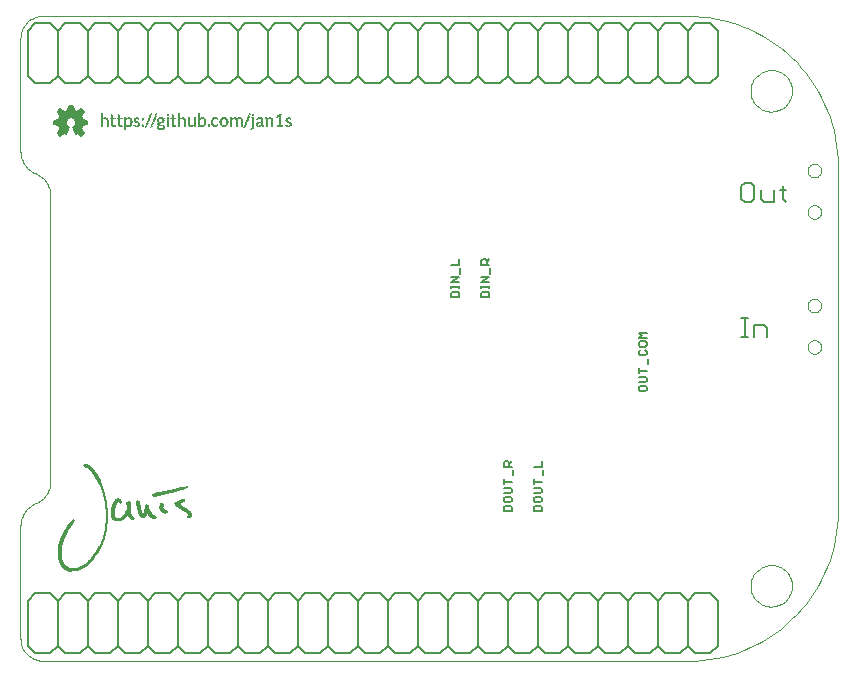
<source format=gto>
G75*
G70*
%OFA0B0*%
%FSLAX24Y24*%
%IPPOS*%
%LPD*%
%AMOC8*
5,1,8,0,0,1.08239X$1,22.5*
%
%ADD10C,0.0060*%
%ADD11C,0.0000*%
%ADD12C,0.0080*%
%ADD13R,0.0050X0.0010*%
%ADD14R,0.0040X0.0010*%
%ADD15R,0.0130X0.0010*%
%ADD16R,0.0070X0.0010*%
%ADD17R,0.0180X0.0010*%
%ADD18R,0.0080X0.0010*%
%ADD19R,0.0210X0.0010*%
%ADD20R,0.0090X0.0010*%
%ADD21R,0.0060X0.0010*%
%ADD22R,0.0010X0.0010*%
%ADD23R,0.0030X0.0010*%
%ADD24R,0.0020X0.0010*%
%ADD25R,0.0220X0.0010*%
%ADD26R,0.0100X0.0010*%
%ADD27R,0.0110X0.0010*%
%ADD28R,0.0120X0.0010*%
%ADD29R,0.0140X0.0010*%
%ADD30R,0.0150X0.0010*%
%ADD31R,0.0200X0.0010*%
%ADD32R,0.0170X0.0010*%
%ADD33R,0.0190X0.0010*%
%ADD34R,0.0160X0.0010*%
%ADD35R,0.0003X0.0003*%
%ADD36R,0.0008X0.0003*%
%ADD37R,0.0005X0.0003*%
%ADD38R,0.0015X0.0003*%
%ADD39R,0.0020X0.0003*%
%ADD40R,0.0010X0.0003*%
%ADD41R,0.0018X0.0003*%
%ADD42R,0.0067X0.0003*%
%ADD43R,0.0013X0.0003*%
%ADD44R,0.0045X0.0003*%
%ADD45R,0.0077X0.0003*%
%ADD46R,0.0030X0.0003*%
%ADD47R,0.0032X0.0003*%
%ADD48R,0.0022X0.0003*%
%ADD49R,0.0127X0.0003*%
%ADD50R,0.0140X0.0003*%
%ADD51R,0.0025X0.0003*%
%ADD52R,0.0043X0.0003*%
%ADD53R,0.0053X0.0003*%
%ADD54R,0.0088X0.0003*%
%ADD55R,0.0035X0.0003*%
%ADD56R,0.0055X0.0003*%
%ADD57R,0.0040X0.0003*%
%ADD58R,0.0080X0.0003*%
%ADD59R,0.0065X0.0003*%
%ADD60R,0.0090X0.0003*%
%ADD61R,0.0143X0.0003*%
%ADD62R,0.0248X0.0003*%
%ADD63R,0.0293X0.0003*%
%ADD64R,0.0257X0.0003*%
%ADD65R,0.0037X0.0003*%
%ADD66R,0.0262X0.0003*%
%ADD67R,0.0027X0.0003*%
%ADD68R,0.0280X0.0003*%
%ADD69R,0.0070X0.0003*%
%ADD70R,0.0440X0.0003*%
%ADD71R,0.0315X0.0003*%
%ADD72R,0.0085X0.0003*%
%ADD73R,0.0330X0.0003*%
%ADD74R,0.0323X0.0003*%
%ADD75R,0.0107X0.0003*%
%ADD76R,0.0057X0.0003*%
%ADD77R,0.0490X0.0003*%
%ADD78R,0.0360X0.0003*%
%ADD79R,0.0512X0.0003*%
%ADD80R,0.0390X0.0003*%
%ADD81R,0.0565X0.0003*%
%ADD82R,0.0325X0.0003*%
%ADD83R,0.0168X0.0003*%
%ADD84R,0.0307X0.0003*%
%ADD85R,0.0152X0.0003*%
%ADD86R,0.0272X0.0003*%
%ADD87R,0.0132X0.0003*%
%ADD88R,0.0147X0.0003*%
%ADD89R,0.0243X0.0003*%
%ADD90R,0.0125X0.0003*%
%ADD91R,0.0240X0.0003*%
%ADD92R,0.0130X0.0003*%
%ADD93R,0.0225X0.0003*%
%ADD94R,0.0083X0.0003*%
%ADD95R,0.0222X0.0003*%
%ADD96R,0.0217X0.0003*%
%ADD97R,0.0120X0.0003*%
%ADD98R,0.0215X0.0003*%
%ADD99R,0.0118X0.0003*%
%ADD100R,0.0205X0.0003*%
%ADD101R,0.0103X0.0003*%
%ADD102R,0.0210X0.0003*%
%ADD103R,0.0097X0.0003*%
%ADD104R,0.0198X0.0003*%
%ADD105R,0.0100X0.0003*%
%ADD106R,0.0190X0.0003*%
%ADD107R,0.0187X0.0003*%
%ADD108R,0.0192X0.0003*%
%ADD109R,0.0170X0.0003*%
%ADD110R,0.0173X0.0003*%
%ADD111R,0.0182X0.0003*%
%ADD112R,0.0180X0.0003*%
%ADD113R,0.0047X0.0003*%
%ADD114R,0.0165X0.0003*%
%ADD115R,0.0163X0.0003*%
%ADD116R,0.0160X0.0003*%
%ADD117R,0.0158X0.0003*%
%ADD118R,0.0155X0.0003*%
%ADD119R,0.0092X0.0003*%
%ADD120R,0.0150X0.0003*%
%ADD121R,0.0105X0.0003*%
%ADD122R,0.0115X0.0003*%
%ADD123R,0.0145X0.0003*%
%ADD124R,0.0138X0.0003*%
%ADD125R,0.0135X0.0003*%
%ADD126R,0.0075X0.0003*%
%ADD127R,0.0063X0.0003*%
%ADD128R,0.0060X0.0003*%
%ADD129R,0.0050X0.0003*%
%ADD130R,0.0123X0.0003*%
%ADD131R,0.0112X0.0003*%
%ADD132R,0.0110X0.0003*%
%ADD133R,0.0073X0.0003*%
%ADD134R,0.0095X0.0003*%
%ADD135R,0.0185X0.0003*%
%ADD136R,0.0208X0.0003*%
%ADD137R,0.0235X0.0003*%
%ADD138R,0.0260X0.0003*%
%ADD139R,0.0267X0.0003*%
%ADD140R,0.0283X0.0003*%
%ADD141R,0.0295X0.0003*%
%ADD142R,0.0302X0.0003*%
%ADD143R,0.0320X0.0003*%
%ADD144R,0.0333X0.0003*%
%ADD145R,0.0338X0.0003*%
%ADD146R,0.0343X0.0003*%
%ADD147R,0.0350X0.0003*%
%ADD148R,0.0355X0.0003*%
%ADD149R,0.0365X0.0003*%
%ADD150R,0.0370X0.0003*%
%ADD151R,0.0375X0.0003*%
%ADD152R,0.0380X0.0003*%
%ADD153R,0.0382X0.0003*%
%ADD154R,0.0393X0.0003*%
%ADD155R,0.0398X0.0003*%
%ADD156R,0.0403X0.0003*%
%ADD157R,0.0405X0.0003*%
%ADD158R,0.0415X0.0003*%
%ADD159R,0.0177X0.0003*%
%ADD160R,0.0175X0.0003*%
%ADD161R,0.0195X0.0003*%
%ADD162R,0.0200X0.0003*%
%ADD163R,0.0203X0.0003*%
%ADD164R,0.0213X0.0003*%
%ADD165R,0.0220X0.0003*%
%ADD166R,0.0227X0.0003*%
%ADD167R,0.0230X0.0003*%
%ADD168R,0.0232X0.0003*%
%ADD169R,0.0238X0.0003*%
%ADD170R,0.0245X0.0003*%
%ADD171R,0.0250X0.0003*%
%ADD172R,0.0253X0.0003*%
%ADD173R,0.0255X0.0003*%
%ADD174R,0.0305X0.0003*%
%ADD175R,0.0318X0.0003*%
%ADD176R,0.0328X0.0003*%
%ADD177R,0.0335X0.0003*%
%ADD178R,0.0340X0.0003*%
%ADD179R,0.0352X0.0003*%
%ADD180R,0.0387X0.0003*%
%ADD181R,0.0410X0.0003*%
%ADD182R,0.0413X0.0003*%
%ADD183R,0.0430X0.0003*%
%ADD184R,0.0432X0.0003*%
%ADD185R,0.0428X0.0003*%
%ADD186R,0.0420X0.0003*%
%ADD187R,0.0435X0.0003*%
%ADD188R,0.0425X0.0003*%
%ADD189R,0.0423X0.0003*%
%ADD190R,0.0418X0.0003*%
%ADD191R,0.0372X0.0003*%
%ADD192R,0.0362X0.0003*%
%ADD193R,0.0348X0.0003*%
%ADD194R,0.0345X0.0003*%
%ADD195R,0.0310X0.0003*%
%ADD196R,0.0300X0.0003*%
%ADD197R,0.0297X0.0003*%
%ADD198R,0.0285X0.0003*%
%ADD199R,0.0278X0.0003*%
%ADD200R,0.0265X0.0003*%
D10*
X021615Y014775D02*
X021615Y014905D01*
X021658Y014948D01*
X021832Y014948D01*
X021875Y014905D01*
X021875Y014775D01*
X021615Y014775D01*
X021615Y015070D02*
X021615Y015156D01*
X021615Y015113D02*
X021875Y015113D01*
X021875Y015070D02*
X021875Y015156D01*
X021875Y015266D02*
X021615Y015266D01*
X021875Y015440D01*
X021615Y015440D01*
X021918Y015561D02*
X021918Y015734D01*
X021875Y015855D02*
X021615Y015855D01*
X021875Y015855D02*
X021875Y016029D01*
X022615Y015986D02*
X022658Y016029D01*
X022745Y016029D01*
X022788Y015986D01*
X022788Y015855D01*
X022875Y015855D02*
X022615Y015855D01*
X022615Y015986D01*
X022788Y015942D02*
X022875Y016029D01*
X022918Y015734D02*
X022918Y015561D01*
X022875Y015440D02*
X022615Y015440D01*
X022615Y015266D02*
X022875Y015440D01*
X022875Y015266D02*
X022615Y015266D01*
X022615Y015156D02*
X022615Y015070D01*
X022615Y015113D02*
X022875Y015113D01*
X022875Y015070D02*
X022875Y015156D01*
X022832Y014948D02*
X022658Y014948D01*
X022615Y014905D01*
X022615Y014775D01*
X022875Y014775D01*
X022875Y014905D01*
X022832Y014948D01*
X027865Y013591D02*
X028125Y013591D01*
X028125Y013418D02*
X027865Y013418D01*
X027952Y013505D01*
X027865Y013591D01*
X027908Y013297D02*
X027865Y013253D01*
X027865Y013167D01*
X027908Y013123D01*
X028082Y013123D01*
X028125Y013167D01*
X028125Y013253D01*
X028082Y013297D01*
X027908Y013297D01*
X027908Y013002D02*
X027865Y012959D01*
X027865Y012872D01*
X027908Y012829D01*
X028082Y012829D01*
X028125Y012872D01*
X028125Y012959D01*
X028082Y013002D01*
X028168Y012707D02*
X028168Y012534D01*
X028125Y012326D02*
X027865Y012326D01*
X027865Y012239D02*
X027865Y012413D01*
X027865Y012118D02*
X028082Y012118D01*
X028125Y012075D01*
X028125Y011988D01*
X028082Y011945D01*
X027865Y011945D01*
X027908Y011823D02*
X027865Y011780D01*
X027865Y011693D01*
X027908Y011650D01*
X028082Y011650D01*
X028125Y011693D01*
X028125Y011780D01*
X028082Y011823D01*
X027908Y011823D01*
X031280Y013430D02*
X031494Y013430D01*
X031387Y013430D02*
X031387Y014071D01*
X031280Y014071D02*
X031494Y014071D01*
X031710Y013857D02*
X032030Y013857D01*
X032137Y013750D01*
X032137Y013430D01*
X031710Y013430D02*
X031710Y013857D01*
X031600Y017930D02*
X031387Y017930D01*
X031280Y018037D01*
X031280Y018464D01*
X031387Y018571D01*
X031600Y018571D01*
X031707Y018464D01*
X031707Y018037D01*
X031600Y017930D01*
X031925Y018037D02*
X032031Y017930D01*
X032352Y017930D01*
X032352Y018357D01*
X032569Y018357D02*
X032783Y018357D01*
X032676Y018464D02*
X032676Y018037D01*
X032783Y017930D01*
X031925Y018037D02*
X031925Y018357D01*
X024625Y009297D02*
X024625Y009123D01*
X024365Y009123D01*
X024668Y009002D02*
X024668Y008829D01*
X024625Y008621D02*
X024365Y008621D01*
X024365Y008707D02*
X024365Y008534D01*
X024365Y008413D02*
X024582Y008413D01*
X024625Y008369D01*
X024625Y008283D01*
X024582Y008239D01*
X024365Y008239D01*
X024408Y008118D02*
X024365Y008075D01*
X024365Y007988D01*
X024408Y007945D01*
X024582Y007945D01*
X024625Y007988D01*
X024625Y008075D01*
X024582Y008118D01*
X024408Y008118D01*
X024408Y007823D02*
X024365Y007780D01*
X024365Y007650D01*
X024625Y007650D01*
X024625Y007780D01*
X024582Y007823D01*
X024408Y007823D01*
X023625Y007780D02*
X023625Y007650D01*
X023365Y007650D01*
X023365Y007780D01*
X023408Y007823D01*
X023582Y007823D01*
X023625Y007780D01*
X023582Y007945D02*
X023625Y007988D01*
X023625Y008075D01*
X023582Y008118D01*
X023408Y008118D01*
X023365Y008075D01*
X023365Y007988D01*
X023408Y007945D01*
X023582Y007945D01*
X023582Y008239D02*
X023365Y008239D01*
X023365Y008413D02*
X023582Y008413D01*
X023625Y008369D01*
X023625Y008283D01*
X023582Y008239D01*
X023365Y008534D02*
X023365Y008707D01*
X023365Y008621D02*
X023625Y008621D01*
X023668Y008829D02*
X023668Y009002D01*
X023625Y009123D02*
X023365Y009123D01*
X023365Y009253D01*
X023408Y009297D01*
X023495Y009297D01*
X023538Y009253D01*
X023538Y009123D01*
X023538Y009210D02*
X023625Y009297D01*
X009375Y020240D02*
X009285Y020150D01*
X009165Y020230D01*
X009105Y020200D01*
X009015Y020430D01*
X009075Y020400D02*
X009125Y020250D01*
X009175Y020250D01*
X009275Y020200D01*
X009325Y020250D01*
X009275Y020350D01*
X009275Y020500D01*
X009425Y020550D01*
X009475Y020650D01*
X009325Y020650D01*
X009275Y020800D01*
X009325Y020950D01*
X009275Y021000D01*
X009175Y020900D01*
X009025Y020950D01*
X008975Y021100D01*
X008875Y021100D01*
X008875Y021000D01*
X008725Y020900D01*
X008575Y021000D01*
X008525Y020950D01*
X008625Y020800D01*
X008575Y020650D01*
X008425Y020650D01*
X008425Y020550D01*
X008525Y020550D01*
X008625Y020400D01*
X008525Y020250D01*
X008575Y020200D01*
X008725Y020250D01*
X008825Y020400D01*
X008775Y020450D01*
X008725Y020600D01*
X008775Y020750D01*
X008925Y020800D01*
X009075Y020750D01*
X009175Y020600D01*
X009075Y020400D01*
X009076Y020402D02*
X009275Y020402D01*
X009285Y020370D02*
X009345Y020500D01*
X009485Y020530D01*
X009485Y020660D01*
X009335Y020690D01*
X009285Y020810D01*
X009375Y020940D01*
X009285Y021030D01*
X009145Y020940D01*
X009025Y020990D01*
X008995Y021150D01*
X008865Y021150D01*
X008835Y020990D01*
X008715Y020940D01*
X008585Y021030D01*
X008495Y020940D01*
X008585Y020810D01*
X008525Y020680D01*
X008375Y020660D01*
X008375Y020530D01*
X008525Y020500D01*
X008575Y020370D01*
X008495Y020240D01*
X008585Y020150D01*
X008705Y020230D01*
X008755Y020200D01*
X008855Y020430D01*
X008823Y020402D02*
X008624Y020402D01*
X008587Y020344D02*
X008787Y020344D01*
X008748Y020285D02*
X008548Y020285D01*
X008548Y020227D02*
X008655Y020227D01*
X008585Y020461D02*
X008771Y020461D01*
X008752Y020519D02*
X008546Y020519D01*
X008425Y020578D02*
X008732Y020578D01*
X008737Y020636D02*
X008425Y020636D01*
X008590Y020695D02*
X008757Y020695D01*
X008784Y020753D02*
X008609Y020753D01*
X008617Y020812D02*
X009279Y020812D01*
X009291Y020753D02*
X009066Y020753D01*
X009112Y020695D02*
X009310Y020695D01*
X009468Y020636D02*
X009151Y020636D01*
X009164Y020578D02*
X009439Y020578D01*
X009332Y020519D02*
X009135Y020519D01*
X009105Y020461D02*
X009275Y020461D01*
X009285Y020370D02*
X009375Y020240D01*
X009302Y020227D02*
X009222Y020227D01*
X009307Y020285D02*
X009113Y020285D01*
X009094Y020344D02*
X009278Y020344D01*
X009015Y020430D02*
X009037Y020443D01*
X009057Y020459D01*
X009075Y020478D01*
X009090Y020500D01*
X009101Y020523D01*
X009109Y020548D01*
X009113Y020573D01*
X009114Y020599D01*
X009111Y020625D01*
X009104Y020650D01*
X009093Y020673D01*
X009080Y020695D01*
X009063Y020715D01*
X009044Y020732D01*
X009022Y020747D01*
X008998Y020757D01*
X008974Y020765D01*
X008948Y020769D01*
X008922Y020769D01*
X008896Y020765D01*
X008872Y020757D01*
X008848Y020747D01*
X008826Y020732D01*
X008807Y020715D01*
X008790Y020695D01*
X008777Y020673D01*
X008766Y020650D01*
X008759Y020625D01*
X008756Y020599D01*
X008757Y020573D01*
X008761Y020548D01*
X008769Y020523D01*
X008780Y020500D01*
X008795Y020478D01*
X008813Y020459D01*
X008833Y020443D01*
X008855Y020430D01*
X008578Y020870D02*
X009298Y020870D01*
X009318Y020929D02*
X009204Y020929D01*
X009262Y020987D02*
X009288Y020987D01*
X009089Y020929D02*
X008768Y020929D01*
X008682Y020929D02*
X008539Y020929D01*
X008562Y020987D02*
X008594Y020987D01*
X008856Y020987D02*
X009013Y020987D01*
X008993Y021046D02*
X008875Y021046D01*
D11*
X007250Y007150D02*
X007250Y003400D01*
X007252Y003346D01*
X007258Y003293D01*
X007267Y003241D01*
X007280Y003189D01*
X007297Y003138D01*
X007318Y003088D01*
X007342Y003041D01*
X007369Y002995D01*
X007400Y002951D01*
X007433Y002909D01*
X007470Y002870D01*
X007509Y002833D01*
X007551Y002800D01*
X007595Y002769D01*
X007641Y002742D01*
X007688Y002718D01*
X007738Y002697D01*
X007789Y002680D01*
X007841Y002667D01*
X007893Y002658D01*
X007946Y002652D01*
X008000Y002650D01*
X029500Y002650D01*
X031587Y005150D02*
X031589Y005202D01*
X031595Y005254D01*
X031605Y005305D01*
X031618Y005355D01*
X031636Y005405D01*
X031657Y005452D01*
X031681Y005498D01*
X031710Y005542D01*
X031741Y005584D01*
X031775Y005623D01*
X031812Y005660D01*
X031852Y005693D01*
X031895Y005724D01*
X031939Y005751D01*
X031985Y005775D01*
X032034Y005795D01*
X032083Y005811D01*
X032134Y005824D01*
X032185Y005833D01*
X032237Y005838D01*
X032289Y005839D01*
X032341Y005836D01*
X032393Y005829D01*
X032444Y005818D01*
X032494Y005804D01*
X032543Y005785D01*
X032590Y005763D01*
X032635Y005738D01*
X032679Y005709D01*
X032720Y005677D01*
X032759Y005642D01*
X032794Y005604D01*
X032827Y005563D01*
X032857Y005521D01*
X032883Y005476D01*
X032906Y005429D01*
X032925Y005380D01*
X032941Y005330D01*
X032953Y005280D01*
X032961Y005228D01*
X032965Y005176D01*
X032965Y005124D01*
X032961Y005072D01*
X032953Y005020D01*
X032941Y004970D01*
X032925Y004920D01*
X032906Y004871D01*
X032883Y004824D01*
X032857Y004779D01*
X032827Y004737D01*
X032794Y004696D01*
X032759Y004658D01*
X032720Y004623D01*
X032679Y004591D01*
X032635Y004562D01*
X032590Y004537D01*
X032543Y004515D01*
X032494Y004496D01*
X032444Y004482D01*
X032393Y004471D01*
X032341Y004464D01*
X032289Y004461D01*
X032237Y004462D01*
X032185Y004467D01*
X032134Y004476D01*
X032083Y004489D01*
X032034Y004505D01*
X031985Y004525D01*
X031939Y004549D01*
X031895Y004576D01*
X031852Y004607D01*
X031812Y004640D01*
X031775Y004677D01*
X031741Y004716D01*
X031710Y004758D01*
X031681Y004802D01*
X031657Y004848D01*
X031636Y004895D01*
X031618Y004945D01*
X031605Y004995D01*
X031595Y005046D01*
X031589Y005098D01*
X031587Y005150D01*
X029500Y002650D02*
X029738Y002656D01*
X029975Y002673D01*
X030212Y002701D01*
X030446Y002740D01*
X030679Y002791D01*
X030909Y002853D01*
X031135Y002925D01*
X031358Y003008D01*
X031577Y003102D01*
X031791Y003206D01*
X032000Y003320D01*
X032203Y003444D01*
X032400Y003577D01*
X032591Y003720D01*
X032774Y003871D01*
X032950Y004031D01*
X033119Y004200D01*
X033279Y004376D01*
X033430Y004559D01*
X033573Y004750D01*
X033706Y004947D01*
X033830Y005150D01*
X033944Y005359D01*
X034048Y005573D01*
X034142Y005792D01*
X034225Y006015D01*
X034297Y006241D01*
X034359Y006471D01*
X034410Y006704D01*
X034449Y006938D01*
X034477Y007175D01*
X034494Y007412D01*
X034500Y007650D01*
X034500Y019150D01*
X033487Y018989D02*
X033489Y019018D01*
X033495Y019047D01*
X033504Y019075D01*
X033517Y019102D01*
X033534Y019127D01*
X033553Y019149D01*
X033575Y019168D01*
X033600Y019185D01*
X033627Y019198D01*
X033655Y019207D01*
X033684Y019213D01*
X033713Y019215D01*
X033742Y019213D01*
X033771Y019207D01*
X033799Y019198D01*
X033826Y019185D01*
X033851Y019168D01*
X033873Y019149D01*
X033892Y019127D01*
X033909Y019102D01*
X033922Y019075D01*
X033931Y019047D01*
X033937Y019018D01*
X033939Y018989D01*
X033937Y018960D01*
X033931Y018931D01*
X033922Y018903D01*
X033909Y018876D01*
X033892Y018851D01*
X033873Y018829D01*
X033851Y018810D01*
X033826Y018793D01*
X033799Y018780D01*
X033771Y018771D01*
X033742Y018765D01*
X033713Y018763D01*
X033684Y018765D01*
X033655Y018771D01*
X033627Y018780D01*
X033600Y018793D01*
X033575Y018810D01*
X033553Y018829D01*
X033534Y018851D01*
X033517Y018876D01*
X033504Y018903D01*
X033495Y018931D01*
X033489Y018960D01*
X033487Y018989D01*
X033487Y017611D02*
X033489Y017640D01*
X033495Y017669D01*
X033504Y017697D01*
X033517Y017724D01*
X033534Y017749D01*
X033553Y017771D01*
X033575Y017790D01*
X033600Y017807D01*
X033627Y017820D01*
X033655Y017829D01*
X033684Y017835D01*
X033713Y017837D01*
X033742Y017835D01*
X033771Y017829D01*
X033799Y017820D01*
X033826Y017807D01*
X033851Y017790D01*
X033873Y017771D01*
X033892Y017749D01*
X033909Y017724D01*
X033922Y017697D01*
X033931Y017669D01*
X033937Y017640D01*
X033939Y017611D01*
X033937Y017582D01*
X033931Y017553D01*
X033922Y017525D01*
X033909Y017498D01*
X033892Y017473D01*
X033873Y017451D01*
X033851Y017432D01*
X033826Y017415D01*
X033799Y017402D01*
X033771Y017393D01*
X033742Y017387D01*
X033713Y017385D01*
X033684Y017387D01*
X033655Y017393D01*
X033627Y017402D01*
X033600Y017415D01*
X033575Y017432D01*
X033553Y017451D01*
X033534Y017473D01*
X033517Y017498D01*
X033504Y017525D01*
X033495Y017553D01*
X033489Y017582D01*
X033487Y017611D01*
X034500Y019150D02*
X034494Y019388D01*
X034477Y019625D01*
X034449Y019862D01*
X034410Y020096D01*
X034359Y020329D01*
X034297Y020559D01*
X034225Y020785D01*
X034142Y021008D01*
X034048Y021227D01*
X033944Y021441D01*
X033830Y021650D01*
X033706Y021853D01*
X033573Y022050D01*
X033430Y022241D01*
X033279Y022424D01*
X033119Y022600D01*
X032950Y022769D01*
X032774Y022929D01*
X032591Y023080D01*
X032400Y023223D01*
X032203Y023356D01*
X032000Y023480D01*
X031791Y023594D01*
X031577Y023698D01*
X031358Y023792D01*
X031135Y023875D01*
X030909Y023947D01*
X030679Y024009D01*
X030446Y024060D01*
X030212Y024099D01*
X029975Y024127D01*
X029738Y024144D01*
X029500Y024150D01*
X008000Y024150D01*
X007946Y024148D01*
X007893Y024142D01*
X007841Y024133D01*
X007789Y024120D01*
X007738Y024103D01*
X007688Y024082D01*
X007641Y024058D01*
X007595Y024031D01*
X007551Y024000D01*
X007509Y023967D01*
X007470Y023930D01*
X007433Y023891D01*
X007400Y023849D01*
X007369Y023805D01*
X007342Y023759D01*
X007318Y023712D01*
X007297Y023662D01*
X007280Y023611D01*
X007267Y023559D01*
X007258Y023507D01*
X007252Y023454D01*
X007250Y023400D01*
X007250Y019650D01*
X007252Y019594D01*
X007258Y019538D01*
X007267Y019482D01*
X007281Y019428D01*
X007298Y019374D01*
X007319Y019322D01*
X007343Y019272D01*
X007371Y019223D01*
X007403Y019176D01*
X007437Y019131D01*
X007474Y019089D01*
X007514Y019050D01*
X007557Y019014D01*
X007602Y018980D01*
X007650Y018950D01*
X007699Y018923D01*
X007750Y018900D01*
X007801Y018877D01*
X007850Y018850D01*
X007898Y018820D01*
X007943Y018786D01*
X007986Y018750D01*
X008026Y018711D01*
X008063Y018669D01*
X008097Y018624D01*
X008129Y018577D01*
X008157Y018528D01*
X008181Y018478D01*
X008202Y018426D01*
X008219Y018372D01*
X008233Y018318D01*
X008242Y018262D01*
X008248Y018206D01*
X008250Y018150D01*
X008250Y008650D01*
X008248Y008594D01*
X008242Y008538D01*
X008233Y008482D01*
X008219Y008428D01*
X008202Y008374D01*
X008181Y008322D01*
X008157Y008272D01*
X008129Y008223D01*
X008097Y008176D01*
X008063Y008131D01*
X008026Y008089D01*
X007986Y008050D01*
X007943Y008014D01*
X007898Y007980D01*
X007850Y007950D01*
X007801Y007923D01*
X007750Y007900D01*
X007699Y007877D01*
X007650Y007850D01*
X007602Y007820D01*
X007557Y007786D01*
X007514Y007750D01*
X007474Y007711D01*
X007437Y007669D01*
X007403Y007624D01*
X007371Y007577D01*
X007343Y007528D01*
X007319Y007478D01*
X007298Y007426D01*
X007281Y007372D01*
X007267Y007318D01*
X007258Y007262D01*
X007252Y007206D01*
X007250Y007150D01*
X031587Y021650D02*
X031589Y021702D01*
X031595Y021754D01*
X031605Y021805D01*
X031618Y021855D01*
X031636Y021905D01*
X031657Y021952D01*
X031681Y021998D01*
X031710Y022042D01*
X031741Y022084D01*
X031775Y022123D01*
X031812Y022160D01*
X031852Y022193D01*
X031895Y022224D01*
X031939Y022251D01*
X031985Y022275D01*
X032034Y022295D01*
X032083Y022311D01*
X032134Y022324D01*
X032185Y022333D01*
X032237Y022338D01*
X032289Y022339D01*
X032341Y022336D01*
X032393Y022329D01*
X032444Y022318D01*
X032494Y022304D01*
X032543Y022285D01*
X032590Y022263D01*
X032635Y022238D01*
X032679Y022209D01*
X032720Y022177D01*
X032759Y022142D01*
X032794Y022104D01*
X032827Y022063D01*
X032857Y022021D01*
X032883Y021976D01*
X032906Y021929D01*
X032925Y021880D01*
X032941Y021830D01*
X032953Y021780D01*
X032961Y021728D01*
X032965Y021676D01*
X032965Y021624D01*
X032961Y021572D01*
X032953Y021520D01*
X032941Y021470D01*
X032925Y021420D01*
X032906Y021371D01*
X032883Y021324D01*
X032857Y021279D01*
X032827Y021237D01*
X032794Y021196D01*
X032759Y021158D01*
X032720Y021123D01*
X032679Y021091D01*
X032635Y021062D01*
X032590Y021037D01*
X032543Y021015D01*
X032494Y020996D01*
X032444Y020982D01*
X032393Y020971D01*
X032341Y020964D01*
X032289Y020961D01*
X032237Y020962D01*
X032185Y020967D01*
X032134Y020976D01*
X032083Y020989D01*
X032034Y021005D01*
X031985Y021025D01*
X031939Y021049D01*
X031895Y021076D01*
X031852Y021107D01*
X031812Y021140D01*
X031775Y021177D01*
X031741Y021216D01*
X031710Y021258D01*
X031681Y021302D01*
X031657Y021348D01*
X031636Y021395D01*
X031618Y021445D01*
X031605Y021495D01*
X031595Y021546D01*
X031589Y021598D01*
X031587Y021650D01*
X033487Y014489D02*
X033489Y014518D01*
X033495Y014547D01*
X033504Y014575D01*
X033517Y014602D01*
X033534Y014627D01*
X033553Y014649D01*
X033575Y014668D01*
X033600Y014685D01*
X033627Y014698D01*
X033655Y014707D01*
X033684Y014713D01*
X033713Y014715D01*
X033742Y014713D01*
X033771Y014707D01*
X033799Y014698D01*
X033826Y014685D01*
X033851Y014668D01*
X033873Y014649D01*
X033892Y014627D01*
X033909Y014602D01*
X033922Y014575D01*
X033931Y014547D01*
X033937Y014518D01*
X033939Y014489D01*
X033937Y014460D01*
X033931Y014431D01*
X033922Y014403D01*
X033909Y014376D01*
X033892Y014351D01*
X033873Y014329D01*
X033851Y014310D01*
X033826Y014293D01*
X033799Y014280D01*
X033771Y014271D01*
X033742Y014265D01*
X033713Y014263D01*
X033684Y014265D01*
X033655Y014271D01*
X033627Y014280D01*
X033600Y014293D01*
X033575Y014310D01*
X033553Y014329D01*
X033534Y014351D01*
X033517Y014376D01*
X033504Y014403D01*
X033495Y014431D01*
X033489Y014460D01*
X033487Y014489D01*
X033487Y013111D02*
X033489Y013140D01*
X033495Y013169D01*
X033504Y013197D01*
X033517Y013224D01*
X033534Y013249D01*
X033553Y013271D01*
X033575Y013290D01*
X033600Y013307D01*
X033627Y013320D01*
X033655Y013329D01*
X033684Y013335D01*
X033713Y013337D01*
X033742Y013335D01*
X033771Y013329D01*
X033799Y013320D01*
X033826Y013307D01*
X033851Y013290D01*
X033873Y013271D01*
X033892Y013249D01*
X033909Y013224D01*
X033922Y013197D01*
X033931Y013169D01*
X033937Y013140D01*
X033939Y013111D01*
X033937Y013082D01*
X033931Y013053D01*
X033922Y013025D01*
X033909Y012998D01*
X033892Y012973D01*
X033873Y012951D01*
X033851Y012932D01*
X033826Y012915D01*
X033799Y012902D01*
X033771Y012893D01*
X033742Y012887D01*
X033713Y012885D01*
X033684Y012887D01*
X033655Y012893D01*
X033627Y012902D01*
X033600Y012915D01*
X033575Y012932D01*
X033553Y012951D01*
X033534Y012973D01*
X033517Y012998D01*
X033504Y013025D01*
X033495Y013053D01*
X033489Y013082D01*
X033487Y013111D01*
D12*
X030250Y004900D02*
X029750Y004900D01*
X029500Y004650D01*
X029500Y003150D01*
X029750Y002900D01*
X030250Y002900D01*
X030500Y003150D01*
X030500Y004650D01*
X030250Y004900D01*
X029500Y004650D02*
X029250Y004900D01*
X028750Y004900D01*
X028500Y004650D01*
X028500Y003150D01*
X028750Y002900D01*
X029250Y002900D01*
X029500Y003150D01*
X028500Y003150D02*
X028250Y002900D01*
X027750Y002900D01*
X027500Y003150D01*
X027500Y004650D01*
X027750Y004900D01*
X028250Y004900D01*
X028500Y004650D01*
X027500Y004650D02*
X027250Y004900D01*
X026750Y004900D01*
X026500Y004650D01*
X026500Y003150D01*
X026750Y002900D01*
X027250Y002900D01*
X027500Y003150D01*
X026500Y003150D02*
X026250Y002900D01*
X025750Y002900D01*
X025500Y003150D01*
X025500Y004650D01*
X025750Y004900D01*
X026250Y004900D01*
X026500Y004650D01*
X025500Y004650D02*
X025250Y004900D01*
X024750Y004900D01*
X024500Y004650D01*
X024500Y003150D01*
X024750Y002900D01*
X025250Y002900D01*
X025500Y003150D01*
X024500Y003150D02*
X024250Y002900D01*
X023750Y002900D01*
X023500Y003150D01*
X023500Y004650D01*
X023750Y004900D01*
X024250Y004900D01*
X024500Y004650D01*
X023500Y004650D02*
X023250Y004900D01*
X022750Y004900D01*
X022500Y004650D01*
X022500Y003150D01*
X022250Y002900D01*
X021750Y002900D01*
X021500Y003150D01*
X021500Y004650D01*
X021750Y004900D01*
X022250Y004900D01*
X022500Y004650D01*
X021500Y004650D02*
X021250Y004900D01*
X020750Y004900D01*
X020500Y004650D01*
X020500Y003150D01*
X020250Y002900D01*
X019750Y002900D01*
X019500Y003150D01*
X019500Y004650D01*
X019750Y004900D01*
X020250Y004900D01*
X020500Y004650D01*
X019500Y004650D02*
X019250Y004900D01*
X018750Y004900D01*
X018500Y004650D01*
X018500Y003150D01*
X018250Y002900D01*
X017750Y002900D01*
X017500Y003150D01*
X017500Y004650D01*
X017750Y004900D01*
X018250Y004900D01*
X018500Y004650D01*
X017500Y004650D02*
X017250Y004900D01*
X016750Y004900D01*
X016500Y004650D01*
X016500Y003150D01*
X016250Y002900D01*
X015750Y002900D01*
X015500Y003150D01*
X015500Y004650D01*
X015750Y004900D01*
X016250Y004900D01*
X016500Y004650D01*
X015500Y004650D02*
X015250Y004900D01*
X014750Y004900D01*
X014500Y004650D01*
X014500Y003150D01*
X014250Y002900D01*
X013750Y002900D01*
X013500Y003150D01*
X013500Y004650D01*
X013750Y004900D01*
X014250Y004900D01*
X014500Y004650D01*
X013500Y004650D02*
X013250Y004900D01*
X012750Y004900D01*
X012500Y004650D01*
X012500Y003150D01*
X012750Y002900D01*
X013250Y002900D01*
X013500Y003150D01*
X014500Y003150D02*
X014750Y002900D01*
X015250Y002900D01*
X015500Y003150D01*
X016500Y003150D02*
X016750Y002900D01*
X017250Y002900D01*
X017500Y003150D01*
X018500Y003150D02*
X018750Y002900D01*
X019250Y002900D01*
X019500Y003150D01*
X020500Y003150D02*
X020750Y002900D01*
X021250Y002900D01*
X021500Y003150D01*
X022500Y003150D02*
X022750Y002900D01*
X023250Y002900D01*
X023500Y003150D01*
X012500Y003150D02*
X012250Y002900D01*
X011750Y002900D01*
X011500Y003150D01*
X011500Y004650D01*
X011750Y004900D01*
X012250Y004900D01*
X012500Y004650D01*
X011500Y004650D02*
X011250Y004900D01*
X010750Y004900D01*
X010500Y004650D01*
X010500Y003150D01*
X010750Y002900D01*
X011250Y002900D01*
X011500Y003150D01*
X010500Y003150D02*
X010250Y002900D01*
X009750Y002900D01*
X009500Y003150D01*
X009500Y004650D01*
X009750Y004900D01*
X010250Y004900D01*
X010500Y004650D01*
X009500Y004650D02*
X009250Y004900D01*
X008750Y004900D01*
X008500Y004650D01*
X008500Y003150D01*
X008750Y002900D01*
X009250Y002900D01*
X009500Y003150D01*
X008500Y003150D02*
X008250Y002900D01*
X007750Y002900D01*
X007500Y003150D01*
X007500Y004650D01*
X007750Y004900D01*
X008250Y004900D01*
X008500Y004650D01*
X008250Y021900D02*
X007750Y021900D01*
X007500Y022150D01*
X007500Y023650D01*
X007750Y023900D01*
X008250Y023900D01*
X008500Y023650D01*
X008500Y022150D01*
X008750Y021900D01*
X009250Y021900D01*
X009500Y022150D01*
X009500Y023650D01*
X009750Y023900D01*
X010250Y023900D01*
X010500Y023650D01*
X010500Y022150D01*
X010750Y021900D01*
X011250Y021900D01*
X011500Y022150D01*
X011500Y023650D01*
X011750Y023900D01*
X012250Y023900D01*
X012500Y023650D01*
X012500Y022150D01*
X012750Y021900D01*
X013250Y021900D01*
X013500Y022150D01*
X013500Y023650D01*
X013750Y023900D01*
X014250Y023900D01*
X014500Y023650D01*
X014500Y022150D01*
X014250Y021900D01*
X013750Y021900D01*
X013500Y022150D01*
X014500Y022150D02*
X014750Y021900D01*
X015250Y021900D01*
X015500Y022150D01*
X015500Y023650D01*
X015750Y023900D01*
X016250Y023900D01*
X016500Y023650D01*
X016500Y022150D01*
X016250Y021900D01*
X015750Y021900D01*
X015500Y022150D01*
X016500Y022150D02*
X016750Y021900D01*
X017250Y021900D01*
X017500Y022150D01*
X017500Y023650D01*
X017750Y023900D01*
X018250Y023900D01*
X018500Y023650D01*
X018500Y022150D01*
X018250Y021900D01*
X017750Y021900D01*
X017500Y022150D01*
X018500Y022150D02*
X018750Y021900D01*
X019250Y021900D01*
X019500Y022150D01*
X019500Y023650D01*
X019750Y023900D01*
X020250Y023900D01*
X020500Y023650D01*
X020500Y022150D01*
X020250Y021900D01*
X019750Y021900D01*
X019500Y022150D01*
X020500Y022150D02*
X020750Y021900D01*
X021250Y021900D01*
X021500Y022150D01*
X021500Y023650D01*
X021750Y023900D01*
X022250Y023900D01*
X022500Y023650D01*
X022500Y022150D01*
X022250Y021900D01*
X021750Y021900D01*
X021500Y022150D01*
X022500Y022150D02*
X022750Y021900D01*
X023250Y021900D01*
X023500Y022150D01*
X023750Y021900D01*
X024250Y021900D01*
X024500Y022150D01*
X024750Y021900D01*
X025250Y021900D01*
X025500Y022150D01*
X025750Y021900D01*
X026250Y021900D01*
X026500Y022150D01*
X026750Y021900D01*
X027250Y021900D01*
X027500Y022150D01*
X027750Y021900D01*
X028250Y021900D01*
X028500Y022150D01*
X028750Y021900D01*
X029250Y021900D01*
X029500Y022150D01*
X029750Y021900D01*
X030250Y021900D01*
X030500Y022150D01*
X030500Y023650D01*
X030250Y023900D01*
X029750Y023900D01*
X029500Y023650D01*
X029500Y022150D01*
X028500Y022150D02*
X028500Y023650D01*
X028750Y023900D01*
X029250Y023900D01*
X029500Y023650D01*
X028500Y023650D02*
X028250Y023900D01*
X027750Y023900D01*
X027500Y023650D01*
X027500Y022150D01*
X026500Y022150D02*
X026500Y023650D01*
X026750Y023900D01*
X027250Y023900D01*
X027500Y023650D01*
X026500Y023650D02*
X026250Y023900D01*
X025750Y023900D01*
X025500Y023650D01*
X025500Y022150D01*
X024500Y022150D02*
X024500Y023650D01*
X024750Y023900D01*
X025250Y023900D01*
X025500Y023650D01*
X024500Y023650D02*
X024250Y023900D01*
X023750Y023900D01*
X023500Y023650D01*
X023500Y022150D01*
X023500Y023650D02*
X023250Y023900D01*
X022750Y023900D01*
X022500Y023650D01*
X021500Y023650D02*
X021250Y023900D01*
X020750Y023900D01*
X020500Y023650D01*
X019500Y023650D02*
X019250Y023900D01*
X018750Y023900D01*
X018500Y023650D01*
X017500Y023650D02*
X017250Y023900D01*
X016750Y023900D01*
X016500Y023650D01*
X015500Y023650D02*
X015250Y023900D01*
X014750Y023900D01*
X014500Y023650D01*
X013500Y023650D02*
X013250Y023900D01*
X012750Y023900D01*
X012500Y023650D01*
X011500Y023650D02*
X011250Y023900D01*
X010750Y023900D01*
X010500Y023650D01*
X009500Y023650D02*
X009250Y023900D01*
X008750Y023900D01*
X008500Y023650D01*
X008500Y022150D02*
X008250Y021900D01*
X009500Y022150D02*
X009750Y021900D01*
X010250Y021900D01*
X010500Y022150D01*
X011500Y022150D02*
X011750Y021900D01*
X012250Y021900D01*
X012500Y022150D01*
D13*
X012535Y020870D03*
X012535Y020860D03*
X012535Y020850D03*
X012535Y020840D03*
X012535Y020830D03*
X012535Y020820D03*
X012535Y020810D03*
X012535Y020800D03*
X012535Y020790D03*
X012535Y020780D03*
X012535Y020770D03*
X012535Y020760D03*
X012535Y020750D03*
X012535Y020740D03*
X012535Y020730D03*
X012535Y020720D03*
X012535Y020710D03*
X012535Y020700D03*
X012535Y020670D03*
X012535Y020660D03*
X012535Y020650D03*
X012535Y020640D03*
X012535Y020630D03*
X012535Y020620D03*
X012535Y020610D03*
X012535Y020600D03*
X012535Y020590D03*
X012535Y020580D03*
X012535Y020570D03*
X012535Y020560D03*
X012535Y020550D03*
X012535Y020540D03*
X012535Y020530D03*
X012535Y020520D03*
X012535Y020510D03*
X012535Y020500D03*
X012535Y020490D03*
X012535Y020480D03*
X012535Y020470D03*
X012535Y020460D03*
X012535Y020450D03*
X012535Y020440D03*
X012725Y020440D03*
X012725Y020450D03*
X012725Y020460D03*
X012725Y020470D03*
X012725Y020480D03*
X012725Y020490D03*
X012725Y020500D03*
X012725Y020510D03*
X012725Y020520D03*
X012725Y020530D03*
X012725Y020540D03*
X012725Y020550D03*
X012725Y020560D03*
X012725Y020570D03*
X012725Y020580D03*
X012725Y020590D03*
X012725Y020600D03*
X012725Y020610D03*
X012725Y020620D03*
X012725Y020630D03*
X012725Y020640D03*
X012725Y020650D03*
X012725Y020660D03*
X012715Y020680D03*
X012715Y020690D03*
X012865Y020690D03*
X012865Y020700D03*
X012865Y020710D03*
X012865Y020720D03*
X012865Y020730D03*
X012865Y020680D03*
X012865Y020670D03*
X012865Y020660D03*
X012865Y020650D03*
X012865Y020640D03*
X012865Y020630D03*
X012865Y020620D03*
X012865Y020610D03*
X012865Y020600D03*
X012865Y020590D03*
X012865Y020580D03*
X012865Y020570D03*
X012865Y020560D03*
X012865Y020550D03*
X012865Y020540D03*
X012865Y020530D03*
X012865Y020520D03*
X012875Y020500D03*
X012875Y020490D03*
X013065Y020510D03*
X013065Y020520D03*
X013065Y020530D03*
X013065Y020540D03*
X013065Y020550D03*
X013065Y020560D03*
X013065Y020570D03*
X013065Y020580D03*
X013065Y020590D03*
X013065Y020600D03*
X013065Y020610D03*
X013065Y020620D03*
X013065Y020630D03*
X013065Y020640D03*
X013065Y020650D03*
X013065Y020660D03*
X013065Y020670D03*
X013065Y020680D03*
X013065Y020690D03*
X013065Y020700D03*
X013065Y020710D03*
X013065Y020720D03*
X013065Y020730D03*
X013205Y020730D03*
X013205Y020740D03*
X013205Y020750D03*
X013205Y020760D03*
X013205Y020770D03*
X013205Y020780D03*
X013205Y020790D03*
X013205Y020800D03*
X013205Y020810D03*
X013205Y020820D03*
X013205Y020830D03*
X013205Y020840D03*
X013205Y020850D03*
X013205Y020860D03*
X013205Y020870D03*
X013205Y020720D03*
X013205Y020710D03*
X013205Y020700D03*
X013205Y020670D03*
X013205Y020660D03*
X013205Y020650D03*
X013205Y020640D03*
X013205Y020630D03*
X013205Y020620D03*
X013205Y020610D03*
X013205Y020600D03*
X013205Y020590D03*
X013205Y020580D03*
X013205Y020570D03*
X013205Y020560D03*
X013205Y020550D03*
X013205Y020540D03*
X013205Y020530D03*
X013205Y020520D03*
X013205Y020510D03*
X013205Y020500D03*
X013385Y020490D03*
X013395Y020500D03*
X013405Y020520D03*
X013415Y020550D03*
X013415Y020560D03*
X013415Y020570D03*
X013415Y020580D03*
X013415Y020590D03*
X013415Y020600D03*
X013415Y020610D03*
X013415Y020620D03*
X013415Y020630D03*
X013415Y020640D03*
X013405Y020660D03*
X013405Y020670D03*
X013395Y020680D03*
X013525Y020490D03*
X013525Y020450D03*
X013655Y020510D03*
X013645Y020530D03*
X013635Y020580D03*
X013635Y020590D03*
X013635Y020600D03*
X013645Y020650D03*
X013655Y020670D03*
X013665Y020680D03*
X013815Y020700D03*
X013925Y020650D03*
X013925Y020640D03*
X013935Y020670D03*
X013945Y020680D03*
X013955Y020690D03*
X013915Y020600D03*
X013915Y020590D03*
X013915Y020580D03*
X013925Y020540D03*
X013925Y020530D03*
X013935Y020510D03*
X013945Y020500D03*
X013955Y020490D03*
X013815Y020480D03*
X014115Y020490D03*
X014125Y020500D03*
X014135Y020510D03*
X014145Y020530D03*
X014145Y020540D03*
X014155Y020580D03*
X014155Y020590D03*
X014155Y020600D03*
X014145Y020640D03*
X014145Y020650D03*
X014135Y020670D03*
X014125Y020680D03*
X014115Y020690D03*
X014285Y020670D03*
X014285Y020660D03*
X014285Y020650D03*
X014285Y020640D03*
X014285Y020630D03*
X014285Y020620D03*
X014285Y020610D03*
X014285Y020600D03*
X014285Y020590D03*
X014285Y020580D03*
X014285Y020570D03*
X014285Y020560D03*
X014285Y020550D03*
X014285Y020540D03*
X014285Y020530D03*
X014285Y020520D03*
X014285Y020510D03*
X014285Y020500D03*
X014285Y020490D03*
X014285Y020480D03*
X014285Y020470D03*
X014285Y020460D03*
X014285Y020450D03*
X014285Y020440D03*
X014455Y020440D03*
X014455Y020450D03*
X014455Y020460D03*
X014455Y020470D03*
X014455Y020480D03*
X014455Y020490D03*
X014455Y020500D03*
X014455Y020510D03*
X014455Y020520D03*
X014455Y020530D03*
X014455Y020540D03*
X014455Y020550D03*
X014455Y020560D03*
X014455Y020570D03*
X014455Y020580D03*
X014455Y020590D03*
X014455Y020600D03*
X014455Y020610D03*
X014455Y020620D03*
X014455Y020630D03*
X014455Y020640D03*
X014455Y020650D03*
X014455Y020660D03*
X014625Y020680D03*
X014625Y020690D03*
X014635Y020660D03*
X014635Y020650D03*
X014635Y020640D03*
X014635Y020630D03*
X014635Y020620D03*
X014635Y020610D03*
X014635Y020600D03*
X014635Y020590D03*
X014635Y020580D03*
X014635Y020570D03*
X014635Y020560D03*
X014635Y020550D03*
X014635Y020540D03*
X014635Y020530D03*
X014635Y020520D03*
X014635Y020510D03*
X014635Y020500D03*
X014635Y020490D03*
X014635Y020480D03*
X014635Y020470D03*
X014635Y020460D03*
X014635Y020450D03*
X014635Y020440D03*
X014985Y020380D03*
X014995Y020400D03*
X014995Y020410D03*
X014995Y020420D03*
X014995Y020430D03*
X014995Y020440D03*
X014995Y020450D03*
X014995Y020460D03*
X014995Y020470D03*
X014995Y020480D03*
X014995Y020490D03*
X014995Y020500D03*
X014995Y020510D03*
X014995Y020520D03*
X014995Y020530D03*
X014995Y020540D03*
X014995Y020550D03*
X014995Y020560D03*
X014995Y020570D03*
X014995Y020580D03*
X014995Y020590D03*
X014995Y020600D03*
X014995Y020610D03*
X014995Y020620D03*
X014995Y020630D03*
X014995Y020640D03*
X014995Y020650D03*
X014995Y020660D03*
X014995Y020670D03*
X014995Y020680D03*
X014995Y020690D03*
X014995Y020700D03*
X014995Y020710D03*
X014995Y020720D03*
X014995Y020730D03*
X014995Y020810D03*
X014995Y020850D03*
X015145Y020690D03*
X015155Y020560D03*
X015125Y020520D03*
X015125Y020510D03*
X015125Y020500D03*
X015135Y020480D03*
X015245Y020470D03*
X015315Y020510D03*
X015315Y020520D03*
X015315Y020530D03*
X015315Y020540D03*
X015315Y020550D03*
X015315Y020560D03*
X015315Y020570D03*
X015315Y020610D03*
X015315Y020620D03*
X015315Y020630D03*
X015315Y020640D03*
X015305Y020680D03*
X015295Y020690D03*
X015455Y020670D03*
X015455Y020660D03*
X015455Y020650D03*
X015455Y020640D03*
X015455Y020630D03*
X015455Y020620D03*
X015455Y020610D03*
X015455Y020600D03*
X015455Y020590D03*
X015455Y020580D03*
X015455Y020570D03*
X015455Y020560D03*
X015455Y020550D03*
X015455Y020540D03*
X015455Y020530D03*
X015455Y020520D03*
X015455Y020510D03*
X015455Y020500D03*
X015455Y020490D03*
X015455Y020480D03*
X015455Y020470D03*
X015455Y020460D03*
X015455Y020450D03*
X015455Y020440D03*
X015645Y020440D03*
X015645Y020450D03*
X015645Y020460D03*
X015645Y020470D03*
X015645Y020480D03*
X015645Y020490D03*
X015645Y020500D03*
X015645Y020510D03*
X015645Y020520D03*
X015645Y020530D03*
X015645Y020540D03*
X015645Y020550D03*
X015645Y020560D03*
X015645Y020570D03*
X015645Y020580D03*
X015645Y020590D03*
X015645Y020600D03*
X015645Y020610D03*
X015645Y020620D03*
X015645Y020630D03*
X015645Y020640D03*
X015645Y020650D03*
X015645Y020660D03*
X015635Y020680D03*
X015635Y020690D03*
X015805Y020750D03*
X015815Y020760D03*
X015825Y020770D03*
X015915Y020770D03*
X015915Y020780D03*
X015915Y020790D03*
X015915Y020760D03*
X015915Y020750D03*
X015915Y020740D03*
X015915Y020730D03*
X015915Y020720D03*
X015915Y020710D03*
X015915Y020700D03*
X015915Y020690D03*
X015915Y020680D03*
X015915Y020670D03*
X015915Y020660D03*
X015915Y020650D03*
X015915Y020640D03*
X015915Y020630D03*
X015915Y020620D03*
X015915Y020610D03*
X015915Y020600D03*
X015915Y020590D03*
X015915Y020580D03*
X015915Y020570D03*
X015915Y020560D03*
X015915Y020550D03*
X015915Y020540D03*
X015915Y020530D03*
X015915Y020520D03*
X015915Y020510D03*
X015915Y020500D03*
X015915Y020490D03*
X015915Y020480D03*
X016125Y020630D03*
X016115Y020650D03*
X016115Y020660D03*
X016135Y020700D03*
X016255Y020550D03*
X016265Y020540D03*
X016265Y020530D03*
X016255Y020490D03*
X016245Y020480D03*
X015915Y020850D03*
X012325Y020690D03*
X012325Y020680D03*
X012325Y020670D03*
X012325Y020660D03*
X012325Y020650D03*
X012325Y020640D03*
X012325Y020630D03*
X012325Y020620D03*
X012325Y020610D03*
X012325Y020600D03*
X012325Y020590D03*
X012325Y020580D03*
X012325Y020570D03*
X012325Y020560D03*
X012325Y020550D03*
X012325Y020540D03*
X012325Y020530D03*
X012325Y020520D03*
X012325Y020510D03*
X012335Y020480D03*
X012155Y020480D03*
X012155Y020490D03*
X012155Y020500D03*
X012155Y020510D03*
X012155Y020520D03*
X012155Y020530D03*
X012155Y020540D03*
X012155Y020550D03*
X012155Y020560D03*
X012155Y020570D03*
X012155Y020580D03*
X012155Y020590D03*
X012155Y020600D03*
X012155Y020610D03*
X012155Y020620D03*
X012155Y020630D03*
X012155Y020640D03*
X012155Y020650D03*
X012155Y020660D03*
X012155Y020670D03*
X012155Y020680D03*
X012155Y020690D03*
X012155Y020700D03*
X012155Y020710D03*
X012155Y020720D03*
X012155Y020730D03*
X012155Y020810D03*
X012155Y020850D03*
X012005Y020690D03*
X011855Y020700D03*
X011835Y020650D03*
X011835Y020640D03*
X011845Y020510D03*
X011825Y020390D03*
X011925Y020340D03*
X012015Y020380D03*
X012045Y020430D03*
X012045Y020440D03*
X012035Y020450D03*
X012155Y020450D03*
X012155Y020460D03*
X012155Y020470D03*
X012155Y020440D03*
X011335Y020450D03*
X011335Y020490D03*
X011205Y020530D03*
X011205Y020540D03*
X011195Y020550D03*
X011195Y020490D03*
X011185Y020480D03*
X011065Y020630D03*
X011055Y020650D03*
X011055Y020660D03*
X011075Y020700D03*
X010945Y020660D03*
X010945Y020650D03*
X010935Y020680D03*
X010925Y020690D03*
X010955Y020610D03*
X010955Y020600D03*
X010955Y020590D03*
X010955Y020580D03*
X010945Y020540D03*
X010945Y020530D03*
X010935Y020510D03*
X010925Y020500D03*
X010745Y020500D03*
X010745Y020510D03*
X010745Y020520D03*
X010745Y020530D03*
X010745Y020540D03*
X010745Y020550D03*
X010745Y020560D03*
X010745Y020570D03*
X010745Y020580D03*
X010745Y020590D03*
X010745Y020600D03*
X010745Y020610D03*
X010745Y020620D03*
X010745Y020630D03*
X010745Y020640D03*
X010745Y020650D03*
X010745Y020660D03*
X010745Y020670D03*
X010745Y020470D03*
X010745Y020460D03*
X010745Y020450D03*
X010745Y020440D03*
X010745Y020430D03*
X010745Y020420D03*
X010745Y020410D03*
X010745Y020400D03*
X010745Y020390D03*
X010745Y020380D03*
X010745Y020370D03*
X010745Y020360D03*
X010745Y020350D03*
X010745Y020340D03*
X010545Y020480D03*
X010535Y020510D03*
X010535Y020520D03*
X010535Y020530D03*
X010535Y020540D03*
X010535Y020550D03*
X010535Y020560D03*
X010535Y020570D03*
X010535Y020580D03*
X010535Y020590D03*
X010535Y020600D03*
X010535Y020610D03*
X010535Y020620D03*
X010535Y020630D03*
X010535Y020640D03*
X010535Y020650D03*
X010535Y020660D03*
X010535Y020670D03*
X010535Y020680D03*
X010535Y020690D03*
X010305Y020690D03*
X010305Y020680D03*
X010305Y020670D03*
X010305Y020660D03*
X010305Y020650D03*
X010305Y020640D03*
X010305Y020630D03*
X010305Y020620D03*
X010305Y020610D03*
X010305Y020600D03*
X010305Y020590D03*
X010305Y020580D03*
X010305Y020570D03*
X010305Y020560D03*
X010305Y020550D03*
X010305Y020540D03*
X010305Y020530D03*
X010305Y020520D03*
X010305Y020510D03*
X010315Y020480D03*
X010155Y020480D03*
X010155Y020490D03*
X010155Y020500D03*
X010155Y020510D03*
X010155Y020520D03*
X010155Y020530D03*
X010155Y020540D03*
X010155Y020550D03*
X010155Y020560D03*
X010155Y020570D03*
X010155Y020580D03*
X010155Y020590D03*
X010155Y020600D03*
X010155Y020610D03*
X010155Y020620D03*
X010155Y020630D03*
X010155Y020640D03*
X010155Y020650D03*
X010155Y020660D03*
X010145Y020680D03*
X010145Y020690D03*
X009965Y020700D03*
X009965Y020710D03*
X009965Y020720D03*
X009965Y020730D03*
X009965Y020740D03*
X009965Y020750D03*
X009965Y020760D03*
X009965Y020770D03*
X009965Y020780D03*
X009965Y020790D03*
X009965Y020800D03*
X009965Y020810D03*
X009965Y020820D03*
X009965Y020830D03*
X009965Y020840D03*
X009965Y020850D03*
X009965Y020860D03*
X009965Y020870D03*
X009965Y020670D03*
X009965Y020660D03*
X009965Y020650D03*
X009965Y020640D03*
X009965Y020630D03*
X009965Y020620D03*
X009965Y020610D03*
X009965Y020600D03*
X009965Y020590D03*
X009965Y020580D03*
X009965Y020570D03*
X009965Y020560D03*
X009965Y020550D03*
X009965Y020540D03*
X009965Y020530D03*
X009965Y020520D03*
X009965Y020510D03*
X009965Y020500D03*
X009965Y020490D03*
X009965Y020480D03*
X009965Y020470D03*
X009965Y020460D03*
X009965Y020450D03*
X009965Y020440D03*
X010155Y020440D03*
X010155Y020450D03*
X010155Y020460D03*
X010155Y020470D03*
X011335Y020670D03*
X011335Y020710D03*
D14*
X011530Y020650D03*
X011540Y020680D03*
X011550Y020700D03*
X011560Y020730D03*
X011570Y020750D03*
X011580Y020780D03*
X011600Y020830D03*
X011760Y020780D03*
X011750Y020750D03*
X011740Y020730D03*
X011730Y020700D03*
X011720Y020680D03*
X011710Y020650D03*
X011690Y020600D03*
X011670Y020550D03*
X011650Y020500D03*
X011630Y020450D03*
X011470Y020500D03*
X011490Y020550D03*
X011510Y020600D03*
X011450Y020450D03*
X011200Y020500D03*
X011200Y020510D03*
X011200Y020520D03*
X011050Y020480D03*
X010940Y020520D03*
X010950Y020550D03*
X010950Y020560D03*
X010950Y020570D03*
X010950Y020620D03*
X010950Y020630D03*
X010950Y020640D03*
X010940Y020670D03*
X011060Y020670D03*
X011060Y020680D03*
X011060Y020690D03*
X011060Y020640D03*
X010740Y020700D03*
X010740Y020710D03*
X010740Y020720D03*
X010740Y020730D03*
X010540Y020730D03*
X010540Y020740D03*
X010540Y020750D03*
X010540Y020760D03*
X010540Y020770D03*
X010540Y020780D03*
X010540Y020790D03*
X010540Y020800D03*
X010310Y020800D03*
X010310Y020790D03*
X010310Y020780D03*
X010310Y020770D03*
X010310Y020760D03*
X010310Y020750D03*
X010310Y020740D03*
X010310Y020730D03*
X010150Y020670D03*
X010310Y020500D03*
X010310Y020490D03*
X010540Y020490D03*
X010540Y020500D03*
X011820Y020430D03*
X011820Y020420D03*
X011820Y020410D03*
X011820Y020400D03*
X011830Y020450D03*
X011840Y020520D03*
X011860Y020590D03*
X011850Y020600D03*
X011840Y020610D03*
X011840Y020620D03*
X011840Y020630D03*
X011840Y020660D03*
X011840Y020670D03*
X011840Y020680D03*
X011850Y020690D03*
X011780Y020830D03*
X012010Y020680D03*
X012010Y020670D03*
X012020Y020650D03*
X012020Y020640D03*
X012010Y020620D03*
X012010Y020610D03*
X012000Y020600D03*
X011990Y020590D03*
X012040Y020420D03*
X012040Y020410D03*
X012040Y020400D03*
X012030Y020390D03*
X012330Y020490D03*
X012330Y020500D03*
X012330Y020730D03*
X012330Y020740D03*
X012330Y020750D03*
X012330Y020760D03*
X012330Y020770D03*
X012330Y020780D03*
X012330Y020790D03*
X012330Y020800D03*
X012720Y020670D03*
X012870Y020510D03*
X013010Y020480D03*
X013070Y020480D03*
X013070Y020470D03*
X013070Y020460D03*
X013070Y020450D03*
X013200Y020450D03*
X013200Y020460D03*
X013200Y020470D03*
X013400Y020510D03*
X013410Y020530D03*
X013410Y020540D03*
X013410Y020650D03*
X013520Y020500D03*
X013640Y020540D03*
X013640Y020550D03*
X013640Y020560D03*
X013640Y020570D03*
X013640Y020610D03*
X013640Y020620D03*
X013640Y020630D03*
X013640Y020640D03*
X013650Y020660D03*
X013750Y020740D03*
X013930Y020660D03*
X013920Y020630D03*
X013920Y020620D03*
X013920Y020610D03*
X013920Y020570D03*
X013920Y020560D03*
X013920Y020550D03*
X013930Y020520D03*
X014140Y020520D03*
X014150Y020550D03*
X014150Y020560D03*
X014150Y020570D03*
X014150Y020610D03*
X014150Y020620D03*
X014150Y020630D03*
X014140Y020660D03*
X014280Y020700D03*
X014280Y020710D03*
X014280Y020720D03*
X014280Y020730D03*
X014430Y020700D03*
X014440Y020690D03*
X014440Y020680D03*
X014500Y020700D03*
X014630Y020670D03*
X014800Y020600D03*
X014780Y020550D03*
X014760Y020500D03*
X014740Y020450D03*
X014820Y020650D03*
X014830Y020680D03*
X014840Y020700D03*
X014850Y020730D03*
X014860Y020750D03*
X014870Y020780D03*
X014890Y020830D03*
X015140Y020550D03*
X015130Y020540D03*
X015130Y020530D03*
X015130Y020490D03*
X014990Y020390D03*
X014930Y020340D03*
X015320Y020450D03*
X015320Y020460D03*
X015320Y020470D03*
X015320Y020480D03*
X015310Y020650D03*
X015310Y020660D03*
X015310Y020670D03*
X015450Y020700D03*
X015450Y020710D03*
X015450Y020720D03*
X015450Y020730D03*
X015640Y020670D03*
X015920Y020860D03*
X016120Y020690D03*
X016120Y020680D03*
X016120Y020670D03*
X016120Y020640D03*
X016110Y020480D03*
X016260Y020500D03*
X016260Y020510D03*
X016260Y020520D03*
X013660Y020500D03*
X013650Y020520D03*
D15*
X013315Y020460D03*
X013325Y020720D03*
X012945Y020460D03*
X012375Y020470D03*
X012005Y020710D03*
X011925Y020570D03*
X011925Y020350D03*
X011135Y020720D03*
X010865Y020720D03*
X010855Y020460D03*
X010585Y020470D03*
X010355Y020470D03*
X014385Y020710D03*
X015195Y020460D03*
X016195Y020720D03*
D16*
X016235Y020570D03*
X015905Y020830D03*
X015465Y020690D03*
X015305Y020600D03*
X015305Y020490D03*
X015155Y020700D03*
X014995Y020830D03*
X014945Y020350D03*
X014295Y020690D03*
X013525Y020470D03*
X012545Y020690D03*
X012155Y020830D03*
X011875Y020710D03*
X012025Y020460D03*
X011335Y020470D03*
X011175Y020570D03*
X011335Y020690D03*
X010755Y020690D03*
X009975Y020690D03*
D17*
X010330Y020700D03*
X010330Y020710D03*
X010330Y020720D03*
X010560Y020720D03*
X010560Y020710D03*
X010560Y020700D03*
X011920Y020360D03*
X012350Y020700D03*
X012350Y020710D03*
X012350Y020720D03*
X013750Y020710D03*
X015250Y020580D03*
D18*
X014950Y020360D03*
X014390Y020730D03*
X013220Y020690D03*
X013220Y020480D03*
X013050Y020490D03*
X011070Y020470D03*
X010760Y020480D03*
X015900Y020820D03*
X016130Y020470D03*
D19*
X011925Y020370D03*
D20*
X011875Y020500D03*
X012375Y020450D03*
X012655Y020730D03*
X013315Y020450D03*
X014955Y020370D03*
X015185Y020570D03*
X015575Y020730D03*
X016155Y020610D03*
X016215Y020580D03*
X016195Y020730D03*
X011155Y020580D03*
X011095Y020610D03*
X011135Y020730D03*
X010865Y020730D03*
X010585Y020450D03*
X010355Y020450D03*
X010085Y020730D03*
D21*
X010130Y020700D03*
X009970Y020680D03*
X010750Y020680D03*
X010920Y020700D03*
X011080Y020620D03*
X011190Y020560D03*
X011170Y020470D03*
X011340Y020480D03*
X011340Y020460D03*
X011340Y020680D03*
X011340Y020700D03*
X010920Y020490D03*
X010910Y020480D03*
X010750Y020490D03*
X011840Y020380D03*
X012160Y020820D03*
X012160Y020840D03*
X012540Y020680D03*
X012700Y020700D03*
X012890Y020480D03*
X013060Y020500D03*
X013210Y020490D03*
X013370Y020480D03*
X013520Y020480D03*
X013520Y020460D03*
X013670Y020490D03*
X013680Y020480D03*
X013670Y020690D03*
X013680Y020700D03*
X013960Y020700D03*
X014110Y020700D03*
X014290Y020680D03*
X014460Y020670D03*
X014610Y020700D03*
X015000Y020820D03*
X015000Y020840D03*
X015290Y020700D03*
X015460Y020680D03*
X015620Y020700D03*
X015840Y020780D03*
X015850Y020790D03*
X015910Y020840D03*
X016140Y020620D03*
X016250Y020560D03*
X016230Y020470D03*
X015310Y020500D03*
X015150Y020470D03*
X014110Y020480D03*
X013960Y020480D03*
X013390Y020690D03*
X013380Y020700D03*
X013210Y020680D03*
D22*
X013525Y020440D03*
X013825Y020500D03*
X014715Y020410D03*
X014995Y020800D03*
X014915Y020870D03*
X015805Y020730D03*
X016265Y020690D03*
X012155Y020800D03*
X011925Y020740D03*
X011805Y020870D03*
X011625Y020870D03*
X011335Y020660D03*
X011205Y020690D03*
X011335Y020440D03*
X011425Y020410D03*
X011605Y020410D03*
D23*
X011615Y020420D03*
X011625Y020430D03*
X011625Y020440D03*
X011635Y020460D03*
X011635Y020470D03*
X011645Y020480D03*
X011645Y020490D03*
X011655Y020510D03*
X011655Y020520D03*
X011665Y020530D03*
X011665Y020540D03*
X011675Y020560D03*
X011675Y020570D03*
X011685Y020580D03*
X011685Y020590D03*
X011695Y020610D03*
X011695Y020620D03*
X011705Y020630D03*
X011705Y020640D03*
X011715Y020660D03*
X011715Y020670D03*
X011725Y020690D03*
X011735Y020710D03*
X011735Y020720D03*
X011745Y020740D03*
X011755Y020760D03*
X011755Y020770D03*
X011765Y020790D03*
X011765Y020800D03*
X011775Y020810D03*
X011775Y020820D03*
X011785Y020840D03*
X011785Y020850D03*
X011795Y020860D03*
X011615Y020860D03*
X011605Y020850D03*
X011605Y020840D03*
X011595Y020820D03*
X011595Y020810D03*
X011585Y020800D03*
X011585Y020790D03*
X011575Y020770D03*
X011575Y020760D03*
X011565Y020740D03*
X011555Y020720D03*
X011555Y020710D03*
X011545Y020690D03*
X011535Y020670D03*
X011535Y020660D03*
X011525Y020640D03*
X011525Y020630D03*
X011515Y020620D03*
X011515Y020610D03*
X011505Y020590D03*
X011505Y020580D03*
X011495Y020570D03*
X011495Y020560D03*
X011485Y020540D03*
X011485Y020530D03*
X011475Y020520D03*
X011475Y020510D03*
X011465Y020490D03*
X011465Y020480D03*
X011455Y020470D03*
X011455Y020460D03*
X011445Y020440D03*
X011445Y020430D03*
X011435Y020420D03*
X011335Y020500D03*
X011335Y020720D03*
X011195Y020700D03*
X011135Y020740D03*
X010865Y020740D03*
X010795Y020700D03*
X010545Y020810D03*
X010545Y020820D03*
X010545Y020830D03*
X010315Y020830D03*
X010315Y020820D03*
X010315Y020810D03*
X010085Y020740D03*
X010015Y020700D03*
X010355Y020440D03*
X010585Y020440D03*
X011825Y020440D03*
X011845Y020460D03*
X011845Y020530D03*
X011845Y020540D03*
X011855Y020550D03*
X012015Y020630D03*
X012015Y020660D03*
X012155Y020860D03*
X012335Y020830D03*
X012335Y020820D03*
X012335Y020810D03*
X012585Y020700D03*
X012655Y020740D03*
X012375Y020440D03*
X012935Y020440D03*
X013075Y020440D03*
X013195Y020440D03*
X013315Y020440D03*
X013255Y020700D03*
X013745Y020440D03*
X013825Y020490D03*
X014035Y020440D03*
X014035Y020740D03*
X014325Y020700D03*
X014485Y020690D03*
X014565Y020740D03*
X014805Y020620D03*
X014805Y020610D03*
X014815Y020630D03*
X014815Y020640D03*
X014825Y020660D03*
X014825Y020670D03*
X014835Y020690D03*
X014845Y020710D03*
X014845Y020720D03*
X014855Y020740D03*
X014865Y020760D03*
X014865Y020770D03*
X014875Y020790D03*
X014875Y020800D03*
X014885Y020810D03*
X014885Y020820D03*
X014895Y020840D03*
X014895Y020850D03*
X014905Y020860D03*
X014995Y020860D03*
X015235Y020740D03*
X015265Y020480D03*
X015325Y020440D03*
X015185Y020440D03*
X015505Y020700D03*
X015575Y020740D03*
X015805Y020740D03*
X016195Y020740D03*
X016255Y020700D03*
X014795Y020590D03*
X014795Y020580D03*
X014785Y020570D03*
X014785Y020560D03*
X014775Y020540D03*
X014775Y020530D03*
X014765Y020520D03*
X014765Y020510D03*
X014755Y020490D03*
X014755Y020480D03*
X014745Y020470D03*
X014745Y020460D03*
X014735Y020440D03*
X014735Y020430D03*
X014725Y020420D03*
D24*
X014480Y020680D03*
X014390Y020740D03*
X013820Y020690D03*
X013330Y020740D03*
X012420Y020480D03*
X011120Y020440D03*
X011050Y020490D03*
X010850Y020440D03*
X010630Y020480D03*
X010400Y020480D03*
X014980Y020740D03*
X015140Y020680D03*
X016110Y020490D03*
X016180Y020440D03*
D25*
X015910Y020440D03*
X015910Y020450D03*
X015910Y020460D03*
X015910Y020470D03*
X011960Y020720D03*
D26*
X012020Y020700D03*
X011910Y020560D03*
X011120Y020600D03*
X011120Y020450D03*
X010850Y020450D03*
X012940Y020450D03*
X013330Y020730D03*
X014390Y020720D03*
X014560Y020730D03*
X015190Y020450D03*
X015890Y020810D03*
X016180Y020600D03*
X016180Y020450D03*
D27*
X016195Y020590D03*
X015885Y020800D03*
X015225Y020730D03*
X014035Y020730D03*
X014035Y020450D03*
X013745Y020450D03*
X013745Y020730D03*
X011925Y020730D03*
X011135Y020590D03*
D28*
X010590Y020460D03*
X010360Y020460D03*
X010080Y020720D03*
X012380Y020460D03*
X012650Y020720D03*
X014560Y020720D03*
X015570Y020720D03*
D29*
X015570Y020710D03*
X015270Y020590D03*
X014560Y020710D03*
X013750Y020720D03*
X012650Y020710D03*
X011120Y020460D03*
X010080Y020710D03*
X016180Y020460D03*
D30*
X015225Y020720D03*
X014035Y020720D03*
X014035Y020460D03*
X013745Y020460D03*
X013315Y020470D03*
X013325Y020710D03*
X012945Y020470D03*
X011925Y020580D03*
X010865Y020710D03*
X010855Y020470D03*
D31*
X011950Y020470D03*
D32*
X013745Y020470D03*
X015225Y020710D03*
D33*
X014035Y020710D03*
X014035Y020470D03*
X011945Y020480D03*
X011925Y020490D03*
D34*
X011140Y020710D03*
X016200Y020710D03*
D35*
X012828Y008428D03*
X012760Y008428D03*
X012700Y008420D03*
X012528Y008385D03*
X012385Y008273D03*
X012315Y008255D03*
X012663Y008020D03*
X011948Y007863D03*
X011745Y008108D03*
X011163Y007963D03*
X011138Y007953D03*
X010888Y007935D03*
X010548Y008030D03*
X010498Y007300D03*
X010408Y007310D03*
X010978Y007348D03*
X012085Y007560D03*
X009980Y006483D03*
X009975Y006473D03*
X009973Y006468D03*
X009970Y006465D03*
X009970Y006463D03*
X009963Y006463D03*
X009955Y006440D03*
X009955Y006438D03*
X009958Y006435D03*
X009958Y006433D03*
X009948Y006418D03*
X009943Y006418D03*
X009943Y006413D03*
X009935Y006410D03*
X009935Y006403D03*
X009935Y006400D03*
X009930Y006398D03*
X009925Y006393D03*
X009920Y006395D03*
X009920Y006385D03*
X009918Y006383D03*
X009913Y006380D03*
X009920Y006375D03*
X009918Y006370D03*
X009918Y006368D03*
X009925Y006385D03*
X009933Y006390D03*
X009940Y006425D03*
X009880Y006400D03*
X009863Y006408D03*
X009858Y006370D03*
X009883Y006365D03*
X009888Y006365D03*
X009898Y006373D03*
X009903Y006353D03*
X009905Y006350D03*
X009905Y006348D03*
X009898Y006348D03*
X009898Y006340D03*
X009895Y006338D03*
X009900Y006335D03*
X009903Y006338D03*
X009898Y006333D03*
X009900Y006330D03*
X009893Y006325D03*
X009890Y006320D03*
X009880Y006323D03*
X009878Y006320D03*
X009873Y006318D03*
X009873Y006325D03*
X009883Y006328D03*
X009888Y006333D03*
X009885Y006335D03*
X009885Y006343D03*
X009888Y006345D03*
X009880Y006345D03*
X009880Y006343D03*
X009868Y006345D03*
X009865Y006338D03*
X009863Y006313D03*
X009865Y006303D03*
X009870Y006303D03*
X009875Y006303D03*
X009878Y006310D03*
X009865Y006298D03*
X009870Y006290D03*
X009870Y006285D03*
X009870Y006283D03*
X009863Y006285D03*
X009860Y006283D03*
X009863Y006280D03*
X009860Y006275D03*
X009858Y006273D03*
X009853Y006275D03*
X009848Y006273D03*
X009843Y006273D03*
X009850Y006268D03*
X009860Y006265D03*
X009853Y006255D03*
X009845Y006258D03*
X009840Y006255D03*
X009838Y006253D03*
X009838Y006250D03*
X009843Y006250D03*
X009838Y006245D03*
X009835Y006243D03*
X009838Y006240D03*
X009840Y006238D03*
X009845Y006238D03*
X009850Y006240D03*
X009835Y006238D03*
X009835Y006235D03*
X009825Y006235D03*
X009820Y006235D03*
X009820Y006238D03*
X009815Y006238D03*
X009813Y006235D03*
X009818Y006233D03*
X009820Y006228D03*
X009823Y006225D03*
X009820Y006220D03*
X009818Y006215D03*
X009813Y006215D03*
X009810Y006218D03*
X009803Y006220D03*
X009803Y006225D03*
X009798Y006220D03*
X009793Y006220D03*
X009793Y006223D03*
X009803Y006215D03*
X009810Y006210D03*
X009810Y006208D03*
X009805Y006198D03*
X009798Y006203D03*
X009785Y006198D03*
X009780Y006198D03*
X009775Y006200D03*
X009778Y006193D03*
X009778Y006185D03*
X009783Y006185D03*
X009788Y006180D03*
X009790Y006183D03*
X009795Y006180D03*
X009813Y006190D03*
X009813Y006193D03*
X009815Y006185D03*
X009825Y006210D03*
X009808Y006235D03*
X009813Y006243D03*
X009835Y006255D03*
X009855Y006283D03*
X009813Y006323D03*
X009765Y006240D03*
X009763Y006233D03*
X009753Y006223D03*
X009753Y006213D03*
X009748Y006213D03*
X009743Y006210D03*
X009743Y006198D03*
X009738Y006198D03*
X009738Y006195D03*
X009743Y006188D03*
X009755Y006190D03*
X009760Y006190D03*
X009760Y006188D03*
X009758Y006183D03*
X009768Y006178D03*
X009770Y006173D03*
X009773Y006170D03*
X009770Y006168D03*
X009773Y006165D03*
X009780Y006158D03*
X009765Y006143D03*
X009760Y006145D03*
X009755Y006148D03*
X009750Y006150D03*
X009748Y006155D03*
X009758Y006155D03*
X009753Y006165D03*
X009758Y006170D03*
X009750Y006175D03*
X009745Y006173D03*
X009740Y006173D03*
X009735Y006173D03*
X009743Y006168D03*
X009738Y006153D03*
X009733Y006155D03*
X009728Y006155D03*
X009728Y006150D03*
X009735Y006140D03*
X009733Y006135D03*
X009728Y006135D03*
X009725Y006130D03*
X009725Y006125D03*
X009730Y006125D03*
X009730Y006115D03*
X009735Y006108D03*
X009728Y006098D03*
X009733Y006093D03*
X009715Y006085D03*
X009708Y006088D03*
X009705Y006083D03*
X009705Y006078D03*
X009708Y006075D03*
X009703Y006075D03*
X009703Y006073D03*
X009705Y006070D03*
X009708Y006063D03*
X009705Y006060D03*
X009698Y006063D03*
X009698Y006058D03*
X009698Y006053D03*
X009690Y006063D03*
X009690Y006065D03*
X009685Y006068D03*
X009685Y006063D03*
X009685Y006060D03*
X009685Y006050D03*
X009688Y006045D03*
X009688Y006043D03*
X009683Y006045D03*
X009680Y006038D03*
X009675Y006038D03*
X009675Y006030D03*
X009675Y006028D03*
X009678Y006025D03*
X009675Y006023D03*
X009675Y006018D03*
X009678Y006015D03*
X009685Y006015D03*
X009688Y006023D03*
X009688Y006025D03*
X009685Y006028D03*
X009680Y006030D03*
X009665Y006028D03*
X009670Y006015D03*
X009668Y006008D03*
X009663Y006010D03*
X009675Y006005D03*
X009650Y006005D03*
X009648Y005998D03*
X009648Y005995D03*
X009648Y005993D03*
X009653Y005990D03*
X009650Y005985D03*
X009645Y005988D03*
X009643Y005990D03*
X009635Y005995D03*
X009630Y005995D03*
X009630Y005993D03*
X009625Y005995D03*
X009625Y005990D03*
X009615Y005988D03*
X009613Y005978D03*
X009613Y005973D03*
X009618Y005973D03*
X009625Y005973D03*
X009625Y005975D03*
X009630Y005975D03*
X009635Y005978D03*
X009643Y005973D03*
X009645Y005975D03*
X009625Y005960D03*
X009623Y005963D03*
X009615Y005963D03*
X009615Y005960D03*
X009613Y005965D03*
X009608Y005965D03*
X009608Y005970D03*
X009608Y005973D03*
X009595Y005965D03*
X009600Y005960D03*
X009605Y005955D03*
X009608Y005950D03*
X009598Y005943D03*
X009590Y005943D03*
X009590Y005945D03*
X009590Y005948D03*
X009588Y005953D03*
X009588Y005963D03*
X009588Y005965D03*
X009588Y005968D03*
X009588Y005970D03*
X009585Y005973D03*
X009580Y005973D03*
X009573Y005970D03*
X009568Y005978D03*
X009568Y005980D03*
X009573Y005980D03*
X009568Y005985D03*
X009560Y005970D03*
X009568Y005963D03*
X009578Y005955D03*
X009578Y005948D03*
X009583Y005943D03*
X009588Y005935D03*
X009593Y005935D03*
X009585Y005928D03*
X009588Y005923D03*
X009598Y005918D03*
X009570Y005925D03*
X009565Y005923D03*
X009558Y005920D03*
X009558Y005915D03*
X009560Y005913D03*
X009555Y005908D03*
X009558Y005905D03*
X009553Y005905D03*
X009553Y005903D03*
X009548Y005905D03*
X009545Y005915D03*
X009553Y005918D03*
X009558Y005928D03*
X009553Y005933D03*
X009545Y005933D03*
X009548Y005950D03*
X009550Y005953D03*
X009550Y005955D03*
X009553Y005950D03*
X009558Y005950D03*
X009563Y005945D03*
X009568Y005945D03*
X009568Y005943D03*
X009565Y005940D03*
X009573Y005933D03*
X009583Y005965D03*
X009595Y005988D03*
X009598Y006005D03*
X009638Y006000D03*
X009645Y006013D03*
X009645Y006020D03*
X009648Y006030D03*
X009675Y006048D03*
X009695Y006078D03*
X009695Y006083D03*
X009698Y006088D03*
X009683Y006098D03*
X009678Y006098D03*
X009695Y006110D03*
X009700Y006120D03*
X009700Y006123D03*
X009705Y006123D03*
X009710Y006125D03*
X009713Y006128D03*
X009718Y006135D03*
X009720Y006138D03*
X009740Y006135D03*
X009740Y006130D03*
X009745Y006138D03*
X009753Y006135D03*
X009748Y006113D03*
X009720Y006113D03*
X009720Y006118D03*
X009718Y006108D03*
X009710Y006103D03*
X009720Y006078D03*
X009715Y006075D03*
X009713Y006058D03*
X009643Y006070D03*
X009685Y006125D03*
X009695Y006135D03*
X009720Y006160D03*
X009713Y006168D03*
X009720Y006173D03*
X009728Y006183D03*
X009730Y006190D03*
X009773Y006185D03*
X009773Y006183D03*
X009778Y006213D03*
X009770Y006215D03*
X009883Y006458D03*
X009553Y005963D03*
X009548Y005963D03*
X009523Y005938D03*
X009525Y005895D03*
X009530Y005895D03*
X009535Y005895D03*
X009528Y005890D03*
X009538Y005880D03*
X009538Y005878D03*
X009540Y005883D03*
X009543Y005875D03*
X009545Y005865D03*
X009535Y005860D03*
X009535Y005858D03*
X009533Y005855D03*
X009533Y005868D03*
X009520Y005873D03*
X009518Y005858D03*
X009513Y005858D03*
X009518Y005853D03*
X009520Y005850D03*
X009515Y005845D03*
X009515Y005840D03*
X009510Y005840D03*
X009508Y005835D03*
X009505Y005830D03*
X009500Y005830D03*
X009495Y005833D03*
X009490Y005840D03*
X009485Y005815D03*
X009480Y005815D03*
X009475Y005803D03*
X009465Y005803D03*
X009460Y005803D03*
X009463Y005798D03*
X009460Y005795D03*
X009450Y005790D03*
X009440Y005795D03*
X009448Y005803D03*
X009425Y005780D03*
X009420Y005780D03*
X009415Y005780D03*
X009415Y005775D03*
X009413Y005773D03*
X009408Y005770D03*
X009408Y005768D03*
X009410Y005763D03*
X009400Y005765D03*
X009395Y005768D03*
X009398Y005773D03*
X009393Y005775D03*
X009395Y005783D03*
X009403Y005783D03*
X009408Y005780D03*
X009410Y005783D03*
X009388Y005788D03*
X009380Y005790D03*
X009360Y005798D03*
X009353Y005798D03*
X009340Y005800D03*
X009330Y005798D03*
X009320Y005788D03*
X009315Y005788D03*
X009305Y005783D03*
X009305Y005780D03*
X009300Y005780D03*
X009288Y005775D03*
X009285Y005773D03*
X009273Y005768D03*
X009308Y005763D03*
X009313Y005768D03*
X009315Y005760D03*
X009315Y005753D03*
X009320Y005753D03*
X009325Y005750D03*
X009325Y005748D03*
X009323Y005745D03*
X009320Y005743D03*
X009315Y005740D03*
X009310Y005740D03*
X009308Y005738D03*
X009303Y005733D03*
X009310Y005730D03*
X009315Y005725D03*
X009318Y005728D03*
X009323Y005738D03*
X009328Y005740D03*
X009328Y005743D03*
X009330Y005745D03*
X009330Y005750D03*
X009333Y005755D03*
X009333Y005758D03*
X009333Y005760D03*
X009343Y005763D03*
X009345Y005760D03*
X009350Y005760D03*
X009350Y005765D03*
X009355Y005765D03*
X009360Y005765D03*
X009365Y005758D03*
X009370Y005755D03*
X009368Y005753D03*
X009375Y005755D03*
X009375Y005758D03*
X009375Y005760D03*
X009370Y005768D03*
X009383Y005768D03*
X009383Y005765D03*
X009390Y005758D03*
X009390Y005755D03*
X009385Y005753D03*
X009385Y005750D03*
X009380Y005753D03*
X009390Y005748D03*
X009365Y005738D03*
X009343Y005743D03*
X009338Y005740D03*
X009333Y005740D03*
X009330Y005738D03*
X009333Y005723D03*
X009343Y005728D03*
X009308Y005718D03*
X009303Y005718D03*
X009300Y005720D03*
X009298Y005718D03*
X009295Y005715D03*
X009295Y005713D03*
X009295Y005705D03*
X009285Y005703D03*
X009280Y005703D03*
X009278Y005705D03*
X009275Y005703D03*
X009275Y005700D03*
X009278Y005698D03*
X009273Y005698D03*
X009270Y005695D03*
X009268Y005693D03*
X009263Y005690D03*
X009263Y005688D03*
X009255Y005690D03*
X009250Y005690D03*
X009248Y005688D03*
X009248Y005685D03*
X009253Y005685D03*
X009250Y005678D03*
X009248Y005673D03*
X009240Y005683D03*
X009240Y005693D03*
X009250Y005698D03*
X009253Y005713D03*
X009265Y005703D03*
X009273Y005720D03*
X009275Y005723D03*
X009310Y005753D03*
X009325Y005770D03*
X009345Y005788D03*
X009373Y005813D03*
X009545Y005893D03*
X009550Y005893D03*
X009550Y005890D03*
X009553Y005895D03*
X009558Y005895D03*
X009558Y005898D03*
X009563Y005898D03*
X009553Y005885D03*
X009235Y005670D03*
X009230Y005673D03*
X009228Y005670D03*
X009218Y005668D03*
X009215Y005665D03*
X009208Y005668D03*
X009208Y005670D03*
X009208Y005675D03*
X009203Y005675D03*
X009200Y005670D03*
X009195Y005668D03*
X009198Y005665D03*
X009203Y005663D03*
X009205Y005665D03*
X009195Y005660D03*
X009193Y005658D03*
X009185Y005663D03*
X009178Y005663D03*
X009178Y005670D03*
X009173Y005673D03*
X009165Y005670D03*
X009163Y005668D03*
X009163Y005663D03*
X009168Y005658D03*
X009170Y005660D03*
X009153Y005663D03*
X009145Y005663D03*
X009140Y005665D03*
X009135Y005668D03*
X009133Y005670D03*
X009128Y005670D03*
X009125Y005675D03*
X009118Y005663D03*
X009110Y005668D03*
X009108Y005658D03*
X009113Y005655D03*
X009115Y005653D03*
X009108Y005645D03*
X009120Y005643D03*
X009133Y005653D03*
X009138Y005658D03*
X009138Y005660D03*
X009140Y005648D03*
X009153Y005673D03*
X009155Y005680D03*
X009190Y005673D03*
X009195Y005678D03*
X009215Y005678D03*
X009220Y005680D03*
X009103Y005658D03*
X009095Y005663D03*
X009088Y005663D03*
X009083Y005668D03*
X009090Y005670D03*
X009075Y005668D03*
X009075Y005665D03*
X009068Y005663D03*
X009073Y005658D03*
X009070Y005655D03*
X009063Y005655D03*
X009058Y005655D03*
X009053Y005655D03*
X009058Y005648D03*
X009055Y005643D03*
X009048Y005643D03*
X009043Y005650D03*
X009040Y005655D03*
X009035Y005653D03*
X009030Y005655D03*
X009030Y005658D03*
X009025Y005648D03*
X009025Y005645D03*
X009020Y005645D03*
X009018Y005643D03*
X009018Y005640D03*
X009015Y005633D03*
X009003Y005648D03*
X009005Y005653D03*
X009008Y005655D03*
X009013Y005653D03*
X009000Y005653D03*
X008995Y005655D03*
X008988Y005648D03*
X008985Y005645D03*
X008980Y005643D03*
X008983Y005633D03*
X008975Y005633D03*
X008975Y005630D03*
X008975Y005628D03*
X008968Y005628D03*
X008968Y005625D03*
X008968Y005623D03*
X008968Y005633D03*
X008968Y005638D03*
X008963Y005645D03*
X008965Y005650D03*
X008965Y005653D03*
X008970Y005653D03*
X008970Y005648D03*
X008960Y005650D03*
X008960Y005653D03*
X008958Y005643D03*
X008953Y005638D03*
X008958Y005635D03*
X008945Y005633D03*
X008940Y005635D03*
X008935Y005643D03*
X008930Y005638D03*
X008930Y005635D03*
X008928Y005640D03*
X008923Y005633D03*
X008915Y005635D03*
X008910Y005635D03*
X008908Y005633D03*
X008915Y005628D03*
X008928Y005623D03*
X008898Y005633D03*
X008893Y005635D03*
X008890Y005633D03*
X008888Y005638D03*
X008883Y005635D03*
X008880Y005638D03*
X008878Y005635D03*
X008878Y005628D03*
X008885Y005630D03*
X008868Y005643D03*
X008863Y005643D03*
X008855Y005640D03*
X008848Y005643D03*
X008843Y005643D03*
X008835Y005648D03*
X008835Y005653D03*
X008830Y005648D03*
X008823Y005648D03*
X008818Y005650D03*
X008813Y005653D03*
X008815Y005660D03*
X008800Y005663D03*
X008778Y005665D03*
X008778Y005668D03*
X008770Y005673D03*
X008765Y005680D03*
X008758Y005680D03*
X008758Y005678D03*
X008745Y005693D03*
X008748Y005695D03*
X008745Y005698D03*
X008720Y005695D03*
X008870Y005668D03*
X008863Y005633D03*
X008995Y005638D03*
X008998Y005643D03*
X009045Y005663D03*
X009050Y005665D03*
X009055Y005665D03*
X009075Y005678D03*
X009075Y005680D03*
X009080Y005710D03*
X009088Y005713D03*
X009103Y005715D03*
X009045Y005713D03*
X009033Y005713D03*
X009083Y005650D03*
X009083Y005645D03*
X009080Y005643D03*
X009078Y005645D03*
X009088Y005645D03*
X009088Y005648D03*
X009068Y005640D03*
D36*
X009060Y005658D03*
X009063Y005673D03*
X009075Y005673D03*
X009083Y005678D03*
X009075Y005685D03*
X009078Y005660D03*
X009098Y005670D03*
X009108Y005665D03*
X009108Y005663D03*
X009108Y005660D03*
X009120Y005670D03*
X009143Y005683D03*
X009165Y005683D03*
X009180Y005673D03*
X009185Y005670D03*
X009208Y005690D03*
X009223Y005685D03*
X009228Y005680D03*
X009230Y005675D03*
X009220Y005675D03*
X009240Y005690D03*
X009253Y005695D03*
X009253Y005703D03*
X009268Y005705D03*
X009280Y005708D03*
X009300Y005725D03*
X009310Y005735D03*
X009308Y005745D03*
X009303Y005753D03*
X009318Y005770D03*
X009328Y005778D03*
X009333Y005770D03*
X009333Y005765D03*
X009343Y005765D03*
X009343Y005770D03*
X009365Y005773D03*
X009398Y005785D03*
X009408Y005778D03*
X009408Y005775D03*
X009400Y005770D03*
X009435Y005783D03*
X009440Y005790D03*
X009453Y005793D03*
X009495Y005823D03*
X009500Y005835D03*
X009513Y005863D03*
X009535Y005888D03*
X009538Y005885D03*
X009543Y005903D03*
X009553Y005913D03*
X009535Y005915D03*
X009530Y005920D03*
X009538Y005923D03*
X009538Y005928D03*
X009545Y005930D03*
X009525Y005928D03*
X009560Y005963D03*
X009558Y005968D03*
X009575Y005958D03*
X009580Y005968D03*
X009580Y005970D03*
X009580Y005980D03*
X009595Y005970D03*
X009598Y005963D03*
X009610Y005975D03*
X009613Y005983D03*
X009623Y005983D03*
X009625Y005978D03*
X009618Y005970D03*
X009603Y005998D03*
X009605Y006005D03*
X009590Y006003D03*
X009638Y006020D03*
X009655Y006030D03*
X009663Y006025D03*
X009663Y006023D03*
X009663Y006015D03*
X009683Y006055D03*
X009680Y006065D03*
X009708Y006098D03*
X009705Y006100D03*
X009688Y006108D03*
X009680Y006113D03*
X009678Y006110D03*
X009693Y006123D03*
X009693Y006125D03*
X009695Y006128D03*
X009703Y006125D03*
X009705Y006128D03*
X009705Y006130D03*
X009708Y006135D03*
X009713Y006138D03*
X009713Y006145D03*
X009725Y006140D03*
X009733Y006130D03*
X009730Y006128D03*
X009728Y006160D03*
X009723Y006165D03*
X009720Y006168D03*
X009725Y006170D03*
X009738Y006170D03*
X009743Y006175D03*
X009750Y006170D03*
X009758Y006175D03*
X009775Y006195D03*
X009785Y006193D03*
X009785Y006203D03*
X009790Y006208D03*
X009790Y006210D03*
X009788Y006215D03*
X009793Y006218D03*
X009800Y006223D03*
X009788Y006233D03*
X009778Y006215D03*
X009830Y006240D03*
X009828Y006255D03*
X009853Y006285D03*
X009863Y006290D03*
X009865Y006293D03*
X009873Y006305D03*
X009870Y006310D03*
X009873Y006338D03*
X009878Y006340D03*
X009895Y006343D03*
X009895Y006345D03*
X009895Y006353D03*
X009900Y006363D03*
X009905Y006370D03*
X009905Y006373D03*
X009913Y006375D03*
X009913Y006378D03*
X009895Y006370D03*
X009888Y006373D03*
X009878Y006360D03*
X009838Y006365D03*
X009920Y006400D03*
X009928Y006403D03*
X009928Y006405D03*
X009368Y005818D03*
X009333Y005795D03*
X009315Y005783D03*
X009338Y005748D03*
X009080Y005713D03*
X009038Y005668D03*
X009015Y005655D03*
X009008Y005643D03*
X008995Y005648D03*
X008993Y005650D03*
X008990Y005658D03*
X009000Y005658D03*
X008963Y005648D03*
X008955Y005645D03*
X008958Y005640D03*
X008948Y005635D03*
X008945Y005648D03*
X008960Y005668D03*
X008923Y005635D03*
X008915Y005625D03*
X008903Y005635D03*
X008855Y005635D03*
X008853Y005638D03*
X008855Y005643D03*
X008850Y005648D03*
X008790Y005660D03*
X008790Y005663D03*
X008778Y005663D03*
X009015Y007320D03*
X009015Y007323D03*
X009015Y007325D03*
X009020Y007333D03*
X009023Y007340D03*
X010515Y007383D03*
X010888Y007933D03*
X012100Y007560D03*
D37*
X012116Y007560D03*
X011989Y007865D03*
X011829Y008130D03*
X011734Y008218D03*
X011941Y008258D03*
X012581Y008398D03*
X012786Y008430D03*
X012709Y008020D03*
X012691Y008023D03*
X012681Y007930D03*
X011476Y007830D03*
X011406Y007415D03*
X011369Y007400D03*
X011011Y007340D03*
X010976Y007350D03*
X010516Y008033D03*
X009019Y007330D03*
X009016Y007328D03*
X009986Y006500D03*
X009961Y006448D03*
X009951Y006435D03*
X009946Y006425D03*
X009941Y006415D03*
X009939Y006408D03*
X009936Y006405D03*
X009931Y006408D03*
X009929Y006400D03*
X009929Y006388D03*
X009916Y006390D03*
X009914Y006385D03*
X009914Y006373D03*
X009899Y006360D03*
X009894Y006350D03*
X009874Y006343D03*
X009879Y006325D03*
X009869Y006315D03*
X009871Y006313D03*
X009859Y006305D03*
X009854Y006298D03*
X009856Y006295D03*
X009851Y006278D03*
X009861Y006278D03*
X009849Y006263D03*
X009844Y006260D03*
X009831Y006250D03*
X009824Y006243D03*
X009829Y006238D03*
X009824Y006233D03*
X009821Y006230D03*
X009814Y006228D03*
X009814Y006225D03*
X009811Y006223D03*
X009804Y006228D03*
X009794Y006228D03*
X009786Y006220D03*
X009781Y006210D03*
X009779Y006205D03*
X009776Y006203D03*
X009771Y006198D03*
X009769Y006200D03*
X009769Y006188D03*
X009779Y006188D03*
X009766Y006175D03*
X009756Y006185D03*
X009751Y006173D03*
X009739Y006155D03*
X009734Y006150D03*
X009731Y006153D03*
X009726Y006145D03*
X009726Y006138D03*
X009719Y006130D03*
X009711Y006133D03*
X009704Y006145D03*
X009711Y006148D03*
X009711Y006155D03*
X009716Y006158D03*
X009721Y006163D03*
X009726Y006173D03*
X009724Y006180D03*
X009739Y006193D03*
X009744Y006195D03*
X009741Y006203D03*
X009751Y006215D03*
X009796Y006215D03*
X009799Y006208D03*
X009799Y006205D03*
X009814Y006240D03*
X009819Y006333D03*
X009849Y006373D03*
X009849Y006388D03*
X009866Y006368D03*
X009886Y006308D03*
X009931Y006430D03*
X009719Y006120D03*
X009711Y006115D03*
X009696Y006108D03*
X009689Y006105D03*
X009686Y006110D03*
X009686Y006118D03*
X009691Y006098D03*
X009699Y006098D03*
X009706Y006085D03*
X009714Y006088D03*
X009714Y006095D03*
X009719Y006083D03*
X009706Y006068D03*
X009684Y006070D03*
X009681Y006048D03*
X009676Y006043D03*
X009674Y006035D03*
X009664Y006030D03*
X009654Y006023D03*
X009651Y006018D03*
X009651Y006015D03*
X009654Y006013D03*
X009654Y006010D03*
X009654Y006008D03*
X009661Y006008D03*
X009656Y006000D03*
X009646Y006000D03*
X009641Y005998D03*
X009631Y006000D03*
X009631Y005990D03*
X009631Y005985D03*
X009634Y005983D03*
X009634Y005970D03*
X009626Y005968D03*
X009616Y005968D03*
X009606Y005960D03*
X009604Y005978D03*
X009596Y005975D03*
X009581Y005963D03*
X009576Y005960D03*
X009584Y005958D03*
X009581Y005950D03*
X009581Y005940D03*
X009581Y005938D03*
X009589Y005940D03*
X009591Y005950D03*
X009571Y005948D03*
X009566Y005938D03*
X009561Y005933D03*
X009556Y005930D03*
X009556Y005923D03*
X009549Y005925D03*
X009546Y005928D03*
X009546Y005923D03*
X009546Y005920D03*
X009546Y005918D03*
X009551Y005915D03*
X009554Y005910D03*
X009566Y005918D03*
X009556Y005938D03*
X009544Y005953D03*
X009544Y005955D03*
X009541Y005950D03*
X009529Y005940D03*
X009529Y005923D03*
X009539Y005920D03*
X009539Y005898D03*
X009544Y005895D03*
X009544Y005888D03*
X009529Y005885D03*
X009534Y005875D03*
X009529Y005873D03*
X009521Y005863D03*
X009511Y005853D03*
X009509Y005855D03*
X009504Y005850D03*
X009506Y005845D03*
X009494Y005825D03*
X009486Y005825D03*
X009474Y005815D03*
X009469Y005808D03*
X009454Y005803D03*
X009454Y005795D03*
X009446Y005795D03*
X009431Y005775D03*
X009406Y005785D03*
X009399Y005780D03*
X009394Y005788D03*
X009396Y005795D03*
X009386Y005785D03*
X009389Y005783D03*
X009386Y005775D03*
X009379Y005775D03*
X009379Y005773D03*
X009376Y005778D03*
X009379Y005788D03*
X009364Y005783D03*
X009369Y005765D03*
X009376Y005765D03*
X009376Y005768D03*
X009379Y005763D03*
X009351Y005755D03*
X009349Y005750D03*
X009339Y005755D03*
X009334Y005763D03*
X009324Y005765D03*
X009326Y005755D03*
X009316Y005745D03*
X009336Y005743D03*
X009344Y005773D03*
X009319Y005778D03*
X009296Y005775D03*
X009301Y005763D03*
X009301Y005728D03*
X009301Y005723D03*
X009289Y005718D03*
X009279Y005718D03*
X009266Y005720D03*
X009269Y005708D03*
X009269Y005700D03*
X009259Y005693D03*
X009256Y005680D03*
X009241Y005680D03*
X009236Y005678D03*
X009229Y005678D03*
X009231Y005685D03*
X009234Y005693D03*
X009226Y005693D03*
X009241Y005688D03*
X009244Y005698D03*
X009221Y005678D03*
X009221Y005673D03*
X009201Y005673D03*
X009196Y005675D03*
X009194Y005670D03*
X009186Y005665D03*
X009179Y005665D03*
X009176Y005668D03*
X009171Y005670D03*
X009171Y005663D03*
X009176Y005660D03*
X009159Y005665D03*
X009159Y005670D03*
X009154Y005668D03*
X009149Y005670D03*
X009146Y005673D03*
X009141Y005670D03*
X009141Y005668D03*
X009136Y005663D03*
X009131Y005665D03*
X009129Y005658D03*
X009144Y005660D03*
X009149Y005665D03*
X009156Y005683D03*
X009174Y005690D03*
X009129Y005678D03*
X009106Y005670D03*
X009089Y005658D03*
X009071Y005650D03*
X009056Y005650D03*
X009056Y005653D03*
X009051Y005658D03*
X009051Y005663D03*
X009046Y005668D03*
X009039Y005663D03*
X009041Y005658D03*
X009031Y005663D03*
X009036Y005670D03*
X009019Y005653D03*
X009021Y005650D03*
X009014Y005650D03*
X009001Y005655D03*
X008989Y005653D03*
X008976Y005648D03*
X008974Y005645D03*
X008974Y005643D03*
X008976Y005635D03*
X008969Y005655D03*
X008954Y005650D03*
X008954Y005648D03*
X008949Y005643D03*
X008949Y005640D03*
X008941Y005643D03*
X008941Y005638D03*
X008904Y005638D03*
X008896Y005638D03*
X008886Y005648D03*
X008879Y005640D03*
X008874Y005638D03*
X008866Y005635D03*
X008864Y005640D03*
X008861Y005648D03*
X008841Y005648D03*
X008841Y005645D03*
X008829Y005653D03*
X008826Y005658D03*
X008834Y005658D03*
X008819Y005655D03*
X008811Y005655D03*
X008806Y005658D03*
X008809Y005660D03*
X008801Y005660D03*
X008789Y005665D03*
X008784Y005668D03*
X008766Y005683D03*
X008751Y005680D03*
X008686Y005720D03*
X008881Y005633D03*
X009001Y005638D03*
X009284Y005700D03*
X009289Y005698D03*
X009289Y005705D03*
X009291Y005708D03*
X009511Y005925D03*
X009516Y005928D03*
X009556Y005965D03*
X009561Y005973D03*
X009561Y005978D03*
X009566Y005970D03*
X009566Y005968D03*
X009566Y005960D03*
X009579Y005995D03*
X009611Y005998D03*
X009639Y006013D03*
X009644Y006015D03*
X009644Y006018D03*
X009636Y006018D03*
X009641Y006028D03*
X009686Y006038D03*
X009694Y006045D03*
X009694Y006048D03*
X009734Y006100D03*
D38*
X009699Y006133D03*
X009671Y006045D03*
X009619Y006005D03*
X009619Y005985D03*
X009569Y005950D03*
X009561Y005958D03*
X009536Y005925D03*
X009534Y005910D03*
X009534Y005905D03*
X009449Y005798D03*
X009436Y005800D03*
X009391Y005790D03*
X009369Y005790D03*
X009356Y005768D03*
X009314Y005773D03*
X009306Y005778D03*
X009296Y005773D03*
X009286Y005768D03*
X009286Y005723D03*
X009161Y005678D03*
X009141Y005678D03*
X009059Y005675D03*
X009059Y005668D03*
X009009Y005645D03*
X009006Y005640D03*
X008976Y005650D03*
X008921Y005643D03*
X008919Y005638D03*
X008874Y005648D03*
X008849Y005650D03*
X008756Y005690D03*
X008656Y005753D03*
X009754Y006210D03*
X009766Y006213D03*
X009774Y006233D03*
X009824Y006253D03*
X009881Y006350D03*
X009874Y006355D03*
X009884Y006363D03*
X009904Y006365D03*
X009904Y006390D03*
X009914Y006403D03*
X009944Y006430D03*
X009034Y007270D03*
X009034Y007273D03*
X009036Y007278D03*
X009039Y007280D03*
X009029Y007268D03*
X009054Y007300D03*
X011474Y007828D03*
D39*
X009896Y006378D03*
X009871Y006370D03*
X009856Y006385D03*
X009866Y006400D03*
X009834Y006263D03*
X009779Y006243D03*
X009756Y006203D03*
X009756Y006198D03*
X009759Y006195D03*
X009741Y006183D03*
X009696Y006113D03*
X009659Y006035D03*
X009624Y006013D03*
X009609Y006018D03*
X009601Y006013D03*
X009596Y005980D03*
X009564Y005955D03*
X009526Y005933D03*
X009514Y005923D03*
X009514Y005920D03*
X009409Y005788D03*
X009319Y005780D03*
X009301Y005770D03*
X009249Y005705D03*
X009224Y005690D03*
X009181Y005678D03*
X009059Y005685D03*
X009046Y005673D03*
X009054Y005660D03*
X008901Y005643D03*
X008901Y005640D03*
X008851Y005653D03*
X008734Y005695D03*
X008731Y005693D03*
X009009Y007248D03*
X009011Y007250D03*
X009016Y007258D03*
X009049Y007293D03*
D40*
X009841Y006368D03*
X009846Y006370D03*
X009859Y006350D03*
X009871Y006348D03*
X009886Y006348D03*
X009889Y006360D03*
X009876Y006368D03*
X009916Y006405D03*
X009926Y006410D03*
X009854Y006293D03*
X009854Y006288D03*
X009841Y006288D03*
X009786Y006270D03*
X009796Y006235D03*
X009804Y006233D03*
X009789Y006205D03*
X009779Y006208D03*
X009771Y006210D03*
X009761Y006215D03*
X009751Y006188D03*
X009746Y006178D03*
X009751Y006168D03*
X009761Y006173D03*
X009759Y006178D03*
X009734Y006188D03*
X009731Y006168D03*
X009734Y006163D03*
X009724Y006148D03*
X009711Y006150D03*
X009701Y006138D03*
X009709Y006120D03*
X009701Y006115D03*
X009704Y006110D03*
X009706Y006108D03*
X009689Y006115D03*
X009686Y006120D03*
X009676Y006108D03*
X009676Y006103D03*
X009669Y006098D03*
X009669Y006020D03*
X009656Y006020D03*
X009641Y006003D03*
X009634Y006005D03*
X009626Y006018D03*
X009626Y006020D03*
X009589Y006005D03*
X009594Y005973D03*
X009571Y005973D03*
X009561Y005948D03*
X009546Y005958D03*
X009521Y005925D03*
X009536Y005918D03*
X009536Y005893D03*
X009536Y005890D03*
X009519Y005855D03*
X009451Y005800D03*
X009419Y005798D03*
X009419Y005778D03*
X009419Y005770D03*
X009384Y005780D03*
X009379Y005783D03*
X009354Y005773D03*
X009346Y005803D03*
X009324Y005760D03*
X009284Y005770D03*
X009264Y005718D03*
X009244Y005700D03*
X009249Y005693D03*
X009216Y005693D03*
X009206Y005680D03*
X009204Y005678D03*
X009211Y005673D03*
X009216Y005670D03*
X009186Y005668D03*
X009161Y005673D03*
X009096Y005665D03*
X009094Y005668D03*
X009084Y005665D03*
X009074Y005675D03*
X009066Y005680D03*
X009054Y005680D03*
X009059Y005670D03*
X009046Y005670D03*
X009041Y005665D03*
X009041Y005683D03*
X009066Y005653D03*
X009014Y005648D03*
X008979Y005653D03*
X008944Y005650D03*
X008919Y005640D03*
X008854Y005645D03*
X008816Y005658D03*
X008809Y005663D03*
X008749Y005683D03*
X008654Y005755D03*
X010859Y007938D03*
X011351Y007400D03*
D41*
X010585Y007898D03*
X009050Y007298D03*
X009050Y007295D03*
X009040Y007288D03*
X009040Y007285D03*
X009040Y007283D03*
X009035Y007275D03*
X009023Y007260D03*
X009945Y006433D03*
X009905Y006368D03*
X009800Y006243D03*
X009808Y006230D03*
X009743Y006190D03*
X009730Y006178D03*
X009728Y006175D03*
X009738Y006165D03*
X009708Y006140D03*
X009693Y006103D03*
X009685Y006088D03*
X009683Y006083D03*
X009663Y006083D03*
X009668Y006033D03*
X009648Y006033D03*
X009625Y005998D03*
X009628Y005980D03*
X009588Y005998D03*
X009585Y005993D03*
X009570Y005965D03*
X009565Y005935D03*
X009525Y005880D03*
X009373Y005785D03*
X009360Y005775D03*
X009358Y005770D03*
X009333Y005788D03*
X009320Y005763D03*
X009285Y005720D03*
X009198Y005688D03*
X009140Y005680D03*
X009140Y005675D03*
X009088Y005680D03*
X008983Y005655D03*
X008880Y005643D03*
X008880Y005673D03*
X008803Y005665D03*
X008748Y005685D03*
X008738Y005690D03*
X012688Y008020D03*
X012730Y008423D03*
X012823Y008430D03*
D42*
X010858Y007928D03*
X010583Y007915D03*
X011005Y007353D03*
X009880Y006383D03*
X009430Y005808D03*
X008998Y005670D03*
X008895Y005645D03*
X009433Y009175D03*
D43*
X010588Y007895D03*
X011008Y007343D03*
X009945Y006420D03*
X009878Y006378D03*
X009855Y006368D03*
X009868Y006335D03*
X009863Y006308D03*
X009845Y006280D03*
X009825Y006245D03*
X009800Y006270D03*
X009780Y006218D03*
X009793Y006213D03*
X009785Y006200D03*
X009773Y006190D03*
X009743Y006160D03*
X009718Y006153D03*
X009730Y006133D03*
X009693Y006130D03*
X009700Y006105D03*
X009678Y006105D03*
X009668Y006088D03*
X009670Y006068D03*
X009655Y006028D03*
X009650Y006025D03*
X009643Y006023D03*
X009628Y006015D03*
X009620Y006000D03*
X009625Y005988D03*
X009605Y005988D03*
X009575Y005953D03*
X009560Y005953D03*
X009555Y005960D03*
X009498Y005913D03*
X009528Y005878D03*
X009500Y005840D03*
X009485Y005818D03*
X009433Y005798D03*
X009428Y005790D03*
X009420Y005783D03*
X009413Y005790D03*
X009395Y005778D03*
X009368Y005805D03*
X009363Y005813D03*
X009353Y005805D03*
X009343Y005798D03*
X009340Y005775D03*
X009340Y005768D03*
X009343Y005758D03*
X009330Y005773D03*
X009323Y005768D03*
X009320Y005758D03*
X009303Y005768D03*
X009180Y005688D03*
X009133Y005673D03*
X009125Y005668D03*
X009073Y005670D03*
X009035Y005680D03*
X009018Y005658D03*
X008975Y005658D03*
X008943Y005645D03*
X009070Y005710D03*
X008735Y005698D03*
X008720Y005698D03*
X009665Y006018D03*
X009895Y006355D03*
X009028Y007263D03*
X009028Y007265D03*
X009043Y007290D03*
X009023Y007335D03*
X009023Y007338D03*
D44*
X008999Y007310D03*
X008996Y007308D03*
X008996Y007305D03*
X008969Y007268D03*
X009871Y006390D03*
X009846Y006343D03*
X009811Y006280D03*
X009794Y006245D03*
X009789Y006238D03*
X009679Y006085D03*
X009671Y006073D03*
X009656Y006060D03*
X009249Y005748D03*
X008914Y005648D03*
X011011Y007348D03*
X010514Y008030D03*
X009429Y009180D03*
D45*
X010855Y007920D03*
X011470Y007818D03*
X011353Y007410D03*
X012090Y007568D03*
X011968Y007853D03*
X012690Y008013D03*
X009925Y006465D03*
X009925Y006460D03*
X008920Y005665D03*
X008898Y005650D03*
X008828Y005668D03*
D46*
X008881Y005653D03*
X009106Y005678D03*
X009114Y005680D03*
X009186Y005683D03*
X009306Y005750D03*
X009426Y005785D03*
X009431Y005793D03*
X009506Y005910D03*
X009511Y005915D03*
X009514Y005918D03*
X009586Y005985D03*
X009596Y006000D03*
X009611Y005993D03*
X009629Y006035D03*
X009759Y006193D03*
X009811Y006290D03*
X009899Y006400D03*
D47*
X009910Y006398D03*
X009923Y006413D03*
X009780Y006230D03*
X009765Y006220D03*
X009683Y006100D03*
X009663Y006070D03*
X009620Y006028D03*
X009585Y005983D03*
X009523Y005913D03*
X009280Y005763D03*
X009273Y005713D03*
X009108Y005673D03*
X009105Y005675D03*
X008915Y005653D03*
X008725Y005700D03*
X011015Y007345D03*
X011473Y007825D03*
D48*
X011985Y007863D03*
X010585Y007900D03*
X009015Y007255D03*
X009013Y007253D03*
X009910Y006393D03*
X009895Y006375D03*
X009843Y006305D03*
X009845Y006290D03*
X009835Y006278D03*
X009760Y006218D03*
X009738Y006185D03*
X009735Y006158D03*
X009703Y006118D03*
X009650Y006068D03*
X009608Y006020D03*
X009580Y005988D03*
X009543Y005948D03*
X009540Y005938D03*
X009470Y005883D03*
X009500Y005838D03*
X009350Y005795D03*
X009233Y005703D03*
X009190Y005690D03*
X009165Y005685D03*
X009038Y005675D03*
X008945Y005653D03*
X009435Y009183D03*
D49*
X009435Y009165D03*
X009625Y009003D03*
X009628Y009000D03*
X009633Y008995D03*
X009635Y008993D03*
X009638Y008990D03*
X009643Y008985D03*
X009648Y008980D03*
X009650Y008975D03*
X010430Y007930D03*
X010855Y007723D03*
X010855Y007720D03*
X010855Y007718D03*
X010855Y007715D03*
X010855Y007713D03*
X010740Y007468D03*
X010738Y007463D03*
X010735Y007460D03*
X010963Y007405D03*
X010965Y007403D03*
X010968Y007400D03*
X010975Y007390D03*
X011255Y007538D03*
X011253Y007543D03*
X011253Y007545D03*
X011245Y007560D03*
X011245Y007563D03*
X011245Y007565D03*
X011468Y007785D03*
X011170Y007895D03*
X011170Y007898D03*
X011165Y007918D03*
X011165Y007920D03*
X011165Y007923D03*
X011165Y007925D03*
X011165Y007928D03*
X011955Y007713D03*
X011963Y007698D03*
X011965Y007693D03*
X011965Y007690D03*
X012085Y007575D03*
X012668Y007993D03*
X012893Y007523D03*
X012893Y007520D03*
X012895Y007518D03*
X012895Y007515D03*
X012900Y007465D03*
X009170Y005700D03*
X009145Y005693D03*
X008903Y005658D03*
X008900Y005655D03*
X008628Y005885D03*
X008628Y005888D03*
X008625Y005890D03*
X008625Y005893D03*
X008623Y005898D03*
X008620Y005903D03*
X008618Y005908D03*
X008610Y005923D03*
X008610Y005925D03*
D50*
X008651Y005845D03*
X008651Y005843D03*
X008654Y005838D03*
X008889Y005660D03*
X009224Y005725D03*
X010361Y007403D03*
X010676Y007408D03*
X010684Y007410D03*
X010696Y007423D03*
X010854Y007668D03*
X010854Y007670D03*
X010854Y007673D03*
X010854Y007675D03*
X010854Y007678D03*
X010854Y007680D03*
X010854Y007683D03*
X011274Y007513D03*
X011559Y007538D03*
X011561Y007533D03*
X011571Y007518D03*
X011574Y007515D03*
X011576Y007513D03*
X011469Y007760D03*
X011749Y008130D03*
X011984Y007665D03*
X012079Y007580D03*
X012879Y007543D03*
X012884Y007450D03*
X012871Y007430D03*
X009591Y009038D03*
X009589Y009040D03*
X009439Y009160D03*
D51*
X010854Y007935D03*
X009931Y006423D03*
X009859Y006380D03*
X009856Y006378D03*
X009839Y006350D03*
X009816Y006305D03*
X009836Y006275D03*
X009791Y006268D03*
X009776Y006235D03*
X009719Y006143D03*
X009624Y006033D03*
X009606Y006015D03*
X009584Y005978D03*
X009546Y005940D03*
X009541Y005945D03*
X009376Y005795D03*
X009361Y005788D03*
X009314Y005775D03*
X009221Y005688D03*
X009014Y005663D03*
X008979Y005665D03*
X008974Y005660D03*
D52*
X009010Y005660D03*
X009265Y005715D03*
X009275Y005728D03*
X009353Y005780D03*
X009365Y005800D03*
X009613Y006010D03*
X009658Y006063D03*
X009670Y006078D03*
X009670Y006080D03*
X009800Y006263D03*
X009830Y006270D03*
X009838Y006335D03*
X009840Y006338D03*
X009883Y006413D03*
X008968Y007265D03*
X008980Y007280D03*
X008980Y007283D03*
X008980Y007285D03*
X009000Y007313D03*
X012878Y007405D03*
D53*
X011353Y007405D03*
X009843Y006323D03*
X009835Y006315D03*
X009650Y006050D03*
X009645Y006043D03*
X009615Y006008D03*
X009263Y005750D03*
X008845Y005663D03*
X008993Y007300D03*
D54*
X010120Y007220D03*
X010120Y007218D03*
X010120Y007205D03*
X010118Y007188D03*
X010118Y007185D03*
X010115Y007150D03*
X010115Y007148D03*
X010115Y007145D03*
X010115Y007143D03*
X010108Y007103D03*
X010108Y007100D03*
X010108Y007098D03*
X010108Y007095D03*
X010108Y007093D03*
X010108Y007090D03*
X010108Y007088D03*
X010105Y007065D03*
X010105Y007063D03*
X010105Y007060D03*
X010103Y007058D03*
X010103Y007048D03*
X010103Y007045D03*
X010103Y007043D03*
X010103Y007040D03*
X010103Y007038D03*
X010103Y007035D03*
X010103Y007033D03*
X010093Y006988D03*
X010093Y006985D03*
X010093Y006983D03*
X010090Y006975D03*
X010090Y006973D03*
X010090Y006970D03*
X010088Y006968D03*
X010090Y006960D03*
X010085Y006935D03*
X010083Y006933D03*
X010083Y006930D03*
X010083Y006928D03*
X010078Y006910D03*
X010078Y006908D03*
X010078Y006905D03*
X010078Y006903D03*
X010078Y006900D03*
X010070Y006870D03*
X010065Y006858D03*
X010065Y006848D03*
X010065Y006845D03*
X010063Y006840D03*
X010058Y006818D03*
X010055Y006815D03*
X010055Y006813D03*
X010055Y006810D03*
X010055Y006808D03*
X010053Y006805D03*
X010053Y006803D03*
X010050Y006798D03*
X010050Y006795D03*
X010050Y006793D03*
X010050Y006790D03*
X010050Y006788D03*
X010048Y006783D03*
X010045Y006780D03*
X010045Y006778D03*
X010045Y006775D03*
X010045Y006773D03*
X010045Y006770D03*
X010040Y006763D03*
X010040Y006760D03*
X010038Y006755D03*
X010038Y006753D03*
X010038Y006750D03*
X010038Y006748D03*
X010038Y006745D03*
X010030Y006725D03*
X010030Y006723D03*
X010030Y006720D03*
X010030Y006718D03*
X010023Y006705D03*
X010023Y006703D03*
X010018Y006688D03*
X010018Y006685D03*
X010015Y006678D03*
X010013Y006673D03*
X010010Y006668D03*
X010010Y006665D03*
X010010Y006663D03*
X010010Y006660D03*
X010003Y006648D03*
X010000Y006638D03*
X010000Y006635D03*
X009995Y006620D03*
X009990Y006613D03*
X009988Y006608D03*
X009985Y006600D03*
X009985Y006598D03*
X009985Y006595D03*
X009985Y006593D03*
X009973Y006565D03*
X009970Y006563D03*
X009968Y006555D03*
X009968Y006553D03*
X009958Y006528D03*
X009948Y006505D03*
X009945Y006503D03*
X009943Y006498D03*
X009943Y006495D03*
X009940Y006493D03*
X009938Y006488D03*
X009933Y006478D03*
X009928Y006470D03*
X009463Y005853D03*
X009443Y005840D03*
X009440Y005838D03*
X009093Y005683D03*
X008918Y005670D03*
X008918Y005663D03*
X010123Y007240D03*
X010125Y007245D03*
X010125Y007248D03*
X010125Y007250D03*
X010125Y007253D03*
X010125Y007255D03*
X010125Y007258D03*
X010125Y007260D03*
X010125Y007265D03*
X010125Y007268D03*
X010125Y007273D03*
X010125Y007275D03*
X010125Y007278D03*
X010125Y007295D03*
X010125Y007298D03*
X010125Y007300D03*
X010125Y007303D03*
X010128Y007318D03*
X010128Y007320D03*
X010128Y007330D03*
X010128Y007333D03*
X010128Y007335D03*
X010128Y007338D03*
X010128Y007348D03*
X010128Y007350D03*
X010128Y007353D03*
X010128Y007368D03*
X010130Y007393D03*
X010130Y007395D03*
X010130Y007398D03*
X010128Y007403D03*
X010128Y007405D03*
X010128Y007408D03*
X010130Y007413D03*
X010130Y007415D03*
X010130Y007418D03*
X010130Y007420D03*
X010130Y007423D03*
X010130Y007425D03*
X010130Y007428D03*
X010130Y007430D03*
X010130Y007433D03*
X010130Y007435D03*
X010130Y007438D03*
X010130Y007450D03*
X010130Y007453D03*
X010130Y007455D03*
X010130Y007458D03*
X010130Y007460D03*
X010130Y007463D03*
X010130Y007465D03*
X010130Y007483D03*
X010130Y007485D03*
X010130Y007495D03*
X010130Y007498D03*
X010130Y007500D03*
X010125Y007513D03*
X010125Y007515D03*
X010128Y007518D03*
X010128Y007523D03*
X010128Y007525D03*
X010128Y007528D03*
X010128Y007530D03*
X010128Y007533D03*
X010128Y007535D03*
X010128Y007538D03*
X010128Y007540D03*
X010128Y007545D03*
X010128Y007548D03*
X010128Y007550D03*
X010128Y007553D03*
X010128Y007555D03*
X010128Y007558D03*
X010128Y007560D03*
X010128Y007563D03*
X010125Y007575D03*
X010125Y007578D03*
X010125Y007580D03*
X010125Y007595D03*
X010123Y007603D03*
X010125Y007625D03*
X010125Y007628D03*
X010125Y007630D03*
X010125Y007633D03*
X010125Y007635D03*
X010123Y007660D03*
X010120Y007668D03*
X010120Y007678D03*
X010120Y007690D03*
X010120Y007693D03*
X010120Y007695D03*
X010118Y007708D03*
X010118Y007710D03*
X010118Y007713D03*
X010118Y007715D03*
X010118Y007718D03*
X010115Y007723D03*
X010115Y007725D03*
X010115Y007740D03*
X010115Y007743D03*
X010115Y007745D03*
X010115Y007748D03*
X010115Y007750D03*
X010110Y007793D03*
X010110Y007795D03*
X010108Y007800D03*
X010108Y007803D03*
X010108Y007805D03*
X010108Y007818D03*
X010108Y007820D03*
X010100Y007863D03*
X010100Y007865D03*
X010100Y007868D03*
X010098Y007885D03*
X010098Y007888D03*
X010095Y007903D03*
X010095Y007905D03*
X010095Y007908D03*
X010095Y007910D03*
X010095Y007913D03*
X010093Y007918D03*
X010093Y007920D03*
X010093Y007923D03*
X010093Y007925D03*
X010093Y007928D03*
X010090Y007933D03*
X010090Y007935D03*
X010088Y007950D03*
X010088Y007953D03*
X010088Y007955D03*
X010085Y007968D03*
X010083Y007983D03*
X010080Y007990D03*
X010078Y008003D03*
X010078Y008005D03*
X010075Y008020D03*
X010073Y008043D03*
X010070Y008050D03*
X010070Y008053D03*
X010070Y008055D03*
X010068Y008065D03*
X010065Y008073D03*
X010065Y008075D03*
X010065Y008078D03*
X010060Y008095D03*
X010043Y008170D03*
X010035Y008200D03*
X010033Y008208D03*
X010008Y008290D03*
X010005Y008300D03*
X010005Y008303D03*
X010005Y008305D03*
X009998Y008325D03*
X010520Y008023D03*
X011170Y007948D03*
X011965Y007848D03*
X011965Y007845D03*
D55*
X012801Y008428D03*
X011179Y007960D03*
X010856Y007933D03*
X009891Y006380D03*
X009861Y006365D03*
X009804Y006278D03*
X009794Y006253D03*
X009756Y006205D03*
X009616Y006023D03*
X009614Y006003D03*
X009536Y005935D03*
X009419Y005795D03*
X009351Y005778D03*
X009169Y005675D03*
X009044Y005710D03*
X008981Y005663D03*
D56*
X008849Y005665D03*
X009269Y005753D03*
X009496Y005890D03*
X009499Y005893D03*
X009506Y005903D03*
X009641Y006038D03*
X009691Y006090D03*
X009689Y006093D03*
X009799Y006250D03*
X009809Y006273D03*
X009819Y006285D03*
X009824Y006295D03*
X009836Y006318D03*
X008959Y007253D03*
X010589Y007908D03*
X010864Y007930D03*
X011179Y007958D03*
X012774Y008423D03*
D57*
X011354Y007403D03*
X009889Y006385D03*
X009861Y006375D03*
X009854Y006363D03*
X009851Y006360D03*
X009844Y006348D03*
X009826Y006268D03*
X009789Y006240D03*
X009621Y006025D03*
X009394Y005793D03*
X009374Y005808D03*
X009294Y005748D03*
X009014Y005665D03*
X008979Y007278D03*
X008981Y007288D03*
X008984Y007290D03*
X008986Y007295D03*
X008986Y007298D03*
D58*
X010096Y007000D03*
X010056Y006828D03*
X010056Y006825D03*
X009954Y006520D03*
X009951Y006518D03*
X009941Y006500D03*
X009921Y006450D03*
X009916Y006443D03*
X009911Y006438D03*
X008914Y005668D03*
X010124Y007473D03*
X010124Y007475D03*
X010124Y007478D03*
X010126Y007480D03*
X010576Y007918D03*
X011734Y008118D03*
X011711Y007383D03*
D59*
X011179Y007953D03*
X010519Y008028D03*
X011729Y008113D03*
X012694Y008018D03*
X009901Y006425D03*
X009884Y006395D03*
X009886Y006388D03*
X009509Y005900D03*
X009491Y005885D03*
X009481Y005878D03*
X009279Y005755D03*
X008999Y005668D03*
D60*
X008826Y005670D03*
X008824Y005673D03*
X009399Y005803D03*
X009936Y006485D03*
X009939Y006490D03*
X009986Y006603D03*
X009986Y006605D03*
X009989Y006610D03*
X010001Y006640D03*
X010001Y006643D03*
X010001Y006645D03*
X010011Y006670D03*
X010014Y006675D03*
X010016Y006680D03*
X010016Y006683D03*
X010019Y006690D03*
X010019Y006693D03*
X010021Y006700D03*
X010039Y006758D03*
X010041Y006765D03*
X010064Y006843D03*
X010109Y007105D03*
X010109Y007108D03*
X010109Y007110D03*
X010111Y007118D03*
X010111Y007120D03*
X010111Y007123D03*
X010111Y007128D03*
X010111Y007130D03*
X010111Y007133D03*
X010111Y007135D03*
X010114Y007140D03*
X010114Y007165D03*
X010114Y007168D03*
X010114Y007170D03*
X010116Y007178D03*
X010116Y007180D03*
X010116Y007183D03*
X010121Y007223D03*
X010121Y007225D03*
X010121Y007228D03*
X010121Y007230D03*
X010121Y007233D03*
X010121Y007235D03*
X010121Y007238D03*
X010126Y007263D03*
X010124Y007270D03*
X010124Y007280D03*
X010126Y007305D03*
X010126Y007308D03*
X010126Y007310D03*
X010126Y007313D03*
X010126Y007315D03*
X010126Y007340D03*
X010129Y007355D03*
X010126Y007358D03*
X010126Y007360D03*
X010126Y007363D03*
X010129Y007410D03*
X010129Y007440D03*
X010129Y007443D03*
X010129Y007445D03*
X010129Y007448D03*
X010129Y007488D03*
X010129Y007490D03*
X010129Y007493D03*
X010129Y007520D03*
X010129Y007543D03*
X010126Y007565D03*
X010126Y007568D03*
X010126Y007570D03*
X010126Y007573D03*
X010124Y007598D03*
X010124Y007600D03*
X010124Y007638D03*
X010121Y007670D03*
X010121Y007673D03*
X010119Y007680D03*
X010119Y007683D03*
X010119Y007685D03*
X010119Y007688D03*
X010119Y007698D03*
X010119Y007700D03*
X010114Y007738D03*
X010114Y007753D03*
X010114Y007755D03*
X010111Y007770D03*
X010111Y007773D03*
X010111Y007775D03*
X010109Y007780D03*
X010109Y007783D03*
X010109Y007785D03*
X010109Y007790D03*
X010109Y007808D03*
X010109Y007810D03*
X010106Y007813D03*
X010106Y007815D03*
X010104Y007835D03*
X010104Y007838D03*
X010101Y007845D03*
X010101Y007848D03*
X010101Y007850D03*
X010101Y007853D03*
X010101Y007855D03*
X010101Y007858D03*
X010101Y007860D03*
X010099Y007870D03*
X010099Y007873D03*
X010099Y007875D03*
X010099Y007878D03*
X010099Y007880D03*
X010099Y007883D03*
X010096Y007890D03*
X010096Y007893D03*
X010096Y007895D03*
X010096Y007898D03*
X010096Y007900D03*
X010094Y007915D03*
X010091Y007930D03*
X010089Y007938D03*
X010089Y007940D03*
X010089Y007943D03*
X010089Y007945D03*
X010089Y007948D03*
X010086Y007958D03*
X010086Y007960D03*
X010086Y007963D03*
X010086Y007965D03*
X010084Y007970D03*
X010084Y007973D03*
X010084Y007975D03*
X010084Y007978D03*
X010084Y007980D03*
X010081Y007985D03*
X010081Y007988D03*
X010079Y007993D03*
X010079Y007995D03*
X010079Y007998D03*
X010079Y008000D03*
X010076Y008008D03*
X010076Y008010D03*
X010076Y008013D03*
X010076Y008015D03*
X010076Y008018D03*
X010074Y008023D03*
X010074Y008025D03*
X010074Y008028D03*
X010071Y008033D03*
X010071Y008035D03*
X010071Y008038D03*
X010071Y008040D03*
X010069Y008058D03*
X010069Y008060D03*
X010069Y008063D03*
X010066Y008068D03*
X010066Y008070D03*
X010064Y008080D03*
X010064Y008083D03*
X010064Y008085D03*
X010061Y008090D03*
X010061Y008093D03*
X010059Y008098D03*
X010059Y008100D03*
X010056Y008108D03*
X010056Y008110D03*
X010056Y008113D03*
X010056Y008115D03*
X010056Y008118D03*
X010054Y008120D03*
X010054Y008123D03*
X010051Y008125D03*
X010051Y008128D03*
X010051Y008130D03*
X010049Y008145D03*
X010049Y008148D03*
X010049Y008150D03*
X010046Y008153D03*
X010046Y008155D03*
X010044Y008158D03*
X010044Y008160D03*
X010044Y008163D03*
X010044Y008165D03*
X010044Y008168D03*
X010041Y008173D03*
X010039Y008180D03*
X010036Y008193D03*
X010036Y008195D03*
X010036Y008198D03*
X010034Y008203D03*
X010034Y008205D03*
X010031Y008210D03*
X010029Y008218D03*
X010029Y008220D03*
X010026Y008225D03*
X010021Y008243D03*
X010021Y008245D03*
X010021Y008248D03*
X010021Y008250D03*
X010016Y008260D03*
X010016Y008263D03*
X010016Y008265D03*
X010014Y008270D03*
X010011Y008273D03*
X010011Y008275D03*
X010011Y008278D03*
X010009Y008285D03*
X010009Y008288D03*
X010006Y008293D03*
X010006Y008295D03*
X010006Y008298D03*
X010004Y008308D03*
X009999Y008320D03*
X009999Y008323D03*
X009996Y008328D03*
X009996Y008330D03*
X009996Y008333D03*
X009994Y008338D03*
X009976Y008385D03*
X009976Y008388D03*
X009976Y008390D03*
X009974Y008393D03*
X009974Y008395D03*
X009429Y009173D03*
X010859Y007918D03*
X011169Y007945D03*
X011469Y007813D03*
X012684Y008010D03*
D61*
X011983Y007668D03*
X011583Y007505D03*
X011580Y007508D03*
X011578Y007510D03*
X011468Y007755D03*
X011468Y007758D03*
X010668Y007400D03*
X009165Y005705D03*
X008963Y005673D03*
X008658Y005835D03*
X009588Y009043D03*
X009585Y009045D03*
D62*
X010498Y007940D03*
X010495Y007325D03*
X011338Y007493D03*
X008900Y005675D03*
D63*
X008923Y005678D03*
X012415Y008325D03*
X012470Y008338D03*
X012510Y008348D03*
D64*
X008898Y005680D03*
D65*
X009178Y005680D03*
X009198Y005685D03*
X009340Y005783D03*
X009340Y005790D03*
X009408Y005800D03*
X009503Y005905D03*
X009603Y005995D03*
X009625Y006030D03*
X009643Y006045D03*
X009655Y006065D03*
X009778Y006225D03*
X009803Y006275D03*
X009815Y006288D03*
X009843Y006345D03*
X009845Y006355D03*
X009873Y006398D03*
X008985Y007293D03*
D66*
X008818Y005718D03*
X008903Y005683D03*
X011335Y007510D03*
D67*
X011720Y007378D03*
X010585Y007903D03*
X009013Y007318D03*
X009010Y007315D03*
X009868Y006373D03*
X009773Y006228D03*
X009773Y006223D03*
X009755Y006208D03*
X009750Y006200D03*
X009745Y006180D03*
X009578Y005975D03*
X009543Y005943D03*
X009525Y005930D03*
X009435Y005788D03*
X009270Y005710D03*
X009218Y005683D03*
D68*
X008906Y005685D03*
X011796Y008163D03*
X012539Y008355D03*
D69*
X011971Y007858D03*
X012089Y007565D03*
X011731Y008115D03*
X010856Y007925D03*
X010519Y008025D03*
X012874Y007410D03*
X009814Y006265D03*
X009481Y005873D03*
X009116Y005685D03*
D70*
X008951Y005688D03*
D71*
X008924Y005690D03*
X012304Y008295D03*
D72*
X012754Y008420D03*
X011964Y007850D03*
X011469Y007815D03*
X010576Y007923D03*
X010124Y007623D03*
X010124Y007620D03*
X010124Y007618D03*
X010124Y007615D03*
X010124Y007613D03*
X010124Y007610D03*
X010124Y007608D03*
X010124Y007605D03*
X010124Y007593D03*
X010124Y007590D03*
X010126Y007585D03*
X010126Y007583D03*
X010121Y007640D03*
X010121Y007643D03*
X010121Y007645D03*
X010121Y007648D03*
X010121Y007650D03*
X010121Y007653D03*
X010121Y007655D03*
X010121Y007658D03*
X010121Y007663D03*
X010121Y007665D03*
X010116Y007720D03*
X010116Y007728D03*
X010116Y007730D03*
X010116Y007733D03*
X010116Y007735D03*
X010109Y007798D03*
X010106Y007823D03*
X010106Y007825D03*
X010104Y007828D03*
X010104Y007830D03*
X010104Y007833D03*
X010071Y008045D03*
X010071Y008048D03*
X010126Y007510D03*
X010126Y007508D03*
X010126Y007505D03*
X010126Y007470D03*
X010129Y007468D03*
X010129Y007400D03*
X010131Y007390D03*
X010131Y007388D03*
X010129Y007383D03*
X010131Y007378D03*
X010129Y007370D03*
X010129Y007328D03*
X010129Y007325D03*
X010129Y007323D03*
X010126Y007293D03*
X010126Y007290D03*
X010126Y007288D03*
X010124Y007243D03*
X010119Y007215D03*
X010119Y007213D03*
X010119Y007210D03*
X010119Y007208D03*
X010119Y007203D03*
X010119Y007200D03*
X010116Y007190D03*
X010114Y007160D03*
X010114Y007158D03*
X010114Y007155D03*
X010114Y007153D03*
X010109Y007085D03*
X010106Y007075D03*
X010106Y007073D03*
X010106Y007070D03*
X010106Y007068D03*
X010101Y007055D03*
X010101Y007053D03*
X010101Y007050D03*
X010101Y007030D03*
X010099Y007023D03*
X010099Y007020D03*
X010099Y007018D03*
X010099Y007015D03*
X010099Y007013D03*
X010094Y006990D03*
X010091Y006980D03*
X010091Y006978D03*
X010089Y006965D03*
X010089Y006963D03*
X010089Y006958D03*
X010089Y006955D03*
X010086Y006943D03*
X010086Y006940D03*
X010086Y006938D03*
X010081Y006925D03*
X010081Y006923D03*
X010081Y006920D03*
X010079Y006918D03*
X010079Y006915D03*
X010079Y006913D03*
X010076Y006898D03*
X010076Y006895D03*
X010076Y006893D03*
X010076Y006890D03*
X010074Y006888D03*
X010074Y006885D03*
X010074Y006883D03*
X010071Y006875D03*
X010071Y006873D03*
X010069Y006868D03*
X010069Y006865D03*
X010069Y006863D03*
X010069Y006860D03*
X010066Y006855D03*
X010066Y006853D03*
X010066Y006850D03*
X010061Y006838D03*
X010061Y006835D03*
X010061Y006833D03*
X010056Y006820D03*
X010051Y006800D03*
X010049Y006785D03*
X010036Y006743D03*
X010036Y006740D03*
X010034Y006733D03*
X010031Y006728D03*
X010029Y006715D03*
X010026Y006713D03*
X010026Y006710D03*
X010024Y006708D03*
X010009Y006658D03*
X010006Y006655D03*
X010004Y006653D03*
X010004Y006650D03*
X009999Y006633D03*
X009996Y006630D03*
X009996Y006628D03*
X009996Y006625D03*
X009996Y006623D03*
X009991Y006615D03*
X009984Y006590D03*
X009981Y006588D03*
X009979Y006585D03*
X009979Y006583D03*
X009979Y006580D03*
X009979Y006578D03*
X009969Y006560D03*
X009969Y006558D03*
X009966Y006550D03*
X009966Y006548D03*
X009964Y006545D03*
X009964Y006543D03*
X009964Y006540D03*
X009961Y006538D03*
X009961Y006535D03*
X009961Y006533D03*
X009959Y006530D03*
X009956Y006525D03*
X009956Y006523D03*
X009954Y006515D03*
X009951Y006510D03*
X009934Y006483D03*
X009931Y006480D03*
X009929Y006473D03*
X009921Y006455D03*
X009921Y006453D03*
X009481Y005868D03*
X009479Y005865D03*
X009456Y005850D03*
X009126Y005690D03*
D73*
X008914Y005693D03*
D74*
X008913Y005695D03*
D75*
X009130Y005695D03*
X009435Y005828D03*
X009440Y005830D03*
X008563Y006330D03*
X008568Y006363D03*
X008568Y006365D03*
X008568Y006368D03*
X008573Y006423D03*
X008580Y006458D03*
X008580Y006460D03*
X008580Y006463D03*
X008595Y006535D03*
X008600Y006550D03*
X008610Y006578D03*
X008610Y006580D03*
X008610Y006583D03*
X008620Y006610D03*
X008620Y006618D03*
X008620Y006620D03*
X008620Y006623D03*
X008623Y006625D03*
X008630Y006650D03*
X008633Y006658D03*
X008633Y006660D03*
X008658Y006718D03*
X008690Y006795D03*
X008690Y006798D03*
X008693Y006800D03*
X008700Y006820D03*
X008708Y006840D03*
X008710Y006845D03*
X008725Y006870D03*
X008725Y006873D03*
X008733Y006883D03*
X008733Y006885D03*
X008750Y006920D03*
X008753Y006923D03*
X008798Y007010D03*
X008800Y007013D03*
X008835Y007065D03*
X008838Y007070D03*
X008843Y007078D03*
X008853Y007093D03*
X008855Y007095D03*
X008860Y007100D03*
X010328Y007453D03*
X010325Y007468D03*
X010325Y007470D03*
X010325Y007473D03*
X010325Y007475D03*
X010323Y007478D03*
X010323Y007480D03*
X010323Y007483D03*
X010323Y007485D03*
X010320Y007510D03*
X010320Y007553D03*
X010320Y007555D03*
X010350Y007745D03*
X010350Y007748D03*
X010365Y007795D03*
X010370Y007805D03*
X010370Y007808D03*
X010370Y007810D03*
X010370Y007813D03*
X010373Y007818D03*
X010375Y007820D03*
X010375Y007823D03*
X010378Y007828D03*
X010568Y007935D03*
X010898Y007515D03*
X010898Y007513D03*
X010900Y007508D03*
X010900Y007505D03*
X010905Y007490D03*
X010910Y007480D03*
X010910Y007478D03*
X010910Y007475D03*
X010918Y007463D03*
X010918Y007460D03*
X010920Y007458D03*
X010925Y007450D03*
X010928Y007448D03*
X011415Y007523D03*
X011415Y007525D03*
X011418Y007530D03*
X012675Y008000D03*
X012870Y007420D03*
X012870Y007418D03*
X009833Y008703D03*
X009830Y008708D03*
X009828Y008710D03*
X009828Y008713D03*
X009825Y008715D03*
X009823Y008720D03*
X009820Y008725D03*
X009818Y008728D03*
X009818Y008730D03*
X009815Y008733D03*
X009815Y008735D03*
X009805Y008748D03*
X009805Y008750D03*
X009795Y008763D03*
X009793Y008768D03*
X009790Y008775D03*
X009788Y008778D03*
X009785Y008783D03*
X009783Y008785D03*
X009780Y008790D03*
X009778Y008795D03*
X009775Y008798D03*
X009770Y008805D03*
X009768Y008813D03*
D76*
X009435Y009178D03*
X010588Y007910D03*
X011475Y007823D03*
X011975Y007860D03*
X012875Y007408D03*
X009898Y006430D03*
X009890Y006410D03*
X009895Y006408D03*
X009855Y006353D03*
X009848Y006330D03*
X009843Y006328D03*
X009830Y006303D03*
X009830Y006300D03*
X009645Y006040D03*
X009505Y005898D03*
X009280Y005758D03*
X009215Y005695D03*
X008958Y007248D03*
X008958Y007250D03*
D77*
X008994Y005698D03*
D78*
X008924Y005700D03*
X012174Y008265D03*
X012191Y008270D03*
D79*
X008963Y005703D03*
D80*
X008896Y005705D03*
X011866Y008190D03*
D81*
X008981Y005708D03*
D82*
X008861Y005710D03*
X012276Y008288D03*
D83*
X012488Y007830D03*
X012755Y007653D03*
X012770Y007638D03*
X012775Y007635D03*
X012778Y007633D03*
X012810Y007608D03*
X012815Y007605D03*
X012825Y007598D03*
X012010Y007648D03*
X011618Y007473D03*
X011473Y007673D03*
X011473Y007675D03*
X011473Y007678D03*
X011473Y007680D03*
X011475Y007690D03*
X011475Y007693D03*
X011350Y007435D03*
X010848Y007608D03*
X009443Y009153D03*
X009168Y005710D03*
X008710Y005778D03*
D84*
X008845Y005713D03*
X010503Y007340D03*
X012340Y008305D03*
X012390Y008318D03*
D85*
X012660Y007985D03*
X012473Y007845D03*
X012465Y007850D03*
X012078Y007585D03*
X012000Y007653D03*
X011998Y007655D03*
X011600Y007485D03*
X011348Y007428D03*
X011470Y007730D03*
X011470Y007733D03*
X011470Y007735D03*
X010850Y007638D03*
X010658Y007393D03*
X010368Y007398D03*
X009173Y005713D03*
X008683Y005805D03*
X008683Y005808D03*
X008675Y005813D03*
X008668Y005820D03*
X012868Y007560D03*
X009565Y009060D03*
X009563Y009063D03*
X009543Y009078D03*
D86*
X011793Y008160D03*
X008825Y005715D03*
D87*
X008640Y005860D03*
X008640Y005863D03*
X008638Y005865D03*
X008638Y005868D03*
X008633Y005875D03*
X009175Y005715D03*
X009235Y005730D03*
X010355Y007408D03*
X010700Y007425D03*
X010708Y007433D03*
X010710Y007435D03*
X010723Y007445D03*
X010725Y007448D03*
X010728Y007453D03*
X010858Y007693D03*
X010858Y007695D03*
X010858Y007698D03*
X010855Y007703D03*
X010855Y007705D03*
X011168Y007903D03*
X011168Y007905D03*
X011168Y007908D03*
X011168Y007910D03*
X011465Y007780D03*
X011263Y007528D03*
X011263Y007525D03*
X011265Y007523D03*
X011973Y007680D03*
X012890Y007525D03*
X012898Y007463D03*
X012893Y007458D03*
X012870Y007428D03*
X010435Y007935D03*
X009618Y009008D03*
X009615Y009013D03*
X009613Y009015D03*
X009608Y009020D03*
X009605Y009023D03*
D88*
X009575Y009053D03*
X009573Y009055D03*
X010853Y007658D03*
X010853Y007655D03*
X010853Y007653D03*
X011993Y007658D03*
X012460Y007858D03*
X012460Y007860D03*
X012460Y007863D03*
X012463Y007855D03*
X012463Y007853D03*
X012663Y007988D03*
X012875Y007550D03*
X012875Y007548D03*
X012875Y007545D03*
X012878Y007443D03*
X012873Y007438D03*
X012873Y007435D03*
X009183Y005718D03*
X008673Y005815D03*
X008668Y005823D03*
X008665Y005825D03*
X008665Y005828D03*
X008663Y005830D03*
D89*
X008813Y005720D03*
X011338Y007488D03*
X011493Y007558D03*
X010498Y007948D03*
X010498Y007950D03*
D90*
X010426Y007928D03*
X010761Y007495D03*
X010749Y007478D03*
X010746Y007475D03*
X010744Y007473D03*
X010741Y007470D03*
X010739Y007465D03*
X010961Y007408D03*
X010971Y007395D03*
X010971Y007393D03*
X010974Y007388D03*
X011249Y007548D03*
X011246Y007558D03*
X011244Y007568D03*
X011234Y007590D03*
X011259Y007533D03*
X011184Y007838D03*
X011184Y007840D03*
X011179Y007860D03*
X011179Y007863D03*
X011179Y007865D03*
X011179Y007868D03*
X011176Y007873D03*
X011176Y007875D03*
X011174Y007878D03*
X011174Y007880D03*
X011174Y007883D03*
X011174Y007885D03*
X011174Y007888D03*
X011174Y007890D03*
X011466Y007788D03*
X010856Y007753D03*
X010856Y007750D03*
X010856Y007748D03*
X010856Y007745D03*
X010856Y007730D03*
X010856Y007728D03*
X010856Y007725D03*
X010351Y007413D03*
X010349Y007415D03*
X011701Y007393D03*
X011961Y007700D03*
X011959Y007703D03*
X011959Y007705D03*
X011956Y007708D03*
X011956Y007710D03*
X011954Y007715D03*
X012871Y007425D03*
X012901Y007468D03*
X012901Y007470D03*
X012904Y007485D03*
X012904Y007488D03*
X012904Y007490D03*
X012901Y007505D03*
X012901Y007508D03*
X012896Y007513D03*
X009664Y008958D03*
X009659Y008963D03*
X009654Y008970D03*
X009651Y008973D03*
X009649Y008978D03*
X009644Y008983D03*
X009631Y008998D03*
X008589Y005980D03*
X008596Y005958D03*
X008606Y005935D03*
X008606Y005933D03*
X008606Y005930D03*
X008611Y005920D03*
X008614Y005918D03*
X008614Y005915D03*
X008616Y005910D03*
X008619Y005905D03*
X009196Y005720D03*
X009431Y005820D03*
D91*
X008801Y005723D03*
X011339Y007485D03*
X011491Y007560D03*
X011491Y007563D03*
X010496Y007953D03*
D92*
X010431Y007933D03*
X010854Y007710D03*
X010854Y007708D03*
X010856Y007700D03*
X010731Y007458D03*
X010729Y007455D03*
X010726Y007450D03*
X010719Y007443D03*
X010714Y007440D03*
X010714Y007438D03*
X010496Y007308D03*
X010354Y007410D03*
X010969Y007398D03*
X011254Y007540D03*
X011256Y007535D03*
X011261Y007530D03*
X011266Y007520D03*
X011351Y007420D03*
X011466Y007783D03*
X011171Y007893D03*
X011169Y007900D03*
X011166Y007913D03*
X011166Y007915D03*
X011964Y007695D03*
X011966Y007688D03*
X011969Y007685D03*
X011971Y007683D03*
X012894Y007460D03*
X012731Y008415D03*
X009641Y008988D03*
X009621Y009005D03*
X008621Y005900D03*
X008624Y005895D03*
X008629Y005883D03*
X008629Y005880D03*
X008631Y005878D03*
X009206Y005723D03*
D93*
X008794Y005725D03*
X008789Y005728D03*
X010836Y007525D03*
X010836Y007528D03*
X010504Y007970D03*
X011489Y007580D03*
X011776Y008148D03*
D94*
X011173Y007950D03*
X010578Y007920D03*
X010125Y007588D03*
X010128Y007503D03*
X010130Y007385D03*
X010130Y007380D03*
X010130Y007375D03*
X010130Y007373D03*
X010118Y007198D03*
X010118Y007195D03*
X010118Y007193D03*
X010108Y007083D03*
X010108Y007080D03*
X010108Y007078D03*
X010100Y007028D03*
X010100Y007025D03*
X010098Y007010D03*
X010098Y007008D03*
X010098Y007005D03*
X010098Y007003D03*
X010095Y006998D03*
X010095Y006995D03*
X010095Y006993D03*
X010088Y006953D03*
X010088Y006950D03*
X010088Y006948D03*
X010088Y006945D03*
X010073Y006880D03*
X010073Y006878D03*
X010060Y006830D03*
X010055Y006823D03*
X010035Y006738D03*
X010035Y006735D03*
X010033Y006730D03*
X009993Y006618D03*
X009978Y006575D03*
X009975Y006573D03*
X009975Y006570D03*
X009973Y006568D03*
X009950Y006513D03*
X009948Y006508D03*
X009930Y006475D03*
X009925Y006468D03*
X009910Y006428D03*
X009488Y005875D03*
X009473Y005860D03*
X009468Y005858D03*
X009463Y005855D03*
X009260Y005745D03*
X009210Y005728D03*
X010495Y007303D03*
X012868Y007413D03*
D95*
X012610Y008378D03*
X011488Y007590D03*
X011488Y007588D03*
X011488Y007585D03*
X011488Y007583D03*
X011340Y007470D03*
X010498Y007320D03*
X010505Y007973D03*
X008785Y005730D03*
D96*
X008780Y005733D03*
X010838Y007533D03*
X010505Y007975D03*
X011343Y007465D03*
X011665Y007448D03*
X011668Y007443D03*
X009485Y009105D03*
D97*
X009679Y008938D03*
X009686Y008928D03*
X009689Y008923D03*
X009716Y008888D03*
X009719Y008885D03*
X010421Y007918D03*
X010416Y007910D03*
X010416Y007908D03*
X010411Y007900D03*
X010851Y007878D03*
X010851Y007875D03*
X010851Y007873D03*
X010851Y007870D03*
X010854Y007883D03*
X010854Y007885D03*
X010854Y007888D03*
X010854Y007890D03*
X010851Y007853D03*
X010851Y007835D03*
X010854Y007833D03*
X010854Y007830D03*
X010854Y007828D03*
X010854Y007825D03*
X010854Y007823D03*
X010854Y007820D03*
X010854Y007805D03*
X010854Y007803D03*
X010854Y007800D03*
X010854Y007798D03*
X010856Y007785D03*
X010856Y007783D03*
X010856Y007780D03*
X010856Y007768D03*
X010856Y007765D03*
X010856Y007740D03*
X010856Y007738D03*
X010946Y007420D03*
X010976Y007383D03*
X011239Y007573D03*
X011239Y007575D03*
X011239Y007578D03*
X011239Y007580D03*
X011236Y007583D03*
X011236Y007585D03*
X011236Y007588D03*
X011234Y007595D03*
X011234Y007598D03*
X011229Y007605D03*
X011224Y007625D03*
X011224Y007628D03*
X011224Y007630D03*
X011224Y007633D03*
X011201Y007748D03*
X011199Y007760D03*
X011199Y007763D03*
X011199Y007765D03*
X011199Y007768D03*
X011196Y007770D03*
X011196Y007773D03*
X011194Y007778D03*
X011194Y007780D03*
X011194Y007783D03*
X011194Y007785D03*
X011194Y007788D03*
X011194Y007790D03*
X011194Y007793D03*
X011191Y007798D03*
X011189Y007808D03*
X011186Y007820D03*
X011186Y007823D03*
X011181Y007850D03*
X011181Y007853D03*
X011166Y007930D03*
X011466Y007793D03*
X011351Y007418D03*
X011951Y007720D03*
X011949Y007728D03*
X011949Y007730D03*
X011949Y007733D03*
X011949Y007745D03*
X011949Y007748D03*
X011949Y007750D03*
X011949Y007753D03*
X011954Y007795D03*
X011954Y007798D03*
X011959Y007810D03*
X011959Y007813D03*
X011959Y007815D03*
X012086Y007573D03*
X012669Y007995D03*
X012904Y007498D03*
X012904Y007495D03*
X012901Y007478D03*
X009414Y005810D03*
X009234Y005733D03*
X008604Y005943D03*
X008601Y005948D03*
X008591Y005970D03*
X008591Y005973D03*
X008591Y005975D03*
X008591Y005978D03*
X008589Y005985D03*
X008589Y005988D03*
X008586Y005995D03*
X008584Y005998D03*
X008584Y006000D03*
X008584Y006003D03*
X008584Y006005D03*
X008581Y006010D03*
X008576Y006035D03*
X008574Y006038D03*
X008574Y006040D03*
X008571Y006050D03*
X008569Y006085D03*
X008569Y006088D03*
X008566Y006090D03*
X008566Y006093D03*
X008564Y006095D03*
X008564Y006108D03*
D98*
X008774Y005735D03*
X010836Y007535D03*
X010504Y007978D03*
X011486Y007600D03*
X011486Y007598D03*
X011486Y007595D03*
X011661Y007450D03*
X011666Y007445D03*
X009491Y009100D03*
X009486Y009103D03*
X009479Y009110D03*
X009474Y009113D03*
D99*
X009683Y008933D03*
X009695Y008915D03*
X009703Y008908D03*
X009708Y008900D03*
X009710Y008898D03*
X009713Y008895D03*
X009713Y008893D03*
X009715Y008890D03*
X009720Y008883D03*
X010510Y008018D03*
X010420Y007915D03*
X010415Y007905D03*
X010413Y007903D03*
X010410Y007898D03*
X010408Y007895D03*
X010408Y007893D03*
X010400Y007883D03*
X010773Y007510D03*
X010935Y007435D03*
X010938Y007430D03*
X010980Y007380D03*
X010980Y007378D03*
X010983Y007375D03*
X010988Y007373D03*
X011230Y007608D03*
X011230Y007610D03*
X011225Y007620D03*
X011225Y007623D03*
X011223Y007635D03*
X011223Y007638D03*
X011220Y007645D03*
X011220Y007648D03*
X011220Y007650D03*
X011220Y007653D03*
X011220Y007655D03*
X011215Y007673D03*
X011215Y007675D03*
X011213Y007683D03*
X011213Y007685D03*
X011210Y007690D03*
X011210Y007693D03*
X011210Y007695D03*
X011208Y007708D03*
X011205Y007715D03*
X011205Y007718D03*
X011205Y007720D03*
X011205Y007723D03*
X011205Y007725D03*
X011205Y007728D03*
X011205Y007730D03*
X011205Y007733D03*
X011203Y007735D03*
X011203Y007738D03*
X011203Y007740D03*
X011203Y007743D03*
X011203Y007745D03*
X011200Y007750D03*
X011200Y007753D03*
X011200Y007755D03*
X011200Y007758D03*
X011468Y007795D03*
X010855Y007795D03*
X010855Y007793D03*
X010855Y007790D03*
X010855Y007788D03*
X010855Y007778D03*
X010855Y007775D03*
X010855Y007773D03*
X010855Y007770D03*
X010853Y007808D03*
X010853Y007810D03*
X010853Y007813D03*
X010853Y007815D03*
X010853Y007818D03*
X010853Y007838D03*
X010853Y007840D03*
X010853Y007843D03*
X010853Y007845D03*
X010853Y007848D03*
X010853Y007850D03*
X010853Y007860D03*
X010853Y007863D03*
X010853Y007865D03*
X010853Y007868D03*
X010853Y007880D03*
X010853Y007893D03*
X010853Y007895D03*
X010853Y007898D03*
X011705Y007390D03*
X011950Y007723D03*
X011950Y007725D03*
X011948Y007735D03*
X011948Y007738D03*
X011948Y007740D03*
X011948Y007743D03*
X011948Y007755D03*
X011948Y007758D03*
X011948Y007760D03*
X011948Y007763D03*
X011948Y007765D03*
X011950Y007770D03*
X011950Y007773D03*
X011950Y007775D03*
X011950Y007778D03*
X011950Y007780D03*
X011950Y007783D03*
X011953Y007785D03*
X011953Y007788D03*
X011953Y007790D03*
X011953Y007793D03*
X011955Y007800D03*
X011955Y007803D03*
X011958Y007808D03*
X011960Y007818D03*
X011960Y007820D03*
X011960Y007823D03*
X011960Y007825D03*
X009243Y005735D03*
X008603Y005945D03*
X008583Y006008D03*
X008580Y006013D03*
X008580Y006015D03*
X008580Y006018D03*
X008580Y006020D03*
X008580Y006023D03*
X008578Y006030D03*
X008578Y006033D03*
X008573Y006043D03*
X008573Y006045D03*
X008573Y006048D03*
X008573Y006053D03*
X008573Y006055D03*
X008573Y006058D03*
X008570Y006063D03*
X008570Y006065D03*
X008570Y006068D03*
X008570Y006070D03*
X008568Y006075D03*
X008568Y006078D03*
X008568Y006080D03*
X008568Y006083D03*
X008565Y006098D03*
X008565Y006100D03*
X008565Y006103D03*
X008565Y006105D03*
X008565Y006110D03*
X008565Y006113D03*
X008565Y006115D03*
X008560Y006158D03*
X008558Y006195D03*
X008558Y006198D03*
X008558Y006200D03*
X008580Y006473D03*
X008580Y006475D03*
X008580Y006478D03*
X008580Y006480D03*
D100*
X008771Y005738D03*
X010839Y007545D03*
X010504Y007983D03*
X011484Y007613D03*
X011484Y007610D03*
X011676Y007430D03*
X012041Y007633D03*
X012044Y007630D03*
X012584Y007933D03*
X012589Y007938D03*
X012599Y007943D03*
X009459Y009128D03*
D101*
X009835Y008698D03*
X009838Y008693D03*
X009840Y008685D03*
X009843Y008683D03*
X009845Y008680D03*
X009845Y008678D03*
X009848Y008673D03*
X009850Y008670D03*
X009853Y008665D03*
X009853Y008663D03*
X009855Y008660D03*
X009858Y008655D03*
X009860Y008650D03*
X009873Y008625D03*
X009875Y008623D03*
X009878Y008618D03*
X009913Y008543D03*
X010360Y007785D03*
X010360Y007783D03*
X010358Y007775D03*
X010358Y007773D03*
X010358Y007770D03*
X010355Y007763D03*
X010355Y007760D03*
X010353Y007755D03*
X010353Y007753D03*
X010348Y007740D03*
X010348Y007738D03*
X010348Y007735D03*
X010348Y007733D03*
X010345Y007728D03*
X010345Y007725D03*
X010343Y007720D03*
X010343Y007718D03*
X010338Y007695D03*
X010338Y007693D03*
X010338Y007690D03*
X010338Y007688D03*
X010335Y007683D03*
X010335Y007680D03*
X010335Y007678D03*
X010335Y007675D03*
X010335Y007673D03*
X010333Y007665D03*
X010333Y007663D03*
X010330Y007653D03*
X010328Y007628D03*
X010328Y007610D03*
X010328Y007608D03*
X010323Y007605D03*
X010323Y007603D03*
X010323Y007600D03*
X010323Y007598D03*
X010323Y007595D03*
X010323Y007583D03*
X010323Y007580D03*
X010320Y007568D03*
X010320Y007565D03*
X010323Y007548D03*
X010323Y007525D03*
X010323Y007523D03*
X010323Y007520D03*
X010323Y007518D03*
X010323Y007515D03*
X010323Y007513D03*
X010323Y007503D03*
X010323Y007500D03*
X010323Y007498D03*
X010323Y007495D03*
X010323Y007493D03*
X010570Y007930D03*
X010995Y007363D03*
X011420Y007533D03*
X011420Y007535D03*
X011423Y007545D03*
X011423Y007548D03*
X011423Y007550D03*
X011423Y007553D03*
X011963Y007835D03*
X009440Y005833D03*
X009425Y005818D03*
X009245Y005738D03*
X008593Y006515D03*
X008595Y006518D03*
X008618Y006600D03*
X008618Y006603D03*
X008618Y006605D03*
X008630Y006643D03*
X008655Y006710D03*
X008678Y006763D03*
X008695Y006805D03*
X008695Y006808D03*
X008698Y006813D03*
X008698Y006815D03*
X008715Y006848D03*
X008715Y006850D03*
X008718Y006855D03*
X008720Y006858D03*
X008720Y006860D03*
X008723Y006863D03*
X008723Y006865D03*
X008730Y006878D03*
X008735Y006890D03*
X008738Y006895D03*
X008750Y006915D03*
X008755Y006928D03*
X008760Y006933D03*
X008760Y006935D03*
X008763Y006940D03*
X008775Y006965D03*
X008778Y006968D03*
X008778Y006970D03*
X008780Y006973D03*
X008798Y007005D03*
X008808Y007020D03*
X008825Y007048D03*
X008830Y007058D03*
X008833Y007060D03*
X008840Y007073D03*
X008863Y007103D03*
X008865Y007108D03*
X008868Y007110D03*
X008870Y007113D03*
X008875Y007120D03*
X008878Y007123D03*
X008880Y007125D03*
X008893Y007140D03*
X008893Y007143D03*
X008898Y007148D03*
X008900Y007153D03*
X008915Y007173D03*
X008935Y007200D03*
X008950Y007220D03*
D102*
X008766Y005740D03*
X010839Y007540D03*
X010839Y007543D03*
X010504Y007980D03*
X011486Y007605D03*
X011486Y007603D03*
X011671Y007438D03*
X012596Y007940D03*
X012614Y007950D03*
X012616Y007953D03*
X012641Y008385D03*
X011769Y008145D03*
X009496Y009098D03*
X009469Y009120D03*
X009464Y009123D03*
D103*
X009863Y008645D03*
X009865Y008640D03*
X009868Y008635D03*
X009883Y008603D03*
X009885Y008600D03*
X009893Y008585D03*
X009895Y008580D03*
X009898Y008578D03*
X009898Y008575D03*
X009900Y008570D03*
X009900Y008568D03*
X009903Y008565D03*
X009905Y008560D03*
X009905Y008558D03*
X009905Y008555D03*
X009908Y008553D03*
X009910Y008548D03*
X009910Y008545D03*
X009915Y008533D03*
X009920Y008525D03*
X009920Y008523D03*
X009923Y008518D03*
X009928Y008505D03*
X009930Y008500D03*
X009935Y008488D03*
X009938Y008483D03*
X009940Y008480D03*
X009940Y008478D03*
X009943Y008473D03*
X009950Y008460D03*
X009950Y008458D03*
X009955Y008445D03*
X009955Y008443D03*
X009955Y008440D03*
X010330Y007643D03*
X010330Y007640D03*
X010330Y007638D03*
X010328Y007623D03*
X010328Y007620D03*
X010323Y007543D03*
X010323Y007540D03*
X010858Y007915D03*
X011000Y007360D03*
X011708Y007385D03*
X012090Y007570D03*
X011963Y007840D03*
X009460Y005848D03*
X009250Y005740D03*
X008748Y006910D03*
X008783Y006975D03*
X008790Y006988D03*
X008798Y007000D03*
X008815Y007028D03*
X008815Y007030D03*
X008905Y007158D03*
X008905Y007160D03*
X008910Y007165D03*
X008918Y007175D03*
X008923Y007183D03*
X008938Y007205D03*
X008940Y007208D03*
X008960Y007228D03*
X008960Y007230D03*
D104*
X010840Y007553D03*
X010840Y007555D03*
X010840Y007558D03*
X011480Y007623D03*
X011480Y007625D03*
X011480Y007628D03*
X012570Y007928D03*
X008763Y005743D03*
D105*
X009264Y005743D03*
X009441Y005835D03*
X008676Y006760D03*
X008736Y006893D03*
X008741Y006898D03*
X008744Y006900D03*
X008744Y006903D03*
X008744Y006905D03*
X008746Y006908D03*
X008749Y006913D03*
X008759Y006930D03*
X008799Y007003D03*
X008804Y007015D03*
X008824Y007045D03*
X008874Y007118D03*
X008899Y007150D03*
X008904Y007155D03*
X008906Y007163D03*
X008911Y007168D03*
X008911Y007170D03*
X008919Y007178D03*
X008921Y007180D03*
X008924Y007185D03*
X008926Y007188D03*
X008929Y007190D03*
X008936Y007203D03*
X008944Y007210D03*
X008946Y007213D03*
X008946Y007215D03*
X008949Y007218D03*
X008961Y007233D03*
X008964Y007235D03*
X008966Y007238D03*
X008966Y007240D03*
X008969Y007243D03*
X010321Y007528D03*
X010321Y007530D03*
X010321Y007533D03*
X010321Y007535D03*
X010321Y007538D03*
X010324Y007545D03*
X010326Y007613D03*
X010326Y007615D03*
X010326Y007618D03*
X010329Y007625D03*
X010329Y007630D03*
X010329Y007633D03*
X010329Y007635D03*
X010331Y007645D03*
X010331Y007648D03*
X010331Y007650D03*
X010334Y007668D03*
X010334Y007670D03*
X010339Y007698D03*
X010339Y007700D03*
X010341Y007703D03*
X010341Y007705D03*
X010344Y007708D03*
X010344Y007710D03*
X010344Y007713D03*
X010344Y007715D03*
X010354Y007758D03*
X010856Y007910D03*
X010856Y007913D03*
X011474Y007805D03*
X011346Y007415D03*
X011961Y007838D03*
X009919Y008528D03*
X009916Y008530D03*
X009914Y008535D03*
X009914Y008538D03*
X009914Y008540D03*
X009909Y008550D03*
X009904Y008563D03*
X009899Y008573D03*
X009894Y008583D03*
X009891Y008588D03*
X009889Y008590D03*
X009889Y008593D03*
X009889Y008595D03*
X009886Y008598D03*
X009881Y008605D03*
X009881Y008608D03*
X009879Y008610D03*
X009879Y008613D03*
X009879Y008615D03*
X009876Y008620D03*
X009871Y008628D03*
X009871Y008630D03*
X009869Y008633D03*
X009866Y008638D03*
X009864Y008643D03*
X009861Y008648D03*
X009859Y008653D03*
X009856Y008658D03*
X009851Y008668D03*
X009846Y008675D03*
D106*
X010504Y007990D03*
X010841Y007565D03*
X010499Y007315D03*
X011479Y007643D03*
X011689Y007415D03*
X012049Y007618D03*
X012054Y007613D03*
X012521Y007908D03*
X012526Y007910D03*
X012531Y007913D03*
X011764Y008138D03*
X008756Y005745D03*
D107*
X008755Y005748D03*
X010625Y007383D03*
X010843Y007568D03*
X010843Y007570D03*
X010843Y007573D03*
X010505Y007993D03*
X011348Y007445D03*
X011478Y007645D03*
X012028Y007640D03*
X012060Y007608D03*
X012553Y007783D03*
X012555Y007780D03*
X012560Y007778D03*
X012543Y007918D03*
X012555Y007923D03*
X012640Y007968D03*
X009450Y009140D03*
D108*
X009455Y009138D03*
X010503Y007988D03*
X010840Y007563D03*
X010400Y007383D03*
X011348Y007448D03*
X011480Y007638D03*
X011480Y007640D03*
X011640Y007458D03*
X011643Y007455D03*
X012030Y007638D03*
X012055Y007610D03*
X012538Y007915D03*
X012563Y007925D03*
X008750Y005750D03*
D109*
X008751Y005753D03*
X008714Y005775D03*
X008709Y005780D03*
X010644Y007388D03*
X010846Y007603D03*
X010846Y007605D03*
X011474Y007683D03*
X011474Y007685D03*
X011474Y007688D03*
X011614Y007475D03*
X011619Y007470D03*
X012014Y007645D03*
X012071Y007593D03*
X012491Y007828D03*
X012496Y007823D03*
X012474Y007878D03*
X012476Y007880D03*
X012486Y007885D03*
X012649Y007978D03*
X012741Y007660D03*
X012746Y007658D03*
X012749Y007655D03*
X012761Y007645D03*
X012764Y007643D03*
X012786Y007628D03*
X012789Y007625D03*
X012794Y007623D03*
X012794Y007620D03*
X012799Y007618D03*
X010504Y008000D03*
X009526Y009088D03*
D110*
X009523Y009090D03*
X009445Y009150D03*
X010845Y007600D03*
X010845Y007598D03*
X011623Y007468D03*
X011695Y007405D03*
X012495Y007825D03*
X012500Y007820D03*
X012483Y007883D03*
X012760Y007648D03*
X012783Y007630D03*
X012680Y008398D03*
X008748Y005755D03*
X008718Y005770D03*
X008718Y005773D03*
D111*
X008730Y005765D03*
X008738Y005758D03*
X010843Y007578D03*
X010505Y007995D03*
X011478Y007653D03*
X011690Y007413D03*
X012063Y007600D03*
X012063Y007603D03*
X012518Y007808D03*
X012528Y007798D03*
X012535Y007793D03*
X012540Y007790D03*
X012543Y007788D03*
X012565Y007775D03*
X012580Y007765D03*
X012590Y007760D03*
X012595Y007758D03*
X012618Y007743D03*
X012633Y007733D03*
X012650Y007723D03*
X012653Y007720D03*
X012655Y007718D03*
X012658Y007715D03*
X012678Y007703D03*
X012695Y007693D03*
X012645Y007973D03*
D112*
X012509Y007900D03*
X012504Y007898D03*
X012506Y007815D03*
X012509Y007813D03*
X012519Y007805D03*
X012524Y007803D03*
X012526Y007800D03*
X012576Y007768D03*
X012601Y007753D03*
X012606Y007750D03*
X012611Y007748D03*
X012614Y007745D03*
X012661Y007713D03*
X012671Y007708D03*
X012674Y007705D03*
X012686Y007698D03*
X012689Y007695D03*
X012699Y007690D03*
X012701Y007688D03*
X012064Y007598D03*
X011631Y007460D03*
X011476Y007655D03*
X011476Y007658D03*
X011476Y007660D03*
X011476Y007663D03*
X011476Y007665D03*
X011346Y007440D03*
X010844Y007580D03*
X010844Y007583D03*
X009514Y009095D03*
X009446Y009145D03*
X008724Y005768D03*
X008731Y005763D03*
X008734Y005760D03*
D113*
X009283Y005760D03*
X009295Y005765D03*
X009338Y005785D03*
X009348Y005793D03*
X009388Y005798D03*
X009498Y005895D03*
X009508Y005883D03*
X009598Y005990D03*
X009653Y006055D03*
X009655Y006058D03*
X009673Y006075D03*
X009685Y006095D03*
X009798Y006255D03*
X009873Y006393D03*
X009880Y006403D03*
X008965Y007260D03*
X008965Y007263D03*
X008970Y007270D03*
X008970Y007273D03*
X008973Y007275D03*
X010588Y007905D03*
X011735Y008110D03*
X012098Y007563D03*
D114*
X012074Y007590D03*
X011699Y007403D03*
X011474Y007695D03*
X011474Y007698D03*
X010651Y007390D03*
X010384Y007388D03*
X010504Y008003D03*
X012471Y007875D03*
X012651Y007980D03*
X012756Y007650D03*
X012769Y007640D03*
X012801Y007615D03*
X012806Y007613D03*
X012809Y007610D03*
X012831Y007593D03*
X012834Y007590D03*
X012851Y007575D03*
X012854Y007573D03*
X012686Y008400D03*
X012689Y008403D03*
X012709Y008408D03*
X008706Y005783D03*
X008704Y005785D03*
X008696Y005790D03*
D115*
X008700Y005788D03*
X010380Y007390D03*
X010848Y007610D03*
X010848Y007613D03*
X010848Y007615D03*
X010848Y007618D03*
X010848Y007620D03*
X010848Y007623D03*
X011350Y007433D03*
X011473Y007700D03*
X011473Y007703D03*
X011473Y007705D03*
X012005Y007650D03*
X012485Y007833D03*
X012470Y007873D03*
X012820Y007603D03*
X012823Y007600D03*
X012830Y007595D03*
X012835Y007588D03*
X010503Y008005D03*
X009533Y009083D03*
X009530Y009085D03*
D116*
X011471Y007708D03*
X011609Y007478D03*
X011701Y007400D03*
X011349Y007430D03*
X012076Y007588D03*
X012481Y007835D03*
X012466Y007870D03*
X012839Y007585D03*
X012841Y007583D03*
X012844Y007580D03*
X012846Y007578D03*
X010496Y007310D03*
X008694Y005793D03*
D117*
X008693Y005795D03*
X008690Y005798D03*
X008688Y005800D03*
X010375Y007393D03*
X010503Y008008D03*
X011470Y007710D03*
X011603Y007483D03*
X011605Y007480D03*
X012465Y007868D03*
X012478Y007840D03*
X012858Y007570D03*
X012863Y007565D03*
X012705Y008405D03*
X011758Y008133D03*
X009550Y009073D03*
X009548Y009075D03*
X009538Y009080D03*
X009440Y009155D03*
D118*
X009554Y009070D03*
X009556Y009068D03*
X009559Y009065D03*
X010851Y007635D03*
X010849Y007633D03*
X010849Y007630D03*
X010849Y007628D03*
X010849Y007625D03*
X011469Y007725D03*
X011469Y007728D03*
X011471Y007723D03*
X011471Y007720D03*
X011471Y007718D03*
X011471Y007715D03*
X011471Y007713D03*
X012464Y007865D03*
X012476Y007843D03*
X012479Y007838D03*
X012656Y007983D03*
X012859Y007568D03*
X012864Y007563D03*
X010371Y007395D03*
X008686Y005803D03*
D119*
X009423Y005805D03*
X009455Y005845D03*
X010020Y006695D03*
X010020Y006698D03*
X010043Y006768D03*
X010110Y007113D03*
X010110Y007115D03*
X010110Y007125D03*
X010113Y007138D03*
X010115Y007163D03*
X010115Y007173D03*
X010115Y007175D03*
X010125Y007283D03*
X010125Y007285D03*
X010128Y007343D03*
X010128Y007345D03*
X010128Y007365D03*
X010118Y007703D03*
X010118Y007705D03*
X010113Y007758D03*
X010113Y007760D03*
X010113Y007763D03*
X010113Y007765D03*
X010113Y007768D03*
X010110Y007778D03*
X010110Y007788D03*
X010103Y007840D03*
X010103Y007843D03*
X010073Y008030D03*
X010063Y008088D03*
X010058Y008103D03*
X010058Y008105D03*
X010050Y008133D03*
X010050Y008135D03*
X010050Y008138D03*
X010050Y008140D03*
X010050Y008143D03*
X010040Y008175D03*
X010040Y008178D03*
X010038Y008183D03*
X010038Y008185D03*
X010038Y008188D03*
X010038Y008190D03*
X010030Y008213D03*
X010030Y008215D03*
X010028Y008223D03*
X010025Y008228D03*
X010025Y008230D03*
X010025Y008233D03*
X010025Y008235D03*
X010023Y008238D03*
X010023Y008240D03*
X010020Y008253D03*
X010018Y008255D03*
X010018Y008258D03*
X010015Y008268D03*
X010010Y008280D03*
X010010Y008283D03*
X010003Y008310D03*
X010000Y008315D03*
X010000Y008318D03*
X009995Y008335D03*
X009993Y008340D03*
X009988Y008350D03*
X009988Y008353D03*
X009985Y008355D03*
X009985Y008358D03*
X009985Y008360D03*
X009983Y008363D03*
X009983Y008365D03*
X009983Y008368D03*
X009983Y008370D03*
X009983Y008373D03*
X009980Y008375D03*
X009980Y008378D03*
X009978Y008380D03*
X009978Y008383D03*
X009973Y008398D03*
X009970Y008403D03*
X009968Y008408D03*
X009965Y008415D03*
X009960Y008430D03*
X009960Y008433D03*
X009958Y008435D03*
X009958Y008438D03*
X009953Y008448D03*
X010575Y007925D03*
X011170Y007943D03*
X011470Y007810D03*
X012683Y008008D03*
X012870Y007415D03*
X008973Y007245D03*
X008958Y007223D03*
X008823Y007038D03*
X008795Y006995D03*
X008788Y006983D03*
X008788Y006980D03*
X008788Y006978D03*
D120*
X008671Y005818D03*
X008679Y005810D03*
X010851Y007640D03*
X010851Y007643D03*
X010851Y007645D03*
X010851Y007648D03*
X010851Y007650D03*
X011469Y007738D03*
X011469Y007740D03*
X011469Y007743D03*
X011599Y007488D03*
X011701Y007398D03*
X012469Y007848D03*
X012869Y007558D03*
X012869Y007555D03*
X012871Y007553D03*
X012879Y007445D03*
X012874Y007440D03*
X009569Y009058D03*
X009439Y009158D03*
D121*
X009431Y009170D03*
X009771Y008803D03*
X009774Y008800D03*
X009779Y008793D03*
X009781Y008788D03*
X009786Y008780D03*
X009791Y008773D03*
X009791Y008770D03*
X009794Y008765D03*
X009806Y008745D03*
X009811Y008743D03*
X009811Y008740D03*
X009814Y008738D03*
X009821Y008723D03*
X009831Y008705D03*
X009834Y008700D03*
X009836Y008695D03*
X009839Y008690D03*
X009839Y008688D03*
X010371Y007815D03*
X010366Y007803D03*
X010366Y007800D03*
X010366Y007798D03*
X010364Y007793D03*
X010364Y007790D03*
X010361Y007788D03*
X010359Y007780D03*
X010359Y007778D03*
X010356Y007768D03*
X010354Y007765D03*
X010351Y007750D03*
X010349Y007743D03*
X010346Y007730D03*
X010344Y007723D03*
X010336Y007685D03*
X010331Y007660D03*
X010331Y007658D03*
X010331Y007655D03*
X010324Y007593D03*
X010324Y007590D03*
X010324Y007588D03*
X010324Y007585D03*
X010321Y007578D03*
X010321Y007575D03*
X010321Y007573D03*
X010321Y007570D03*
X010319Y007563D03*
X010319Y007560D03*
X010319Y007558D03*
X010321Y007550D03*
X010321Y007508D03*
X010321Y007505D03*
X010569Y007933D03*
X010854Y007908D03*
X011166Y007940D03*
X011474Y007803D03*
X011421Y007543D03*
X011421Y007540D03*
X011421Y007538D03*
X011416Y007528D03*
X010994Y007365D03*
X010916Y007465D03*
X010914Y007468D03*
X010914Y007470D03*
X010911Y007473D03*
X010906Y007488D03*
X012676Y008003D03*
X012744Y008418D03*
X009459Y005843D03*
X009429Y005825D03*
X009429Y005813D03*
X009416Y005815D03*
X008596Y006520D03*
X008596Y006523D03*
X008596Y006528D03*
X008596Y006530D03*
X008596Y006533D03*
X008619Y006608D03*
X008631Y006645D03*
X008631Y006648D03*
X008654Y006708D03*
X008656Y006713D03*
X008656Y006715D03*
X008679Y006765D03*
X008679Y006768D03*
X008679Y006770D03*
X008679Y006773D03*
X008679Y006775D03*
X008681Y006778D03*
X008681Y006780D03*
X008684Y006783D03*
X008686Y006785D03*
X008686Y006788D03*
X008686Y006790D03*
X008689Y006793D03*
X008694Y006803D03*
X008696Y006810D03*
X008699Y006818D03*
X008706Y006835D03*
X008706Y006838D03*
X008716Y006853D03*
X008724Y006868D03*
X008729Y006875D03*
X008731Y006880D03*
X008734Y006888D03*
X008749Y006918D03*
X008754Y006925D03*
X008761Y006938D03*
X008766Y006943D03*
X008766Y006945D03*
X008766Y006948D03*
X008774Y006963D03*
X008796Y007008D03*
X008806Y007018D03*
X008809Y007023D03*
X008826Y007050D03*
X008826Y007053D03*
X008826Y007055D03*
X008834Y007063D03*
X008841Y007075D03*
X008864Y007105D03*
X008871Y007115D03*
X008881Y007128D03*
X008881Y007130D03*
X008896Y007145D03*
X008931Y007193D03*
X008931Y007195D03*
X008931Y007198D03*
D122*
X008846Y007088D03*
X008666Y006755D03*
X008666Y006753D03*
X008664Y006745D03*
X008664Y006743D03*
X008649Y006705D03*
X008636Y006668D03*
X008584Y006493D03*
X008581Y006485D03*
X008581Y006483D03*
X008579Y006470D03*
X008571Y006415D03*
X008571Y006413D03*
X008571Y006410D03*
X008569Y006400D03*
X008566Y006380D03*
X008561Y006343D03*
X008561Y006340D03*
X008559Y006315D03*
X008559Y006295D03*
X008559Y006293D03*
X008559Y006290D03*
X008556Y006268D03*
X008556Y006258D03*
X008556Y006245D03*
X008556Y006243D03*
X008556Y006240D03*
X008556Y006238D03*
X008556Y006235D03*
X008556Y006233D03*
X008556Y006230D03*
X008556Y006228D03*
X008556Y006225D03*
X008556Y006223D03*
X008559Y006208D03*
X008559Y006205D03*
X008559Y006203D03*
X008559Y006193D03*
X008559Y006190D03*
X008559Y006165D03*
X008559Y006163D03*
X008559Y006160D03*
X008561Y006155D03*
X008561Y006153D03*
X008561Y006150D03*
X008561Y006148D03*
X008561Y006138D03*
X008561Y006135D03*
X008561Y006133D03*
X008561Y006130D03*
X008569Y006073D03*
X008571Y006060D03*
X008579Y006028D03*
X008579Y006025D03*
X009431Y005823D03*
X010336Y007430D03*
X010334Y007435D03*
X010334Y007438D03*
X010769Y007505D03*
X010771Y007508D03*
X010774Y007513D03*
X010774Y007515D03*
X010776Y007518D03*
X010931Y007440D03*
X010934Y007438D03*
X010936Y007433D03*
X010941Y007428D03*
X010944Y007423D03*
X011229Y007613D03*
X011229Y007615D03*
X011226Y007618D03*
X011221Y007640D03*
X011221Y007643D03*
X011219Y007658D03*
X011219Y007660D03*
X011216Y007670D03*
X011214Y007678D03*
X011214Y007680D03*
X011211Y007688D03*
X011209Y007698D03*
X011209Y007700D03*
X011209Y007703D03*
X011209Y007705D03*
X011206Y007710D03*
X011206Y007713D03*
X011166Y007933D03*
X010851Y007903D03*
X010851Y007900D03*
X010419Y007913D03*
X010404Y007890D03*
X010401Y007888D03*
X010401Y007885D03*
X010399Y007880D03*
X010396Y007878D03*
X010396Y007875D03*
X010391Y007863D03*
X009749Y008840D03*
X009744Y008848D03*
X009741Y008850D03*
X009739Y008855D03*
X009736Y008858D03*
X009734Y008863D03*
X009731Y008865D03*
X009729Y008868D03*
X009729Y008870D03*
X009726Y008873D03*
X009724Y008875D03*
X009724Y008878D03*
X009721Y008880D03*
X009704Y008903D03*
X009704Y008905D03*
X009696Y008910D03*
X009696Y008913D03*
X009694Y008918D03*
X011956Y007805D03*
X011949Y007768D03*
X012869Y007423D03*
D123*
X012874Y007433D03*
X012881Y007448D03*
X012664Y007990D03*
X012079Y007583D03*
X011991Y007660D03*
X011989Y007663D03*
X011594Y007493D03*
X011594Y007490D03*
X011591Y007495D03*
X011586Y007498D03*
X011586Y007500D03*
X011586Y007503D03*
X011469Y007745D03*
X011469Y007748D03*
X011469Y007750D03*
X011469Y007753D03*
X010854Y007665D03*
X010854Y007663D03*
X010854Y007660D03*
X010674Y007405D03*
X010671Y007403D03*
X010666Y007398D03*
X010661Y007395D03*
X010364Y007400D03*
X010506Y008010D03*
X009581Y009048D03*
X009579Y009050D03*
X008661Y005833D03*
D124*
X008653Y005840D03*
X008650Y005848D03*
X008645Y005850D03*
X008645Y005853D03*
X008645Y005855D03*
X010685Y007413D03*
X010690Y007418D03*
X010693Y007420D03*
X010855Y007685D03*
X010855Y007688D03*
X010855Y007690D03*
X011270Y007518D03*
X011270Y007515D03*
X011350Y007425D03*
X011560Y007535D03*
X011565Y007528D03*
X011570Y007520D03*
X011703Y007395D03*
X011980Y007670D03*
X011975Y007678D03*
X012080Y007578D03*
X011468Y007763D03*
X011468Y007765D03*
X011748Y008128D03*
X012725Y008410D03*
X012728Y008413D03*
X012883Y007540D03*
X012885Y007538D03*
X012888Y007535D03*
X012888Y007533D03*
X012890Y007455D03*
X012890Y007453D03*
X009595Y009033D03*
X009593Y009035D03*
D125*
X009599Y009030D03*
X009599Y009028D03*
X009601Y009025D03*
X009611Y009018D03*
X009616Y009010D03*
X009436Y009163D03*
X010509Y008013D03*
X011466Y007778D03*
X011466Y007775D03*
X011466Y007773D03*
X011466Y007770D03*
X011466Y007768D03*
X011549Y007553D03*
X011551Y007550D03*
X011551Y007548D03*
X011551Y007545D03*
X011554Y007543D03*
X011556Y007540D03*
X011564Y007530D03*
X011566Y007525D03*
X011569Y007523D03*
X011349Y007423D03*
X010704Y007430D03*
X010701Y007428D03*
X010686Y007415D03*
X010359Y007405D03*
X011976Y007675D03*
X011979Y007673D03*
X012889Y007530D03*
X012889Y007528D03*
X008644Y005858D03*
X008634Y005870D03*
X008634Y005873D03*
D126*
X009469Y005863D03*
X009481Y005870D03*
X009899Y006415D03*
X009901Y006418D03*
X009909Y006435D03*
X009914Y006440D03*
X009919Y006445D03*
X009919Y006448D03*
X009924Y006458D03*
X011001Y007355D03*
X010856Y007923D03*
X011969Y007855D03*
X012689Y008015D03*
D127*
X012783Y008425D03*
X011718Y007380D03*
X009903Y006433D03*
X009808Y006258D03*
X009803Y006248D03*
X009483Y005880D03*
D128*
X009494Y005888D03*
X009809Y006260D03*
X009821Y006283D03*
X009834Y006310D03*
X009841Y006320D03*
X011354Y007408D03*
X011476Y007820D03*
X011179Y007955D03*
X010586Y007913D03*
D129*
X011011Y007350D03*
X009891Y006423D03*
X009884Y006405D03*
X009846Y006340D03*
X009849Y006333D03*
X009839Y006325D03*
X009831Y006313D03*
X009829Y006308D03*
X009824Y006298D03*
X009821Y006293D03*
X009654Y006053D03*
X009646Y006048D03*
X009514Y005908D03*
X008961Y007255D03*
X008964Y007258D03*
X008994Y007303D03*
D130*
X010340Y007425D03*
X010340Y007428D03*
X010343Y007423D03*
X010345Y007420D03*
X010348Y007418D03*
X010750Y007480D03*
X010753Y007483D03*
X010755Y007485D03*
X010755Y007488D03*
X010758Y007490D03*
X010760Y007493D03*
X010763Y007498D03*
X010763Y007500D03*
X010765Y007503D03*
X010950Y007418D03*
X010953Y007415D03*
X010953Y007413D03*
X010958Y007410D03*
X010975Y007385D03*
X011248Y007550D03*
X011248Y007553D03*
X011248Y007555D03*
X011243Y007570D03*
X011235Y007593D03*
X011233Y007600D03*
X011233Y007603D03*
X011195Y007775D03*
X011193Y007795D03*
X011190Y007800D03*
X011190Y007803D03*
X011190Y007805D03*
X011188Y007810D03*
X011188Y007813D03*
X011188Y007815D03*
X011188Y007818D03*
X011185Y007825D03*
X011185Y007828D03*
X011185Y007830D03*
X011185Y007833D03*
X011185Y007835D03*
X011183Y007843D03*
X011183Y007845D03*
X011183Y007848D03*
X011180Y007855D03*
X011180Y007858D03*
X011178Y007870D03*
X011468Y007790D03*
X011743Y008125D03*
X011953Y007718D03*
X012898Y007510D03*
X012903Y007503D03*
X012903Y007500D03*
X012905Y007493D03*
X012903Y007483D03*
X012903Y007480D03*
X012900Y007475D03*
X012900Y007473D03*
X010858Y007743D03*
X010855Y007735D03*
X010855Y007733D03*
X010855Y007755D03*
X010855Y007758D03*
X010855Y007760D03*
X010855Y007763D03*
X010853Y007855D03*
X010853Y007858D03*
X010510Y008015D03*
X010425Y007925D03*
X010423Y007923D03*
X010423Y007920D03*
X009690Y008920D03*
X009688Y008925D03*
X009685Y008930D03*
X009680Y008935D03*
X009678Y008940D03*
X009675Y008943D03*
X009675Y008945D03*
X009673Y008948D03*
X009670Y008950D03*
X009668Y008953D03*
X009665Y008955D03*
X009663Y008960D03*
X009658Y008965D03*
X009655Y008968D03*
X008588Y005993D03*
X008588Y005990D03*
X008588Y005983D03*
X008593Y005968D03*
X008593Y005965D03*
X008593Y005963D03*
X008595Y005960D03*
X008598Y005955D03*
X008598Y005953D03*
X008598Y005950D03*
X008605Y005940D03*
X008605Y005938D03*
X008608Y005928D03*
X008615Y005913D03*
D131*
X008565Y006118D03*
X008565Y006120D03*
X008563Y006128D03*
X008563Y006140D03*
X008563Y006143D03*
X008563Y006145D03*
X008560Y006168D03*
X008560Y006188D03*
X008560Y006210D03*
X008558Y006218D03*
X008558Y006220D03*
X008558Y006248D03*
X008558Y006250D03*
X008558Y006253D03*
X008558Y006255D03*
X008558Y006260D03*
X008558Y006263D03*
X008558Y006265D03*
X008560Y006283D03*
X008560Y006285D03*
X008560Y006288D03*
X008558Y006298D03*
X008558Y006300D03*
X008558Y006303D03*
X008558Y006305D03*
X008560Y006308D03*
X008560Y006310D03*
X008560Y006313D03*
X008560Y006318D03*
X008560Y006320D03*
X008560Y006323D03*
X008560Y006325D03*
X008563Y006345D03*
X008563Y006348D03*
X008563Y006350D03*
X008563Y006353D03*
X008568Y006383D03*
X008568Y006385D03*
X008568Y006388D03*
X008570Y006398D03*
X008570Y006403D03*
X008570Y006405D03*
X008570Y006408D03*
X008570Y006418D03*
X008573Y006425D03*
X008573Y006428D03*
X008573Y006430D03*
X008573Y006433D03*
X008573Y006435D03*
X008575Y006440D03*
X008578Y006443D03*
X008578Y006445D03*
X008578Y006448D03*
X008578Y006450D03*
X008578Y006453D03*
X008580Y006465D03*
X008580Y006468D03*
X008583Y006488D03*
X008583Y006490D03*
X008585Y006495D03*
X008585Y006498D03*
X008588Y006508D03*
X008603Y006560D03*
X008608Y006575D03*
X008610Y006590D03*
X008610Y006593D03*
X008610Y006595D03*
X008610Y006598D03*
X008618Y006615D03*
X008625Y006640D03*
X008635Y006665D03*
X008638Y006670D03*
X008638Y006673D03*
X008638Y006675D03*
X008638Y006678D03*
X008638Y006680D03*
X008643Y006685D03*
X008643Y006688D03*
X008645Y006690D03*
X008648Y006703D03*
X008658Y006723D03*
X008658Y006725D03*
X008660Y006730D03*
X008660Y006733D03*
X008660Y006735D03*
X008660Y006738D03*
X008660Y006740D03*
X008665Y006748D03*
X008665Y006750D03*
X008670Y006758D03*
X008700Y006825D03*
X008700Y006828D03*
X008703Y006830D03*
X008768Y006955D03*
X008768Y006958D03*
X008843Y007080D03*
X008845Y007085D03*
X008885Y007135D03*
X010330Y007448D03*
X010333Y007443D03*
X010333Y007440D03*
X010335Y007433D03*
X010500Y007305D03*
X010903Y007495D03*
X010903Y007498D03*
X010903Y007500D03*
X010910Y007483D03*
X010930Y007445D03*
X010930Y007443D03*
X010943Y007425D03*
X010990Y007370D03*
X011218Y007663D03*
X011218Y007665D03*
X011218Y007668D03*
X011413Y007520D03*
X011470Y007798D03*
X010853Y007905D03*
X010395Y007873D03*
X010395Y007870D03*
X010395Y007868D03*
X010393Y007865D03*
X010390Y007860D03*
X010390Y007858D03*
X010388Y007855D03*
X010380Y007833D03*
X009758Y008828D03*
X009755Y008830D03*
X009753Y008833D03*
X009750Y008838D03*
X009748Y008843D03*
X009745Y008845D03*
X009740Y008853D03*
X009735Y008860D03*
X009433Y009168D03*
X011960Y007830D03*
X011960Y007828D03*
D132*
X011961Y007833D03*
X011739Y008123D03*
X011471Y007800D03*
X011411Y007518D03*
X011411Y007515D03*
X011411Y007513D03*
X011706Y007388D03*
X010991Y007368D03*
X010924Y007453D03*
X010921Y007455D03*
X010909Y007485D03*
X010904Y007493D03*
X010901Y007503D03*
X010899Y007510D03*
X010896Y007518D03*
X011166Y007935D03*
X011166Y007938D03*
X010511Y008020D03*
X010386Y007853D03*
X010386Y007850D03*
X010384Y007848D03*
X010381Y007845D03*
X010381Y007843D03*
X010381Y007840D03*
X010381Y007838D03*
X010381Y007835D03*
X010379Y007830D03*
X010376Y007825D03*
X010321Y007490D03*
X010321Y007488D03*
X010326Y007465D03*
X010326Y007463D03*
X010326Y007460D03*
X010326Y007458D03*
X010326Y007455D03*
X010329Y007450D03*
X010331Y007445D03*
X008886Y007138D03*
X008884Y007133D03*
X008856Y007098D03*
X008849Y007090D03*
X008844Y007083D03*
X008836Y007068D03*
X008769Y006960D03*
X008766Y006953D03*
X008766Y006950D03*
X008709Y006843D03*
X008704Y006833D03*
X008699Y006823D03*
X008659Y006728D03*
X008656Y006720D03*
X008646Y006700D03*
X008646Y006698D03*
X008646Y006695D03*
X008646Y006693D03*
X008641Y006683D03*
X008634Y006663D03*
X008631Y006655D03*
X008631Y006653D03*
X008624Y006638D03*
X008624Y006635D03*
X008624Y006633D03*
X008624Y006630D03*
X008624Y006628D03*
X008619Y006613D03*
X008609Y006588D03*
X008609Y006585D03*
X008606Y006573D03*
X008606Y006570D03*
X008604Y006568D03*
X008604Y006565D03*
X008604Y006563D03*
X008601Y006558D03*
X008601Y006555D03*
X008601Y006553D03*
X008599Y006548D03*
X008596Y006545D03*
X008596Y006543D03*
X008596Y006540D03*
X008596Y006538D03*
X008594Y006525D03*
X008589Y006513D03*
X008589Y006510D03*
X008586Y006505D03*
X008586Y006503D03*
X008586Y006500D03*
X008579Y006455D03*
X008574Y006438D03*
X008571Y006420D03*
X008569Y006395D03*
X008569Y006393D03*
X008569Y006390D03*
X008566Y006378D03*
X008566Y006375D03*
X008566Y006373D03*
X008566Y006370D03*
X008566Y006360D03*
X008564Y006358D03*
X008564Y006355D03*
X008564Y006338D03*
X008564Y006335D03*
X008564Y006333D03*
X008561Y006328D03*
X008561Y006280D03*
X008561Y006278D03*
X008561Y006275D03*
X008559Y006273D03*
X008559Y006270D03*
X008559Y006215D03*
X008559Y006213D03*
X008561Y006185D03*
X008561Y006183D03*
X008561Y006180D03*
X008561Y006178D03*
X008561Y006175D03*
X008561Y006173D03*
X008561Y006170D03*
X008564Y006125D03*
X008564Y006123D03*
X009824Y008718D03*
X009804Y008753D03*
X009804Y008755D03*
X009801Y008758D03*
X009799Y008760D03*
X009769Y008808D03*
X009769Y008810D03*
X009766Y008815D03*
X009764Y008818D03*
X009764Y008820D03*
X009761Y008823D03*
X009759Y008825D03*
X009751Y008835D03*
X012674Y007998D03*
D133*
X009923Y006463D03*
X009900Y006420D03*
X009865Y006358D03*
D134*
X008821Y007035D03*
X008819Y007033D03*
X008824Y007040D03*
X008824Y007043D03*
X008814Y007025D03*
X008796Y006998D03*
X008794Y006993D03*
X008791Y006990D03*
X008789Y006985D03*
X008959Y007225D03*
X010124Y007675D03*
X010574Y007928D03*
X010001Y008313D03*
X009989Y008343D03*
X009989Y008345D03*
X009989Y008348D03*
X009971Y008400D03*
X009969Y008405D03*
X009966Y008410D03*
X009966Y008413D03*
X009964Y008418D03*
X009964Y008420D03*
X009964Y008423D03*
X009961Y008425D03*
X009961Y008428D03*
X009951Y008450D03*
X009951Y008453D03*
X009951Y008455D03*
X009949Y008463D03*
X009946Y008465D03*
X009944Y008468D03*
X009944Y008470D03*
X009941Y008475D03*
X009936Y008485D03*
X009934Y008490D03*
X009934Y008493D03*
X009934Y008495D03*
X009934Y008498D03*
X009929Y008503D03*
X009926Y008508D03*
X009926Y008510D03*
X009924Y008513D03*
X009924Y008515D03*
X009921Y008520D03*
X011471Y007808D03*
X011736Y008120D03*
X011964Y007843D03*
X012681Y008005D03*
X011349Y007413D03*
X011001Y007358D03*
D135*
X010844Y007575D03*
X010496Y007313D03*
X011346Y007443D03*
X011479Y007648D03*
X011479Y007650D03*
X012061Y007605D03*
X012534Y007795D03*
X012546Y007785D03*
X012569Y007773D03*
X012571Y007770D03*
X012584Y007763D03*
X012596Y007755D03*
X012519Y007905D03*
X012514Y007903D03*
X012549Y007920D03*
X012641Y007970D03*
X009449Y009143D03*
D136*
X009463Y009125D03*
X011485Y007608D03*
X011343Y007460D03*
X011343Y007458D03*
X011673Y007435D03*
X011673Y007433D03*
X012588Y007935D03*
X012628Y007960D03*
X012650Y008390D03*
X010498Y007318D03*
D137*
X010496Y007323D03*
X010499Y007958D03*
X011339Y007480D03*
D138*
X011336Y007508D03*
X010499Y007328D03*
D139*
X010500Y007330D03*
D140*
X010500Y007333D03*
X012525Y008353D03*
X012545Y008358D03*
X012568Y008363D03*
D141*
X012464Y008335D03*
X010501Y007335D03*
D142*
X010503Y007338D03*
X012328Y008303D03*
X012368Y008313D03*
D143*
X012299Y008293D03*
X010501Y007343D03*
D144*
X010505Y007345D03*
X012255Y008283D03*
D145*
X012260Y008285D03*
X010505Y007348D03*
D146*
X010505Y007350D03*
X012203Y008273D03*
D147*
X010506Y007353D03*
D148*
X010506Y007355D03*
D149*
X010509Y007358D03*
D150*
X010509Y007360D03*
X011849Y008183D03*
X012166Y008263D03*
D151*
X012139Y008258D03*
X010509Y007363D03*
D152*
X010509Y007365D03*
X011856Y008185D03*
D153*
X010510Y007368D03*
D154*
X010508Y007370D03*
D155*
X010508Y007373D03*
D156*
X010510Y007375D03*
X012095Y008250D03*
D157*
X010511Y007378D03*
D158*
X010511Y007380D03*
X011896Y008200D03*
D159*
X012020Y007643D03*
X012065Y007595D03*
X011693Y007410D03*
X011475Y007668D03*
X011475Y007670D03*
X010845Y007593D03*
X010845Y007590D03*
X010845Y007588D03*
X010845Y007585D03*
X010508Y007998D03*
X010393Y007385D03*
X012490Y007888D03*
X012500Y007895D03*
X012513Y007810D03*
X012630Y007735D03*
X012638Y007730D03*
X012643Y007728D03*
X012645Y007725D03*
X012668Y007710D03*
X012680Y007700D03*
X012703Y007685D03*
X009445Y009148D03*
D160*
X009519Y009093D03*
X010844Y007595D03*
X010636Y007385D03*
X011346Y007438D03*
X011626Y007465D03*
X011629Y007463D03*
X011694Y007408D03*
X012504Y007818D03*
X012496Y007890D03*
X012499Y007893D03*
X012646Y007975D03*
X012621Y007740D03*
X012626Y007738D03*
X012706Y007683D03*
X012711Y007680D03*
X012714Y007678D03*
X012716Y007675D03*
X012724Y007673D03*
X012726Y007670D03*
X012729Y007668D03*
X012734Y007665D03*
X012736Y007663D03*
X011759Y008135D03*
D161*
X011766Y008140D03*
X011481Y007635D03*
X011481Y007633D03*
X011481Y007630D03*
X011346Y007450D03*
X011681Y007423D03*
X011684Y007420D03*
X011686Y007418D03*
X012046Y007620D03*
X012046Y007623D03*
X012051Y007615D03*
X012571Y007930D03*
X010839Y007560D03*
X009456Y009133D03*
X009456Y009135D03*
D162*
X010504Y007985D03*
X011344Y007453D03*
X011481Y007620D03*
X011651Y007453D03*
X011679Y007425D03*
X012036Y007635D03*
X012044Y007625D03*
X012606Y007948D03*
X012634Y007963D03*
X012634Y007965D03*
X012659Y008393D03*
X012666Y008395D03*
X011766Y008143D03*
D163*
X012045Y007628D03*
X011678Y007428D03*
X011483Y007615D03*
X011483Y007618D03*
X011343Y007455D03*
X010840Y007548D03*
X010840Y007550D03*
X012603Y007945D03*
X012623Y007955D03*
X012625Y007958D03*
X009458Y009130D03*
D164*
X009470Y009118D03*
X009473Y009115D03*
X010838Y007538D03*
X011343Y007463D03*
X011670Y007440D03*
X012630Y008383D03*
X012648Y008388D03*
D165*
X012621Y008380D03*
X012606Y008375D03*
X011486Y007593D03*
X011341Y007468D03*
X010836Y007530D03*
X009481Y009108D03*
D166*
X010503Y007968D03*
X010835Y007523D03*
X010835Y007520D03*
X011340Y007473D03*
X011490Y007573D03*
X011490Y007575D03*
X011490Y007578D03*
D167*
X011489Y007570D03*
X011489Y007568D03*
X011339Y007475D03*
X010501Y007963D03*
X010501Y007965D03*
X011779Y008150D03*
D168*
X011780Y008153D03*
X012600Y008373D03*
X011340Y007478D03*
X010500Y007960D03*
D169*
X010498Y007955D03*
X011340Y007483D03*
X011490Y007565D03*
D170*
X011494Y007555D03*
X011339Y007490D03*
X011781Y008155D03*
X012594Y008370D03*
X010496Y007945D03*
X010496Y007943D03*
D171*
X011336Y007495D03*
D172*
X011338Y007498D03*
X011785Y008158D03*
X010495Y007938D03*
D173*
X011336Y007505D03*
X011336Y007503D03*
X011336Y007500D03*
D174*
X011809Y008165D03*
X011811Y008168D03*
X012319Y008300D03*
X012361Y008310D03*
X012401Y008320D03*
D175*
X011818Y008170D03*
D176*
X011823Y008173D03*
D177*
X011826Y008175D03*
D178*
X011831Y008178D03*
X012246Y008280D03*
D179*
X011838Y008180D03*
D180*
X011860Y008188D03*
X012110Y008253D03*
D181*
X011876Y008193D03*
D182*
X011880Y008195D03*
X011890Y008198D03*
X012055Y008243D03*
D183*
X012001Y008230D03*
X011981Y008225D03*
X011959Y008220D03*
X011941Y008215D03*
X011929Y008210D03*
X011906Y008203D03*
D184*
X011910Y008205D03*
D185*
X011925Y008208D03*
X011930Y008213D03*
X012020Y008235D03*
D186*
X012069Y008245D03*
X011954Y008218D03*
D187*
X011974Y008223D03*
X012009Y008233D03*
D188*
X011989Y008228D03*
D189*
X012030Y008238D03*
D190*
X012035Y008240D03*
X012080Y008248D03*
D191*
X012120Y008255D03*
X012155Y008260D03*
D192*
X012188Y008268D03*
D193*
X012223Y008275D03*
D194*
X012234Y008278D03*
D195*
X012286Y008290D03*
X012311Y008298D03*
D196*
X012346Y008308D03*
X012374Y008315D03*
X012459Y008333D03*
D197*
X012428Y008328D03*
X012413Y008323D03*
D198*
X012439Y008330D03*
X012484Y008340D03*
X012491Y008343D03*
X012496Y008345D03*
X012516Y008350D03*
D199*
X012555Y008360D03*
X012578Y008365D03*
D200*
X012584Y008368D03*
M02*

</source>
